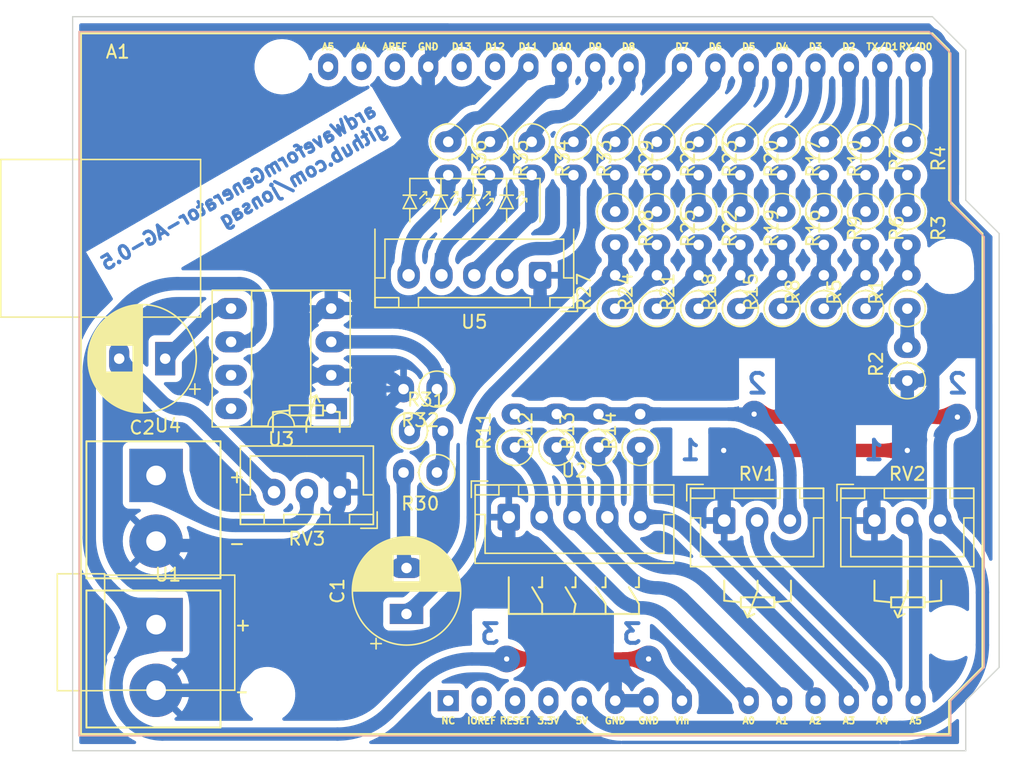
<source format=kicad_pcb>
(kicad_pcb (version 20240108) (generator "pcbnew") (generator_version "8.0")
  (title_block (title "ardWaveformGenerator-AG") (date "2022-09-10") (rev "0.5"))
  (layers (0 "F.Cu" signal) (31 "B.Cu" signal) (34 "B.Paste" user) (35 "F.Paste" user) (36 "B.SilkS" user "B.Silkscreen") (37 "F.SilkS" user "F.Silkscreen") (38 "B.Mask" user) (39 "F.Mask" user) (44 "Edge.Cuts" user))
  (net 0 "")
  (net 2 "IOREF")
  (net 3 "RESET")
  (net 5 "+5V")
  (net 6 "GND")
  (net 7 "VCC")
  (net 8 "A0")
  (net 9 "A1")
  (net 10 "A2")
  (net 11 "A3")
  (net 12 "A4")
  (net 13 "A5")
  (net 14 "D0")
  (net 15 "D1")
  (net 16 "D2")
  (net 17 "D3")
  (net 18 "D4")
  (net 19 "D5")
  (net 20 "D6")
  (net 21 "D7")
  (net 22 "D13")
  (net 23 "AREF")
  (net 24 "Net-(C1-Pad1)")
  (net 25 "Net-(C1-Pad2)")
  (net 26 "Net-(C2-Pad1)")
  (net 27 "Net-(R1-Pad2)")
  (net 28 "Net-(R15-Pad1)")
  (net 29 "Net-(R15-Pad2)")
  (net 30 "Net-(D1-Pad2)")
  (net 31 "Net-(R1-Pad1)")
  (net 32 "Net-(D2-Pad2)")
  (net 33 "Net-(R5-Pad2)")
  (net 34 "Net-(R3-Pad1)")
  (net 35 "Net-(R6-Pad1)")
  (net 36 "Net-(D3-Pad2)")
  (net 37 "Net-(R10-Pad2)")
  (net 38 "Net-(R21-Pad2)")
  (net 39 "Net-(RV3-Pad2)")
  (net 43 "D8")
  (net 44 "D9")
  (net 45 "D10")
  (net 46 "D11")
  (net 47 "Net-(C2-Pad2)")
  (net 48 "Net-(D4-Pad2)")
  (net 49 "Net-(R16-Pad1)")
  (net 50 "Net-(R18-Pad2)")
  (net 51 "Net-(R19-Pad1)")
  (net 52 "Net-(R22-Pad1)")
  (net 53 "Net-(R24-Pad2)")
  (net 54 "Net-(R25-Pad1)")
  (net 55 "Net-(R28-Pad1)")
  (net 56 "Net-(R30-Pad1)")
  (net 57 "Net-(R31-Pad1)")
  (net 58 "D12")
  (footprint "My_Misc:R_Axial_DIN0207_L6.3mm_D2.5mm_P2.54mm_Vertical_large" (layer "F.Cu") (at 155.165 103.28)
    (property "Reference" "R31")
    (property "Value" "10k")
  )
  (footprint "My_Headers:5-pin JST 4-LED" (layer "F.Cu") (at 165.1 91.44 180)
    (property "Reference" "U5")
    (property "Value" "5-pin_4_LED_header")
  )
  (footprint "My_Misc:R_Axial_DIN0207_L6.3mm_D2.5mm_P2.54mm_Vertical_large" (layer "F.Cu") (at 170.815 93.98 90)
    (property "Reference" "R27")
    (property "Value" "10k")
  )
  (footprint "My_Misc:R_Axial_DIN0207_L6.3mm_D2.5mm_P2.54mm_Vertical_large" (layer "F.Cu") (at 193.04 81.28 -90)
    (property "Reference" "R4")
    (property "Value" "10k")
  )
  (footprint "My_Misc:CP_Radial_D8.0mm_P3.50mm_large" (layer "F.Cu") (at 136.582 97.79 180)
    (property "Reference" "C2")
    (property "Value" "220u")
  )
  (footprint "My_Misc:R_Axial_DIN0207_L6.3mm_D2.5mm_P2.54mm_Vertical_large" (layer "F.Cu") (at 163.195 104.55 90)
    (property "Reference" "R11")
    (property "Value" "10k")
  )
  (footprint "My_Misc:R_Axial_DIN0207_L6.3mm_D2.5mm_P2.54mm_Vertical_large" (layer "F.Cu") (at 166.37 104.55 90)
    (property "Reference" "R12")
    (property "Value" "10k")
  )
  (footprint "My_Misc:R_Axial_DIN0207_L6.3mm_D2.5mm_P2.54mm_Vertical_large" (layer "F.Cu") (at 189.865 93.98 90)
    (property "Reference" "R5")
    (property "Value" "10k")
  )
  (footprint "My_Headers:5-pin JST 4 buttons + common" (layer "F.Cu") (at 162.72 109.855)
    (property "Reference" "U2")
    (property "Value" "5-pin_4_buttons_+_common")
  )
  (footprint "My_Headers:3-pin JST Potentiometer" (layer "F.Cu") (at 179.11 110.112)
    (property "Reference" "RV1")
    (property "Value" "10k")
  )
  (footprint "My_Misc:R_Axial_DIN0207_L6.3mm_D2.5mm_P2.54mm_Vertical_large" (layer "F.Cu") (at 177.165 86.585 -90)
    (property "Reference" "R22")
    (property "Value" "10k")
  )
  (footprint "My_Misc:R_Axial_DIN0207_L6.3mm_D2.5mm_P2.54mm_Vertical_large" (layer "F.Cu") (at 169.545 104.55 90)
    (property "Reference" "R13")
    (property "Value" "10k")
  )
  (footprint "My_Misc:R_Axial_DIN0207_L6.3mm_D2.5mm_P2.54mm_Vertical_large" (layer "F.Cu") (at 177.165 93.98 90)
    (property "Reference" "R21")
    (property "Value" "10k")
  )
  (footprint "My_Misc:R_Axial_DIN0207_L6.3mm_D2.5mm_P2.54mm_Vertical_large" (layer "F.Cu") (at 189.865 86.585 -90)
    (property "Reference" "R6")
    (property "Value" "10k")
  )
  (footprint "My_Misc:R_Axial_DIN0207_L6.3mm_D2.5mm_P2.54mm_Vertical_large" (layer "F.Cu") (at 170.815 81.28 -90)
    (property "Reference" "R29")
    (property "Value" "10k")
  )
  (footprint "My_Misc:CP_Radial_D8.0mm_P3.50mm_large" (layer "F.Cu") (at 154.94 117.222651 90)
    (property "Reference" "C1")
    (property "Value" "220u")
  )
  (footprint "My_Parts:2-pole_power_in_screw_terminal" (layer "F.Cu") (at 135.89 106.68)
    (property "Reference" "U4")
    (property "Value" "Output")
  )
  (footprint "My_Misc:R_Axial_DIN0207_L6.3mm_D2.5mm_P2.54mm_Vertical_large" (layer "F.Cu") (at 183.515 93.98 90)
    (property "Reference" "R15")
    (property "Value" "10k")
  )
  (footprint "My_Misc:R_Axial_DIN0207_L6.3mm_D2.5mm_P2.54mm_Vertical_large" (layer "F.Cu") (at 177.165 81.28 -90)
    (property "Reference" "R23")
    (property "Value" "10k")
  )
  (footprint "My_Misc:R_Axial_DIN0207_L6.3mm_D2.5mm_P2.54mm_Vertical_large" (layer "F.Cu") (at 173.99 81.28 -90)
    (property "Reference" "R26")
    (property "Value" "10k")
  )
  (footprint "My_Misc:R_Axial_DIN0207_L6.3mm_D2.5mm_P2.54mm_Vertical_large" (layer "F.Cu") (at 180.34 81.28 -90)
    (property "Reference" "R20")
    (property "Value" "10k")
  )
  (footprint "My_Misc:R_Axial_DIN0207_L6.3mm_D2.5mm_P2.54mm_Vertical_large" (layer "F.Cu") (at 172.72 104.55 90)
    (property "Reference" "R14")
    (property "Value" "10k")
  )
  (footprint "My_Misc:R_Axial_DIN0207_L6.3mm_D2.5mm_P2.54mm_Vertical_large" (layer "F.Cu") (at 164.465 81.28 -90)
    (property "Reference" "R34")
    (property "Value" "220R")
  )
  (footprint "My_Misc:R_Axial_DIN0207_L6.3mm_D2.5mm_P2.54mm_Vertical_large" (layer "F.Cu") (at 189.865 81.28 -90)
    (property "Reference" "R7")
    (property "Value" "10k")
  )
  (footprint "My_Misc:R_Axial_DIN0207_L6.3mm_D2.5mm_P2.54mm_Vertical_large" (layer "F.Cu") (at 167.64 81.28 -90)
    (property "Reference" "R33")
    (property "Value" "220R")
  )
  (footprint "My_Misc:R_Axial_DIN0207_L6.3mm_D2.5mm_P2.54mm_Vertical_large" (layer "F.Cu") (at 173.99 86.585 -90)
    (property "Reference" "R25")
    (property "Value" "10k")
  )
  (footprint "My_Misc:R_Axial_DIN0207_L6.3mm_D2.5mm_P2.54mm_Vertical_large" (layer "F.Cu") (at 186.69 81.28 -90)
    (property "Reference" "R10")
    (property "Value" "10k")
  )
  (footprint "My_Misc:R_Axial_DIN0207_L6.3mm_D2.5mm_P2.54mm_Vertical_large" (layer "F.Cu") (at 193.04 93.98 90)
    (property "Reference" "R1")
    (property "Value" "10k")
  )
  (footprint "My_Misc:R_Axial_DIN0207_L6.3mm_D2.5mm_P2.54mm_Vertical_large" (layer "F.Cu") (at 180.34 93.98 90)
    (property "Reference" "R18")
    (property "Value" "10k")
  )
  (footprint "My_Misc:R_Axial_DIN0207_L6.3mm_D2.5mm_P2.54mm_Vertical_large" (layer "F.Cu") (at 180.34 86.585 -90)
    (property "Reference" "R19")
    (property "Value" "10k")
  )
  (footprint "My_Misc:R_Axial_DIN0207_L6.3mm_D2.5mm_P2.54mm_Vertical_large" (layer "F.Cu") (at 186.69 93.98 90)
    (property "Reference" "R8")
    (property "Value" "10k")
  )
  (footprint "My_Misc:R_Axial_DIN0207_L6.3mm_D2.5mm_P2.54mm_Vertical_large" (layer "F.Cu") (at 157.255 106.455 180)
    (property "Reference" "R30")
    (property "Value" "10k")
  )
  (footprint "My_Misc:R_Axial_DIN0207_L6.3mm_D2.5mm_P2.54mm_Vertical_large" (layer "F.Cu") (at 183.515 86.585 -90)
    (property "Reference" "R16")
    (property "Value" "10k")
  )
  (footprint "My_Misc:R_Axial_DIN0207_L6.3mm_D2.5mm_P2.54mm_Vertical_large" (layer "F.Cu") (at 183.515 81.28 -90)
    (property "Reference" "R17")
    (property "Value" "10k")
  )
  (footprint "My_Misc:R_Axial_DIN0207_L6.3mm_D2.5mm_P2.54mm_Vertical_large" (layer "F.Cu") (at 158.115 81.28 -90)
    (property "Reference" "R36")
    (property "Value" "220R")
  )
  (footprint "My_Misc:R_Axial_DIN0207_L6.3mm_D2.5mm_P2.54mm_Vertical_large" (layer "F.Cu") (at 193.04 99.47 90)
    (property "Reference" "R2")
    (property "Value" "10k")
  )
  (footprint "My_Headers:3-pin JST Potentiometer" (layer "F.Cu") (at 190.54 110.112)
    (property "Reference" "RV2")
    (property "Value" "10k")
  )
  (footprint "My_Headers:3-pin JST Potentiometer" (layer "F.Cu") (at 149.86 107.95 180)
    (property "Reference" "RV3")
    (property "Value" "10k")
  )
  (footprint "My_Misc:R_Axial_DIN0207_L6.3mm_D2.5mm_P2.54mm_Vertical_large" (layer "F.Cu") (at 186.69 86.585 -90)
    (property "Reference" "R9")
    (property "Value" "10k")
  )
  (footprint "My_Misc:R_Axial_DIN0207_L6.3mm_D2.5mm_P2.54mm_Vertical_large" (layer "F.Cu") (at 161.29 81.28 -90)
    (property "Reference" "R35")
    (property "Value" "220R")
  )
  (footprint "My_Misc:R_Axial_DIN0207_L6.3mm_D2.5mm_P2.54mm_Vertical_large" (layer "F.Cu") (at 157.255 100.105 180)
    (property "Reference" "R32")
    (property "Value" "2.2k")
  )
  (footprint "My_Misc:DIP-8_W7.62mm_Socket_w_dip_packet_LongPads" (layer "F.Cu") (at 149.215 101.59 180)
    (property "Reference" "U3")
    (property "Value" "LM386")
  )
  (footprint "My_Parts:2-pole_power_in_screw_terminal" (layer "F.Cu") (at 135.89 118.036)
    (property "Reference" "U1")
    (property "Value" "Power in")
  )
  (footprint "My_Misc:R_Axial_DIN0207_L6.3mm_D2.5mm_P2.54mm_Vertical_large" (layer "F.Cu") (at 170.815 86.585 -90)
    (property "Reference" "R28")
    (property "Value" "10k")
  )
  (footprint "My_Arduino:Arduino_UNO_R3_shield_large" (layer "F.Cu") (at 130.175 73.025)
    (property "Reference" "A1")
    (property "Value" "Arduino_UNO_R3")
  )
  (footprint "My_Misc:R_Axial_DIN0207_L6.3mm_D2.5mm_P2.54mm_Vertical_large" (layer "F.Cu") (at 193.04 86.585 -90)
    (property "Reference" "R3")
    (property "Value" "10k")
  )
  (footprint "My_Misc:R_Axial_DIN0207_L6.3mm_D2.5mm_P2.54mm_Vertical_large" (layer "F.Cu") (at 173.99 93.98 90)
    (property "Reference" "R24")
    (property "Value" "10k")
  )
  (gr_line (start 197.485 74.295) (end 197.485 85.725) (stroke (width 0.1)) (layer "Edge.Cuts"))
  (gr_line (start 197.485 123.825) (end 197.485 127.635) (stroke (width 0.1)) (layer "Edge.Cuts"))
  (gr_line (start 200.025 88.265) (end 200.025 121.285) (stroke (width 0.1)) (layer "Edge.Cuts"))
  (gr_line (start 194.945 71.755) (end 197.485 74.295) (stroke (width 0.1)) (layer "Edge.Cuts"))
  (gr_line (start 129.54 71.755) (end 194.945 71.755) (stroke (width 0.1)) (layer "Edge.Cuts"))
  (gr_line (start 197.485 127.635) (end 129.54 127.635) (stroke (width 0.1)) (layer "Edge.Cuts"))
  (gr_line (start 197.485 85.725) (end 200.025 88.265) (stroke (width 0.1)) (layer "Edge.Cuts"))
  (gr_line (start 129.54 127.635) (end 129.54 71.755) (stroke (width 0.1)) (layer "Edge.Cuts"))
  (gr_line (start 200.025 121.285) (end 197.485 123.825) (stroke (width 0.1)) (layer "Edge.Cuts"))
  (gr_text "1" (at 176.53 104.775 0) (layer "B.Cu") (effects (font (size 1.5 1.5) (thickness 0.3)) (justify mirror)))
  (gr_text "3" (at 161.29 118.745 0) (layer "B.Cu") (effects (font (size 1.5 1.5) (thickness 0.3)) (justify mirror)))
  (gr_text "2" (at 196.85 99.695 0) (layer "B.Cu") (effects (font (size 1.5 1.5) (thickness 0.3)) (justify mirror)))
  (gr_text "3" (at 172.085 118.745 0) (layer "B.Cu") (effects (font (size 1.5 1.5) (thickness 0.3)) (justify mirror)))
  (gr_text "${TITLE}-${REVISION}\ngithub.com/jonsag" (at 153.035 79.375 30) (layer "B.Cu") (effects (font (size 1.016 1.016) (thickness 0.254)) (justify left mirror)))
  (gr_text "1" (at 190.5 104.775 0) (layer "B.Cu") (effects (font (size 1.5 1.5) (thickness 0.3)) (justify mirror)))
  (gr_text "2" (at 181.61 99.695 0) (layer "B.Cu") (effects (font (size 1.5 1.5) (thickness 0.3)) (justify mirror)))
  (segment (start 196.85 102.235) (end 181.769099 102.235) (width 1.016) (layer "F.Cu") (net 5))
  (segment (start 181.4975 102.1225) (end 181.385 102.01) (width 0.508) (layer "F.Cu") (net 5))
  (segment (start 181.4975 102.1225) (end 181.385 102.01) (width 1.016) (layer "F.Cu") (net 5))
  (via (at 181.385 102.01) (size 2.032) (drill 0.4) (layers "F.Cu" "B.Cu") (net 5))
  (via (at 196.85 102.235) (size 2.032) (drill 0.4) (layers "F.Cu" "B.Cu") (net 5))
  (arc (start 181.4975 102.1225) (mid 181.62211 102.205762) (end 181.769099 102.235) (width 1.016) (layer "F.Cu") (net 5))
  (arc (start 181.4975 102.1225) (mid 181.62211 102.205762) (end 181.769099 102.235) (width 0.508) (layer "F.Cu") (net 5))
  (segment (start 184.11 106.661865) (end 184.11 110.112) (width 1.016) (layer "B.Cu") (net 5))
  (segment (start 198.755 119.582616) (end 198.755 115.580963) (width 1.016) (layer "B.Cu") (net 5))
  (segment (start 169.545 102.01) (end 172.72 102.01) (width 1.016) (layer "B.Cu") (net 5))
  (segment (start 196.85 102.235) (end 196.195 102.89) (width 1.016) (layer "B.Cu") (net 5))
  (segment (start 168.364802 124.168802) (end 169.164 124.968) (width 1.016) (layer "B.Cu") (net 5))
  (segment (start 168.275 123.952) (end 168.275 123.825) (width 1.016) (layer "B.Cu") (net 5))
  (segment (start 166.37 102.01) (end 163.195 102.01) (width 1.016) (layer "B.Cu") (net 5))
  (segment (start 169.545 102.01) (end 166.37 102.01) (width 1.016) (layer "B.Cu") (net 5))
  (segment (start 171.310235 125.857) (end 192.480616 125.857) (width 1.016) (layer "B.Cu") (net 5))
  (segment (start 195.54 110.112) (end 195.54 104.471309) (width 1.016) (layer "B.Cu") (net 5))
  (segment (start 197.161206 123.430372) (end 196.328372 124.263207) (width 1.016) (layer "B.Cu") (net 5))
  (segment (start 195.54 110.112) (end 197.161207 111.733207) (width 1.016) (layer "B.Cu") (net 5))
  (segment (start 181.385 102.01) (end 172.72 102.01) (width 1.016) (layer "B.Cu") (net 5))
  (segment (start 181.385 102.01) (end 182.7475 103.3725) (width 1.016) (layer "B.Cu") (net 5))
  (arc (start 197.161207 111.733207) (mid 198.340786 113.498572) (end 198.755 115.580963) (width 1.016) (layer "B.Cu") (net 5))
  (arc (start 169.164 124.968) (mid 170.148701 125.625956) (end 171.310235 125.857) (width 1.016) (layer "B.Cu") (net 5))
  (arc (start 168.275 123.952) (mid 168.298338 124.069332) (end 168.364802 124.168802) (width 1.016) (layer "B.Cu") (net 5))
  (arc (start 196.328372 124.263207) (mid 194.563006 125.442786) (end 192.480616 125.857) (width 1.016) (layer "B.Cu") (net 5))
  (arc (start 182.7475 103.3725) (mid 183.755897 104.881673) (end 184.11 106.661865) (width 1.016) (layer "B.Cu") (net 5))
  (arc (start 198.755 119.582616) (mid 198.340786 121.665006) (end 197.161206 123.430372) (width 1.016) (layer "B.Cu") (net 5))
  (arc (start 196.195 102.89) (mid 195.710228 103.61551) (end 195.54 104.471309) (width 1.016) (layer "B.Cu") (net 5))
  (segment (start 179.07 104.775) (end 193.04 104.775) (width 1.016) (layer "F.Cu") (net 6))
  (via (at 193.04 104.775) (size 2.032) (drill 0.4) (layers "F.Cu" "B.Cu") (net 6))
  (via (at 179.07 104.775) (size 2.032) (drill 0.4) (layers "F.Cu" "B.Cu") (net 6))
  (segment (start 138.938 116.883261) (end 138.938 122.738418) (width 1.016) (layer "B.Cu") (net 6))
  (segment (start 149.86 108.2675) (end 149.86 107.6325) (width 1.016) (layer "B.Cu") (net 6))
  (segment (start 136.057 111.847) (end 137.414 113.204) (width 1.016) (layer "B.Cu") (net 6))
  (segment (start 170.815 122.555) (end 170.815 123.825) (width 1.016) (layer "B.Cu") (net 6))
  (segment (start 148.507 99.05) (end 148.456976 99.05) (width 1.016) (layer "B.Cu") (net 6))
  (segment (start 193.04 104.775) (end 193.04 104.883057) (width 1.016) (layer "B.Cu") (net 6))
  (segment (start 169.916974 120.386974) (end 163.8991 114.3691) (width 1.016) (layer "B.Cu") (net 6))
  (segment (start 149.5225 93.97) (end 148.9075 93.97) (width 0.508) (layer "B.Cu") (net 6))
  (segment (start 150.917124 103.902875) (end 154.1875 100.6325) (width 1.016) (layer "B.Cu") (net 6))
  (segment (start 154.972036 119.000651) (end 147.413312 119.000651) (width 1.016) (layer "B.Cu") (net 6))
  (segment (start 135.89 123.036) (end 140.707105 123.036) (width 1.016) (layer "B.Cu") (net 6))
  (segment (start 156.731118 75.043881) (end 157.6725 74.1025) (width 1.016) (layer "B.Cu") (net 6))
  (segment (start 149.86 106.455) (end 149.86 107.6325) (width 1.016) (layer "B.Cu") (net 6))
  (segment (start 149.5225 93.97) (end 164.447928 93.97) (width 1.016) (layer "B.Cu") (net 6))
  (segment (start 190.5 110.043715) (end 190.5 107.423057) (width 1.016) (layer "B.Cu") (net 6))
  (segment (start 190.52 110.092) (end 190.54 110.112) (width 1.016) (layer "B.Cu") (net 6))
  (segment (start 150.808792 85.411207) (end 155.159573 81.060426) (width 1.016) (layer "B.Cu") (net 6))
  (segment (start 162.72 109.855) (end 162.72 111.5225) (width 1.016) (layer "B.Cu") (net 6))
  (segment (start 149.215 89.258963) (end 149.215 93.6625) (width 1.016) (layer "B.Cu") (net 6))
  (segment (start 149.923 99.05) (end 152.914002 99.05) (width 1.016) (layer "B.Cu") (net 6))
  (segment (start 164.7825 93.6625) (end 164.47 93.975) (width 1.016) (layer "B.Cu") (net 6))
  (segment (start 146.685 100.821976) (end 146.685 102.114) (width 1.016) (layer "B.Cu") (net 6))
  (segment (start 194.867717 98.992592) (end 197.039208 96.821102) (width 1.016) (layer "B.Cu") (net 6))
  (segment (start 148.507 99.05) (end 149.923 99.05) (width 1.016) (layer "B.Cu") (net 6))
  (segment (start 170.815 123.825) (end 173.355 123.825) (width 1.016) (layer "B.Cu") (net 6))
  (segment (start 146.685 96.9105) (end 146.685 97.148283) (width 1.016) (layer "B.Cu") (net 6))
  (segment (start 165.1 92.895987) (end 165.1 91.44) (width 1.016) (layer "B.Cu") (net 6))
  (segment (start 193.715155 99.47) (end 193.04 99.47) (width 1.016) (layer "B.Cu") (net 6))
  (segment (start 179.07 104.775) (end 179.09 104.795) (width 1.016) (layer "B.Cu") (net 6))
  (segment (start 149.86 108.627631) (end 149.86 108.2675) (width 1.016) (layer "B.Cu") (net 6))
  (segment (start 195.58 83.566202) (end 195.58 74.109012) (width 1.016) (layer "B.Cu") (net 6))
  (segment (start 198.633001 92.973346) (end 198.633001 90.936798) (width 1.016) (layer "B.Cu") (net 6))
  (segment (start 158.819792 117.406858) (end 161.428946 114.797704) (width 1.016) (layer "B.Cu") (net 6))
  (segment (start 179.07 104.775) (end 179.09 104.795) (width 0.508) (layer "B.Cu") (net 6))
  (segment (start 179.11 104.843284) (end 179.11 110.112) (width 1.016) (layer "B.Cu") (net 6))
  (segment (start 193.04 104.775) (end 193.04 99.47) (width 1.016) (layer "B.Cu") (net 6))
  (segment (start 149.380842 109.784419) (end 148.505631 110.659631) (width 1.016) (layer "B.Cu") (net 6))
  (segment (start 194.495987 73.025) (end 160.273815 73.025) (width 1.016) (layer "B.Cu") (net 6))
  (segment (start 141.046999 123.112999) (end 143.565556 120.594443) (width 1.016) (layer "B.Cu") (net 6))
  (segment (start 145.235894 112.014) (end 136.460173 112.014) (width 1.016) (layer "B.Cu") (net 6))
  (segment (start 156.595 75.3725) (end 156.595 75.7575) (width 1.016) (layer "B.Cu") (net 6))
  (segment (start 148.382564 94.187435) (end 147.410138 95.159861) (width 1.016) (layer "B.Cu") (net 6))
  (segment (start 162.72 109.855) (end 162.72 111.680825) (width 1.016) (layer "B.Cu") (net 6))
  (segment (start 135.89 123.036) (end 138.640418 123.036) (width 1.016) (layer "B.Cu") (net 6))
  (segment (start 149.5225 93.97) (end 148.9075 93.97) (width 1.016) (layer "B.Cu") (net 6))
  (segment (start 156.595 77.595) (end 156.595 75.7575) (width 1.016) (layer "B.Cu") (net 6))
  (segment (start 147.298368 98.549368) (end 147.242 98.493) (width 1.016) (layer "B.Cu") (net 6))
  (segment (start 149.635493 107.090493) (end 148.117598 105.572598) (width 1.016) (layer "B.Cu") (net 6))
  (segment (start 149.86 107.6325) (end 149.86 108.2675) (width 1.016) (layer "B.Cu") (net 6))
  (segment (start 149.923 99.05) (end 148.507 99.05) (width 1.016) (layer "B.Cu") (net 6))
  (segment (start 190.792523 107.238591) (end 192.963591 105.067523) (width 1.016) (layer "B.Cu") (net 6))
  (arc (start 179.09 104.795) (mid 179.104802 104.817152) (end 179.11 104.843284) (width 0.508) (layer "B.Cu") (net 6))
  (arc (start 169.916974 120.386974) (mid 170.58161 121.381672) (end 170.815 122.555) (width 1.016) (layer "B.Cu") (net 6))
  (arc (start 156.731118 75.043881) (mid 156.630375 75.194652) (end 156.595 75.3725) (width 1.016) (layer "B.Cu") (net 6))
  (arc (start 140.893 123.113) (mid 140.80771 123.056011) (end 140.707105 123.036) (width 1.016) (layer "B.Cu") (net 6))
  (arc (start 147.204 99.569) (mid 146.819883 100.14387) (end 146.685 100.821976) (width 1.016) (layer "B.Cu") (net 6))
  (arc (start 138.938 122.738418) (mid 138.915347 122.852297) (end 138.85084 122.94884) (width 1.016) (layer "B.Cu") (net 6))
  (arc (start 198.633001 92.973346) (mid 198.218787 95.055736) (end 197.039208 96.821102) (width 1.016) (layer "B.Cu") (net 6))
  (arc (start 162.72 111.5225) (mid 163.026438 113.063068) (end 163.8991 114.3691) (width 1.016) (layer "B.Cu") (net 6))
  (arc (start 146.685 102.114) (mid 147.05732 103.985779) (end 148.117598 105.572598) (width 1.016) (layer "B.Cu") (net 6))
  (arc (start 146.685 97.148283) (mid 146.829759 97.876038) (end 147.242 98.493) (width 1.016) (layer "B.Cu") (net 6))
  (arc (start 194.867717 98.992592) (mid 194.338917 99.345925) (end 193.715155 99.47) (width 1.016) (layer "B.Cu") (net 6))
  (arc (start 137.414 113.204) (mid 138.541925 114.892059) (end 138.938 116.883261) (width 1.016) (layer "B.Cu") (net 6))
  (arc (start 148.9075 93.97) (mid 149.124935 93.879935) (end 149.215 93.6625) (width 0.508) (layer "B.Cu") (net 6))
  (arc (start 156.595 77.595) (mid 156.221944 79.470475) (end 155.159573 81.060426) (width 1.016) (layer "B.Cu") (net 6))
  (arc (start 164.46 93.975) (mid 164.454461 93.971299) (end 164.447928 93.97) (width 1.016) (layer "B.Cu") (net 6))
  (arc (start 149.180499 99.05) (mid 149.180499 99.05) (end 149.180499 99.05) (width 0.508) (layer "B.Cu") (net 6))
  (arc (start 179.09 104.795) (mid 179.104802 104.817152) (end 179.11 104.843284) (width 1.016) (layer "B.Cu") (net 6))
  (arc (start 160.273815 73.025) (mid 158.865993 73.305033) (end 157.6725 74.1025) (width 1.016) (layer "B.Cu") (net 6))
  (arc (start 148.9075 93.97) (mid 149.124935 93.879935) (end 149.215 93.6625) (width 1.016) (layer "B.Cu") (net 6))
  (arc (start 148.9075 93.97) (mid 148.623406 94.026509) (end 148.382564 94.187435) (width 1.016) (layer "B.Cu") (net 6))
  (arc (start 136.057 111.847) (mid 136.057 111.847) (end 136.057 111.847) (width 1.016) (layer "B.Cu") (net 6))
  (arc (start 165.1 92.895987) (mid 165.017484 93.31082) (end 164.7825 93.6625) (width 1.016) (layer "B.Cu") (net 6))
  (arc (start 140.893 123.113) (mid 140.969999 123.144894) (end 141.046999 123.112999) (width 1.016) (layer "B.Cu") (net 6))
  (arc (start 149.86 107.6325) (mid 149.86 107.6325) (end 149.86 107.6325) (width 1.016) (layer "B.Cu") (net 6))
  (arc (start 197.1065 87.2515) (mid 198.236276 88.942329) (end 198.633001 90.936798) (width 1.016) (layer "B.Cu") (net 6))
  (arc (start 149.86 108.627631) (mid 149.73547 109.25368) (end 149.380842 109.784419) (width 1.016) (layer "B.Cu") (net 6))
  (arc (start 138.85084 122.94884) (mid 138.754297 123.013347) (end 138.640418 123.036) (width 1.016) (layer "B.Cu") (net 6))
  (arc (start 195.2625 73.3425) (mid 195.497484 73.694178) (end 195.58 74.109012) (width 1.016) (layer "B.Cu") (net 6))
  (arc (start 195.2625 73.3425) (mid 194.91082 73.107515) (end 194.495987 73.025) (width 1.016) (layer "B.Cu") (net 6))
  (arc (start 148.456976 99.05) (mid 147.77887 99.184883) (end 147.204 99.569) (width 1.016) (layer "B.Cu") (net 6))
  (arc (start 147.410138 95.159861) (mid 146.873457 95.963061) (end 146.685 96.9105) (width 1.016) (layer "B.Cu") (net 6))
  (arc (start 190.5 110.043715) (mid 190.505197 110.069846) (end 190.52 110.092) (width 1.016) (layer "B.Cu") (net 6))
  (arc (start 190.792523 107.238591) (mid 190.707889 107.295141) (end 190.608057 107.315) (width 1.016) (layer "B.Cu") (net 6))
  (arc (start 193.04 104.883057) (mid 193.020141 104.982889) (end 192.963591 105.067523) (width 1.016) (layer "B.Cu") (net 6))
  (arc (start 150.917124 103.902875) (mid 150.134737 105.0738) (end 149.86 106.455) (width 1.016) (layer "B.Cu") (net 6))
  (arc (start 149.5225 93.97) (mid 149.305064 93.879935) (end 149.215 93.6625) (width 0.508) (layer "B.Cu") (net 6))
  (arc (start 150.808792 85.411207) (mid 149.629213 87.176572) (end 149.215 89.258963) (width 1.016) (layer "B.Cu") (net 6))
  (arc (start 149.215 93.6625) (mid 149.305064 93.879935) (end 149.5225 93.97) (width 1.016) (layer "B.Cu") (net 6))
  (arc (start 154.1875 99.5775) (mid 154.405997 100.105) (end 154.1875 100.6325) (width 1.016) (layer "B.Cu") (net 6))
  (arc (start 158.819792 117.406858) (mid 157.054426 118.586437) (end 154.972036 119.000651) (width 1.016) (layer "B.Cu") (net 6))
  (arc (start 162.72 111.680825) (mid 162.384465 113.367668) (end 161.428946 114.797704) (width 1.016) (layer "B.Cu") (net 6))
  (arc (start 136.057 111.847) (mid 136.241977 111.970598) (end 136.460173 112.014) (width 1.016) (layer "B.Cu") (net 6))
  (arc (start 147.413312 119.000651) (mid 145.330921 119.414864) (end 143.565556 120.594443) (width 1.016) (layer "B.Cu") (net 6))
  (arc (start 164.46 93.975) (mid 164.465 93.977071) (end 164.47 93.975) (width 1.016) (layer "B.Cu") (net 6))
  (arc (start 148.507 99.05) (mid 148.507 99.05) (end 148.507 99.05) (width 1.016) (layer "B.Cu") (net 6))
  (arc (start 148.505631 110.659631) (mid 147.005463 111.66201) (end 145.235894 112.014) (width 1.016) (layer "B.Cu") (net 6))
  (arc (start 147.298368 98.549368) (mid 147.852893 98.919889) (end 148.507 99.05) (width 1.016) (layer "B.Cu") (net 6))
  (arc (start 149.635493 107.090493) (mid 149.801652 107.339168) (end 149.86 107.6325) (width 1.016) (layer "B.Cu") (net 6))
  (arc (start 154.1875 99.5775) (mid 153.603214 99.187092) (end 152.914002 99.05) (width 1.016) (layer "B.Cu") (net 6))
  (arc (start 195.58 83.566202) (mid 195.976724 85.560671) (end 197.1065 87.2515) (width 1.016) (layer "B.Cu") (net 6))
  (arc (start 190.608057 107.315) (mid 190.531649 107.346649) (end 190.5 107.423057) (width 1.016) (layer "B.Cu") (net 6))
  (segment (start 173.355 120.65) (end 162.56 120.65) (width 1.016) (layer "F.Cu") (net 7))
  (via (at 173.355 120.65) (size 2.032) (drill 0.4) (layers "F.Cu" "B.Cu") (net 7))
  (via (at 162.56 120.65) (size 2.032) (drill 0.4) (layers "F.Cu" "B.Cu") (net 7))
  (segment (start 130.81 111.411036) (end 130.81 98.773963) (width 1.016) (layer "B.Cu") (net 7))
  (segment (start 132.842 122.837303) (end 132.842 122.691261) (width 1.016) (layer "B.Cu") (net 7))
  (segment (start 132.403792 115.258792) (end 134.93033 117.78533) (width 1.016) (layer "B.Cu") (net 7))
  (segment (start 133.978505 119.947494) (end 135.63933 118.286669) (width 1.016) (layer "B.Cu") (net 7))
  (segment (start 142.213148 92.075) (end 137.508963 92.075) (width 1.016) (layer "B.Cu") (net 7))
  (segment (start 162.56 120.65) (end 159.911963 120.65) (width 1.016) (layer "B.Cu") (net 7))
  (segment (start 133.661206 93.668792) (end 132.403792 94.926207) (width 1.016) (layer "B.Cu") (net 7))
  (segment (start 173.355 120.65) (end 175.670493 122.965493) (width 1.016) (layer "B.Cu") (net 7))
  (segment (start 136.369696 126.365) (end 149.689036 126.365) (width 1.016) (layer "B.Cu") (net 7))
  (segment (start 175.895 123.5075) (end 175.895 123.825) (width 1.016) (layer "B.Cu") (net 7))
  (segment (start 143.811 95.144314) (end 143.811 93.672851) (width 1.016) (layer "B.Cu") (net 7))
  (segment (start 142.445314 96.51) (end 141.595 96.51) (width 1.016) (layer "B.Cu") (net 7))
  (segment (start 153.536792 124.771207) (end 156.064207 122.243792) (width 1.016) (layer "B.Cu") (net 7))
  (arc (start 153.536792 124.771207) (mid 151.771426 125.950786) (end 149.689036 126.365) (width 1.016) (layer "B.Cu") (net 7))
  (arc (start 137.508963 92.075) (mid 135.426572 92.489213) (end 133.661206 93.668792) (width 1.016) (layer "B.Cu") (net 7))
  (arc (start 134.93033 117.78533) (mid 135.207984 117.970852) (end 135.5355 118.036) (width 1.016) (layer "B.Cu") (net 7))
  (arc (start 133.875238 125.331761) (mid 135.019705 126.096469) (end 136.369696 126.365) (width 1.016) (layer "B.Cu") (net 7))
  (arc (start 132.403792 94.926207) (mid 131.224213 96.691572) (end 130.81 98.773963) (width 1.016) (layer "B.Cu") (net 7))
  (arc (start 143.343 92.543) (mid 142.824619 92.196629) (end 142.213148 92.075) (width 1.016) (layer "B.Cu") (net 7))
  (arc (start 143.411 96.11) (mid 142.967939 96.406043) (end 142.445314 96.51) (width 1.016) (layer "B.Cu") (net 7))
  (arc (start 143.343 92.543) (mid 143.68937 93.06138) (end 143.811 93.672851) (width 1.016) (layer "B.Cu") (net 7))
  (arc (start 143.811 95.144314) (mid 143.707043 95.666939) (end 143.411 96.11) (width 1.016) (layer "B.Cu") (net 7))
  (arc (start 159.911963 120.65) (mid 157.829572 121.064213) (end 156.064207 122.243792) (width 1.016) (layer "B.Cu") (net 7))
  (arc (start 135.63933 118.286669) (mid 135.671161 118.126645) (end 135.5355 118.036) (width 1.016) (layer "B.Cu") (net 7))
  (arc (start 133.978505 119.947494) (mid 133.137368 121.206345) (end 132.842 122.691261) (width 1.016) (layer "B.Cu") (net 7))
  (arc (start 132.842 122.837303) (mid 133.110529 124.187294) (end 133.875238 125.331761) (width 1.016) (layer "B.Cu") (net 7))
  (arc (start 130.81 111.411036) (mid 131.224213 113.493426) (end 132.403792 115.258792) (width 1.016) (layer "B.Cu") (net 7))
  (arc (start 175.670493 122.965493) (mid 175.836652 123.214168) (end 175.895 123.5075) (width 1.016) (layer "B.Cu") (net 7))
  (segment (start 165.22 109.702538) (end 165.22 110.007461) (width 1.016) (layer "B.Cu") (net 8))
  (segment (start 165.327806 110.267729) (end 171.078748 116.018671) (width 1.016) (layer "B.Cu") (net 8))
  (segment (start 163.195 104.6625) (end 163.195 104.55) (width 1.016) (layer "B.Cu") (net 8))
  (segment (start 164.2075 105.7875) (end 163.274549 104.854549) (width 1.016) (layer "B.Cu") (net 8))
  (segment (start 165.22 108.231891) (end 165.22 109.702538) (width 1.016) (layer "B.Cu") (net 8))
  (segment (start 174.64647 117.49647) (end 180.975 123.825) (width 1.016) (layer "B.Cu") (net 8))
  (arc (start 174.64647 117.49647) (mid 173.828027 116.949604) (end 172.862609 116.757571) (width 1.016) (layer "B.Cu") (net 8))
  (arc (start 171.078748 116.018671) (mid 171.89719 116.565537) (end 172.862609 116.757571) (width 1.016) (layer "B.Cu") (net 8))
  (arc (start 164.2075 105.7875) (mid 164.956859 106.908996) (end 165.22 108.231891) (width 1.016) (layer "B.Cu") (net 8))
  (arc (start 165.22 110.007461) (mid 165.248017 110.148317) (end 165.327806 110.267729) (width 1.016) (layer "B.Cu") (net 8))
  (arc (start 163.195 104.6625) (mid 163.215674 104.766436) (end 163.274549 104.854549) (width 1.016) (layer "B.Cu") (net 8))
  (segment (start 166.674055 105.714055) (end 167.045 106.085) (width 1.016) (layer "B.Cu") (net 9))
  (segment (start 183.515 123.710764) (end 183.515 123.825) (width 1.016) (layer "B.Cu") (net 9))
  (segment (start 167.72 109.702538) (end 167.72 110.007461) (width 1.016) (layer "B.Cu") (net 9))
  (segment (start 183.434222 123.51575) (end 175.985861 116.067389) (width 1.016) (layer "B.Cu") (net 9))
  (segment (start 167.72 107.714594) (end 167.72 109.702538) (width 1.016) (layer "B.Cu") (net 9))
  (segment (start 167.827806 110.267729) (end 171.959829 114.399752) (width 1.016) (layer "B.Cu") (net 9))
  (segment (start 166.37 104.98) (end 166.37 104.55) (width 1.016) (layer "B.Cu") (net 9))
  (arc (start 175.985861 116.067389) (mid 175.062281 115.450273) (end 173.972845 115.233571) (width 1.016) (layer "B.Cu") (net 9))
  (arc (start 171.959829 114.399752) (mid 172.883408 115.016868) (end 173.972845 115.233571) (width 1.016) (layer "B.Cu") (net 9))
  (arc (start 166.37 104.98) (mid 166.449021 105.377267) (end 166.674055 105.714055) (width 1.016) (layer "B.Cu") (net 9))
  (arc (start 167.045 106.085) (mid 167.544573 106.832664) (end 167.72 107.714594) (width 1.016) (layer "B.Cu") (net 9))
  (arc (start 183.434222 123.51575) (mid 183.494006 123.605223) (end 183.515 123.710764) (width 1.016) (layer "B.Cu") (net 9))
  (arc (start 167.72 110.007461) (mid 167.748017 110.148317) (end 167.827806 110.267729) (width 1.016) (layer "B.Cu") (net 9))
  (segment (start 170.22 109.530169) (end 170.22 110.17983) (width 1.016) (layer "B.Cu") (net 10))
  (segment (start 177.688144 114.823144) (end 185.42 122.555) (width 1.016) (layer "B.Cu") (net 10))
  (segment (start 170.22 109.530169) (end 170.22 107.197297) (width 1.016) (layer "B.Cu") (net 10))
  (segment (start 169.545 105.567702) (end 169.545 104.55) (width 1.016) (layer "B.Cu") (net 10))
  (segment (start 172.311336 112.595997) (end 170.449689 110.73435) (width 1.016) (layer "B.Cu") (net 10))
  (arc (start 169.8825 106.3825) (mid 170.132286 106.756332) (end 170.22 107.197297) (width 1.016) (layer "B.Cu") (net 10))
  (arc (start 172.311336 112.595997) (mid 173.544786 113.420162) (end 174.99974 113.709571) (width 1.016) (layer "B.Cu") (net 10))
  (arc (start 177.688144 114.823144) (mid 176.454693 113.998979) (end 174.99974 113.709571) (width 1.016) (layer "B.Cu") (net 10))
  (arc (start 170.22 110.17983) (mid 170.279694 110.479934) (end 170.449689 110.73435) (width 1.016) (layer "B.Cu") (net 10))
  (arc (start 169.545 105.567702) (mid 169.632713 106.008667) (end 169.8825 106.3825) (width 1.016) (layer "B.Cu") (net 10))
  (segment (start 172.72 109.855) (end 172.72 104.55) (width 1.016) (layer "B.Cu") (net 11))
  (segment (start 188.595 123.5075) (end 188.595 123.825) (width 1.016) (layer "B.Cu") (net 11))
  (segment (start 172.72 109.855) (end 173.99 109.855) (width 1.016) (layer "B.Cu") (net 11))
  (segment (start 188.370493 122.965493) (end 176.158025 110.753025) (width 1.016) (layer "B.Cu") (net 11))
  (arc (start 176.158025 110.753025) (mid 175.163326 110.088389) (end 173.99 109.855) (width 1.016) (layer "B.Cu") (net 11))
  (arc (start 188.370493 122.965493) (mid 188.536652 123.214168) (end 188.595 123.5075) (width 1.016) (layer "B.Cu") (net 11))
  (segment (start 190.46148 121.24648) (end 182.417162 113.202162) (width 1.016) (layer "B.Cu") (net 12))
  (segment (start 191.135 122.8725) (end 191.135 123.825) (width 1.016) (layer "B.Cu") (net 12))
  (segment (start 181.61 111.2535) (end 181.61 110.112) (width 1.016) (layer "B.Cu") (net 12))
  (arc (start 190.46148 121.24648) (mid 190.959957 121.992504) (end 191.135 122.8725) (width 1.016) (layer "B.Cu") (net 12))
  (arc (start 181.61 111.2535) (mid 181.819774 112.308108) (end 182.417162 113.202162) (width 1.016) (layer "B.Cu") (net 12))
  (segment (start 193.675 111.196012) (end 193.675 123.825) (width 1.016) (layer "B.Cu") (net 13))
  (segment (start 193.3575 110.4295) (end 193.04 110.112) (width 1.016) (layer "B.Cu") (net 13))
  (arc (start 193.3575 110.4295) (mid 193.592484 110.781178) (end 193.675 111.196012) (width 1.016) (layer "B.Cu") (net 13))
  (segment (start 193.675 80.195987) (end 193.675 75.565) (width 1.016) (layer "B.Cu") (net 14))
  (segment (start 193.3575 80.9625) (end 193.04 81.28) (width 1.016) (layer "B.Cu") (net 14))
  (arc (start 193.675 80.195987) (mid 193.592484 80.61082) (end 193.3575 80.9625) (width 1.016) (layer "B.Cu") (net 14))
  (segment (start 191.135 79.111974) (end 191.135 75.565) (width 1.016) (layer "B.Cu") (net 15))
  (segment (start 190.5 80.645) (end 189.865 81.28) (width 1.016) (layer "B.Cu") (net 15))
  (arc (start 191.135 79.111974) (mid 190.969968 79.941641) (end 190.5 80.645) (width 1.016) (layer "B.Cu") (net 15))
  (segment (start 188.595 78.027961) (end 188.595 75.565) (width 1.016) (layer "B.Cu") (net 16))
  (segment (start 187.6425 80.3275) (end 186.69 81.28) (width 1.016) (layer "B.Cu") (net 16))
  (arc (start 188.595 78.027961) (mid 188.347453 79.272462) (end 187.6425 80.3275) (width 1.016) (layer "B.Cu") (net 16))
  (segment (start 184.932467 79.862532) (end 183.515 81.28) (width 1.016) (layer "B.Cu") (net 17))
  (segment (start 186.055 77.1525) (end 186.055 75.565) (width 1.016) (layer "B.Cu") (net 17))
  (arc (start 186.055 77.1525) (mid 185.763263 78.619158) (end 184.932467 79.862532) (width 1.016) (layer "B.Cu") (net 17))
  (segment (start 182.616974 79.003025) (end 180.34 81.28) (width 1.016) (layer "B.Cu") (net 18))
  (segment (start 183.515 76.835) (end 183.515 75.565) (width 1.016) (layer "B.Cu") (net 18))
  (arc (start 183.515 76.835) (mid 183.28161 78.008326) (end 182.616974 79.003025) (width 1.016) (layer "B.Cu") (net 18))
  (segment (start 180.975 76.5175) (end 180.975 75.565) (width 1.016) (layer "B.Cu") (net 19))
  (segment (start 180.30148 78.143519) (end 177.165 81.28) (width 1.016) (layer "B.Cu") (net 19))
  (arc (start 180.975 76.5175) (mid 180.799957 77.397495) (end 180.30148 78.143519) (width 1.016) (layer "B.Cu") (net 19))
  (segment (start 178.435 76.2) (end 178.435 75.565) (width 1.016) (layer "B.Cu") (net 20))
  (segment (start 177.985987 77.284012) (end 173.99 81.28) (width 1.016) (layer "B.Cu") (net 20))
  (arc (start 178.435 76.2) (mid 178.318305 76.786663) (end 177.985987 77.284012) (width 1.016) (layer "B.Cu") (net 20))
  (segment (start 175.895 75.8825) (end 175.895 75.565) (width 1.016) (layer "B.Cu") (net 21))
  (segment (start 175.670493 76.424506) (end 170.815 81.28) (width 1.016) (layer "B.Cu") (net 21))
  (arc (start 175.895 75.8825) (mid 175.836652 76.175831) (end 175.670493 76.424506) (width 1.016) (layer "B.Cu") (net 21))
  (segment (start 160.02 109.888687) (end 160.02 104.244751) (width 1.016) (layer "B.Cu") (net 24))
  (segment (start 158.426207 113.736443) (end 154.94 117.222651) (width 1.016) (layer "B.Cu") (net 24))
  (segment (start 170.815 91.317894) (end 170.815 89.125) (width 1.016) (layer "B.Cu") (net 24))
  (segment (start 170.484446 91.526341) (end 161.613792 100.396995) (width 1.016) (layer "B.Cu") (net 24))
  (arc (start 161.613792 100.396995) (mid 160.434213 102.16236) (end 160.02 104.244751) (width 1.016) (layer "B.Cu") (net 24))
  (arc (start 170.815 91.317894) (mid 170.779235 91.404235) (end 170.692894 91.44) (width 1.016) (layer "B.Cu") (net 24))
  (arc (start 160.02 109.888687) (mid 159.605786 111.971077) (end 158.426207 113.736443) (width 1.016) (layer "B.Cu") (net 24))
  (arc (start 170.692894 91.44) (mid 170.580082 91.462439) (end 170.484446 91.526341) (width 1.016) (layer "B.Cu") (net 24))
  (segment (start 154.8275 113.610151) (end 154.94 113.722651) (width 1.016) (layer "B.Cu") (net 25))
  (segment (start 154.715 113.338551) (end 154.715 106.455) (width 1.016) (layer "B.Cu") (net 25))
  (arc (start 154.715 113.338551) (mid 154.744237 113.48554) (end 154.8275 113.610151) (width 1.016) (layer "B.Cu") (net 25))
  (segment (start 140.9985 93.97) (end 141.595 93.97) (width 1.016) (layer "B.Cu") (net 26))
  (segment (start 139.98021 94.391789) (end 136.582 97.79) (width 1.016) (layer "B.Cu") (net 26))
  (arc (start 140.9985 93.97) (mid 140.447405 94.079619) (end 139.98021 94.391789) (width 1.016) (layer "B.Cu") (net 26))
  (segment (start 192.709446 91.526341) (end 190.393952 93.841835) (width 1.016) (layer "B.Cu") (net 27))
  (segment (start 190.060394 93.98) (end 189.865 93.98) (width 1.016) (layer "B.Cu") (net 27))
  (segment (start 193.04 91.317894) (end 193.04 89.125) (width 1.016) (layer "B.Cu") (net 27))
  (arc (start 192.917894 91.44) (mid 192.805082 91.462439) (end 192.709446 91.526341) (width 1.016) (layer "B.Cu") (net 27))
  (arc (start 190.393952 93.841835) (mid 190.240914 93.944092) (end 190.060394 93.98) (width 1.016) (layer "B.Cu") (net 27))
  (arc (start 193.04 91.317894) (mid 193.004235 91.404235) (end 192.917894 91.44) (width 1.016) (layer "B.Cu") (net 27))
  (segment (start 186.69 91.317894) (end 186.69 89.125) (width 1.016) (layer "B.Cu") (net 28))
  (segment (start 183.710394 93.98) (end 183.515 93.98) (width 1.016) (layer "B.Cu") (net 28))
  (segment (start 184.043952 93.841835) (end 186.359446 91.526341) (width 1.016) (layer "B.Cu") (net 28))
  (arc (start 184.043952 93.841835) (mid 183.890914 93.944092) (end 183.710394 93.98) (width 1.016) (layer "B.Cu") (net 28))
  (arc (start 186.567894 91.44) (mid 186.455082 91.462439) (end 186.359446 91.526341) (width 1.016) (layer "B.Cu") (net 28))
  (arc (start 186.69 91.317894) (mid 186.654235 91.404235) (end 186.567894 91.44) (width 1.016) (layer "B.Cu") (net 28))
  (segment (start 180.535394 93.98) (end 180.34 93.98) (width 1.016) (layer "B.Cu") (net 29))
  (segment (start 180.868952 93.841835) (end 183.184446 91.526341) (width 1.016) (layer "B.Cu") (net 29))
  (segment (start 183.515 91.317894) (end 183.515 89.125) (width 1.016) (layer "B.Cu") (net 29))
  (arc (start 180.868952 93.841835) (mid 180.715914 93.944092) (end 180.535394 93.98) (width 1.016) (layer "B.Cu") (net 29))
  (arc (start 183.392894 91.44) (mid 183.280082 91.462439) (end 183.184446 91.526341) (width 1.016) (layer "B.Cu") (net 29))
  (arc (start 183.515 91.317894) (mid 183.479235 91.404235) (end 183.392894 91.44) (width 1.016) (layer "B.Cu") (net 29))
  (segment (start 162.838648 90.526351) (end 163.2785 90.0865) (width 1.016) (layer "B.Cu") (net 30))
  (segment (start 165.688776 89.408) (end 164.916543 89.408) (width 1.016) (layer "B.Cu") (net 30))
  (segment (start 162.6 91.1025) (end 162.6 91.44) (width 1.016) (layer "B.Cu") (net 30))
  (segment (start 167.64 87.456776) (end 167.64 83.82) (width 1.016) (layer "B.Cu") (net 30))
  (arc (start 164.916543 89.408) (mid 164.03004 89.584336) (end 163.2785 90.0865) (width 1.016) (layer "B.Cu") (net 30))
  (arc (start 167.64 87.456776) (mid 167.491471 88.203477) (end 167.0685 88.8365) (width 1.016) (layer "B.Cu") (net 30))
  (arc (start 162.838648 90.526351) (mid 162.662022 90.79069) (end 162.6 91.1025) (width 1.016) (layer "B.Cu") (net 30))
  (arc (start 167.0685 88.8365) (mid 166.435477 89.259471) (end 165.688776 89.408) (width 1.016) (layer "B.Cu") (net 30))
  (segment (start 193.04 93.98) (end 193.04 96.93) (width 1.016) (layer "B.Cu") (net 31))
  (segment (start 160.1 91.274869) (end 160.1 91.44) (width 1.016) (layer "B.Cu") (net 32))
  (segment (start 164.465 86.869869) (end 164.465 83.82) (width 1.016) (layer "B.Cu") (net 32))
  (segment (start 160.216765 90.992972) (end 164.126257 87.08348) (width 1.016) (layer "B.Cu") (net 32))
  (arc (start 160.216765 90.992972) (mid 160.130346 91.122307) (end 160.1 91.274869) (width 1.016) (layer "B.Cu") (net 32))
  (arc (start 164.339869 86.995) (mid 164.224263 87.017995) (end 164.126257 87.08348) (width 1.016) (layer "B.Cu") (net 32))
  (arc (start 164.465 86.869869) (mid 164.428349 86.958349) (end 164.339869 86.995) (width 1.016) (layer "B.Cu") (net 32))
  (segment (start 189.865 91.317894) (end 189.865 89.125) (width 1.016) (layer "B.Cu") (net 33))
  (segment (start 186.885394 93.98) (end 186.69 93.98) (width 1.016) (layer "B.Cu") (net 33))
  (segment (start 189.534446 91.526341) (end 187.218952 93.841835) (width 1.016) (layer "B.Cu") (net 33))
  (arc (start 189.865 91.317894) (mid 189.829235 91.404235) (end 189.742894 91.44) (width 1.016) (layer "B.Cu") (net 33))
  (arc (start 187.218952 93.841835) (mid 187.065914 93.944092) (end 186.885394 93.98) (width 1.016) (layer "B.Cu") (net 33))
  (arc (start 189.742894 91.44) (mid 189.630082 91.462439) (end 189.534446 91.526341) (width 1.016) (layer "B.Cu") (net 33))
  (segment (start 193.04 83.82) (end 193.04 86.585) (width 1.016) (layer "B.Cu") (net 34))
  (segment (start 189.865 83.82) (end 189.865 86.585) (width 1.016) (layer "B.Cu") (net 35))
  (segment (start 158.315945 88.699054) (end 160.61648 86.398519) (width 1.016) (layer "B.Cu") (net 36))
  (segment (start 157.6 90.4275) (end 157.6 91.44) (width 1.016) (layer "B.Cu") (net 36))
  (segment (start 161.29 84.7725) (end 161.29 83.82) (width 1.016) (layer "B.Cu") (net 36))
  (arc (start 161.29 84.7725) (mid 161.114957 85.652495) (end 160.61648 86.398519) (width 1.016) (layer "B.Cu") (net 36))
  (arc (start 158.315945 88.699054) (mid 157.786068 89.492071) (end 157.6 90.4275) (width 1.016) (layer "B.Cu") (net 36))
  (segment (start 186.69 83.82) (end 186.69 86.585) (width 1.016) (layer "B.Cu") (net 37))
  (segment (start 177.165 91.317894) (end 177.165 89.125) (width 1.016) (layer "B.Cu") (net 38))
  (segment (start 174.185394 93.98) (end 173.99 93.98) (width 1.016) (layer "B.Cu") (net 38))
  (segment (start 174.518952 93.841835) (end 176.834446 91.526341) (width 1.016) (layer "B.Cu") (net 38))
  (arc (start 174.518952 93.841835) (mid 174.365914 93.944092) (end 174.185394 93.98) (width 1.016) (layer "B.Cu") (net 38))
  (arc (start 177.165 91.317894) (mid 177.129235 91.404235) (end 177.042894 91.44) (width 1.016) (layer "B.Cu") (net 38))
  (arc (start 177.042894 91.44) (mid 176.930082 91.462439) (end 176.834446 91.526341) (width 1.016) (layer "B.Cu") (net 38))
  (segment (start 138.106207 108.896207) (end 135.89 106.68) (width 1.016) (layer "B.Cu") (net 39))
  (segment (start 147.36 109.05603) (end 147.36 107.95) (width 1.016) (layer "B.Cu") (net 39))
  (segment (start 145.92603 110.49) (end 141.953963 110.49) (width 1.016) (layer "B.Cu") (net 39))
  (arc (start 138.106207 108.896207) (mid 139.871572 110.075786) (end 141.953963 110.49) (width 1.016) (layer "B.Cu") (net 39))
  (arc (start 147.36 109.05603) (mid 147.250845 109.604786) (end 146.94 110.07) (width 1.016) (layer "B.Cu") (net 39))
  (arc (start 146.94 110.07) (mid 146.474786 110.380845) (end 145.92603 110.49) (width 1.016) (layer "B.Cu") (net 39))
  (segment (start 171.835 76.325) (end 171.835 75.565) (width 1.016) (layer "B.Cu") (net 43))
  (segment (start 171.297598 77.622401) (end 167.64 81.28) (width 1.016) (layer "B.Cu") (net 43))
  (arc (start 171.835 76.325) (mid 171.695333 77.027148) (end 171.297598 77.622401) (width 1.016) (layer "B.Cu") (net 43))
  (segment (start 164.689506 80.420493) (end 165.285987 79.824012) (width 1.016) (layer "B.Cu") (net 44))
  (segment (start 168.757598 77.622401) (end 167.454012 78.925987) (width 1.016) (layer "B.Cu") (net 44))
  (segment (start 164.465 80.9625) (end 164.465 81.28) (width 1.016) (layer "B.Cu") (net 44))
  (segment (start 169.295 76.325) (end 169.295 75.565) (width 1.016) (layer "B.Cu") (net 44))
  (arc (start 166.37 79.375) (mid 165.783336 79.491694) (end 165.285987 79.824012) (width 1.016) (layer "B.Cu") (net 44))
  (arc (start 167.454012 78.925987) (mid 166.956663 79.258305) (end 166.37 79.375) (width 1.016) (layer "B.Cu") (net 44))
  (arc (start 169.295 76.325) (mid 169.155333 77.027148) (end 168.757598 77.622401) (width 1.016) (layer "B.Cu") (net 44))
  (arc (start 164.689506 80.420493) (mid 164.523347 80.669168) (end 164.465 80.9625) (width 1.016) (layer "B.Cu") (net 44))
  (segment (start 166.755 76.812763) (end 166.755 75.565) (width 1.016) (layer "B.Cu") (net 45))
  (segment (start 161.810763 81.143974) (end 165.17175 77.782987) (width 1.016) (layer "B.Cu") (net 45))
  (segment (start 165.927369 77.47) (end 166.097763 77.47) (width 1.016) (layer "B.Cu") (net 45))
  (segment (start 161.482369 81.28) (end 161.29 81.28) (width 1.016) (layer "B.Cu") (net 45))
  (arc (start 166.755 76.812763) (mid 166.70497 77.064277) (end 166.5625 77.2775) (width 1.016) (layer "B.Cu") (net 45))
  (arc (start 161.810763 81.143974) (mid 161.660094 81.244647) (end 161.482369 81.28) (width 1.016) (layer "B.Cu") (net 45))
  (arc (start 166.5625 77.2775) (mid 166.349277 77.41997) (end 166.097763 77.47) (width 1.016) (layer "B.Cu") (net 45))
  (arc (start 165.927369 77.47) (mid 165.518431 77.551342) (end 165.17175 77.782987) (width 1.016) (layer "B.Cu") (net 45))
  (segment (start 160.79592 79.238079) (end 164.125197 75.908802) (width 1.016) (layer "B.Cu") (net 46))
  (segment (start 164.215 75.692) (end 164.215 75.565) (width 1.016) (layer "B.Cu") (net 46))
  (segment (start 159.705079 79.68992) (end 158.115 81.28) (width 1.016) (layer "B.Cu") (net 46))
  (arc (start 160.79592 79.238079) (mid 160.545679 79.405285) (end 160.2505 79.464) (width 1.016) (layer "B.Cu") (net 46))
  (arc (start 160.2505 79.464) (mid 159.95532 79.522714) (end 159.705079 79.68992) (width 1.016) (layer "B.Cu") (net 46))
  (arc (start 164.215 75.692) (mid 164.19166 75.809332) (end 164.125197 75.908802) (width 1.016) (layer "B.Cu") (net 46))
  (segment (start 139.082049 102.172049) (end 144.86 107.95) (width 1.016) (layer "B.Cu") (net 47))
  (segment (start 136.31995 101.02795) (end 133.082 97.79) (width 1.016) (layer "B.Cu") (net 47))
  (arc (start 139.082049 102.172049) (mid 138.448418 101.74867) (end 137.701 101.6) (width 1.016) (layer "B.Cu") (net 47))
  (arc (start 136.31995 101.02795) (mid 136.953581 101.451329) (end 137.701 101.6) (width 1.016) (layer "B.Cu") (net 47))
  (segment (start 157.44148 86.398519) (end 156.054594 87.785405) (width 1.016) (layer "B.Cu") (net 48))
  (segment (start 158.115 84.7725) (end 158.115 83.82) (width 1.016) (layer "B.Cu") (net 48))
  (segment (start 155.1 90.09) (end 155.1 91.44) (width 1.016) (layer "B.Cu") (net 48))
  (arc (start 156.054594 87.785405) (mid 155.34809 88.842762) (end 155.1 90.09) (width 1.016) (layer "B.Cu") (net 48))
  (arc (start 158.115 84.7725) (mid 157.939957 85.652495) (end 157.44148 86.398519) (width 1.016) (layer "B.Cu") (net 48))
  (segment (start 183.515 83.82) (end 183.515 86.585) (width 1.016) (layer "B.Cu") (net 49))
  (segment (start 177.360394 93.98) (end 177.165 93.98) (width 1.016) (layer "B.Cu") (net 50))
  (segment (start 180.34 91.317894) (end 180.34 89.125) (width 1.016) (layer "B.Cu") (net 50))
  (segment (start 177.693952 93.841835) (end 180.009446 91.526341) (width 1.016) (layer "B.Cu") (net 50))
  (arc (start 180.217894 91.44) (mid 180.105082 91.462439) (end 180.009446 91.526341) (width 1.016) (layer "B.Cu") (net 50))
  (arc (start 180.34 91.317894) (mid 180.304235 91.404235) (end 180.217894 91.44) (width 1.016) (layer "B.Cu") (net 50))
  (arc (start 177.693952 93.841835) (mid 177.540914 93.944092) (end 177.360394 93.98) (width 1.016) (layer "B.Cu") (net 50))
  (segment (start 180.34 83.82) (end 180.34 86.585) (width 1.016) (layer "B.Cu") (net 51))
  (segment (start 177.165 83.82) (end 177.165 86.585) (width 1.016) (layer "B.Cu") (net 52))
  (segment (start 173.99 91.317894) (end 173.99 89.125) (width 1.016) (layer "B.Cu") (net 53))
  (segment (start 171.010394 93.98) (end 170.815 93.98) (width 1.016) (layer "B.Cu") (net 53))
  (segment (start 173.659446 91.526341) (end 171.343952 93.841835) (width 1.016) (layer "B.Cu") (net 53))
  (arc (start 173.99 91.317894) (mid 173.954235 91.404235) (end 173.867894 91.44) (width 1.016) (layer "B.Cu") (net 53))
  (arc (start 171.343952 93.841835) (mid 171.190914 93.944092) (end 171.010394 93.98) (width 1.016) (layer "B.Cu") (net 53))
  (arc (start 173.867894 91.44) (mid 173.755082 91.462439) (end 173.659446 91.526341) (width 1.016) (layer "B.Cu") (net 53))
  (segment (start 173.99 83.82) (end 173.99 86.585) (width 1.016) (layer "B.Cu") (net 54))
  (segment (start 170.815 83.82) (end 170.815 86.585) (width 1.016) (layer "B.Cu") (net 55))
  (segment (start 157.705 105.686801) (end 157.705 103.28) (width 1.016) (layer "B.Cu") (net 56))
  (segment (start 157.48 106.23) (end 157.255 106.455) (width 1.016) (layer "B.Cu") (net 56))
  (arc (start 157.705 105.686801) (mid 157.646524 105.980778) (end 157.48 106.23) (width 1.016) (layer "B.Cu") (net 56))
  (segment (start 153.849321 96.51) (end 149.215 96.51) (width 1.016) (layer "B.Cu") (net 57))
  (segment (start 156.689314 97.939314) (end 156.2575 97.5075) (width 1.016) (layer "B.Cu") (net 57))
  (segment (start 157.255 99.305) (end 157.255 99.684606) (width 1.016) (layer "B.Cu") (net 57))
  (segment (start 155.165 103.157894) (end 155.165 103.28) (width 1.016) (layer "B.Cu") (net 57))
  (segment (start 155.251341 102.949445) (end 156.957736 101.243051) (width 1.016) (layer "B.Cu") (net 57))
  (segment (start 157.255 99.684606) (end 157.255 100.525394) (width 1.016) (layer "B.Cu") (net 57))
  (arc (start 155.251341 102.949445) (mid 155.187439 103.045082) (end 155.165 103.157894) (width 1.016) (layer "B.Cu") (net 57))
  (arc (start 156.2575 97.5075) (mid 155.152618 96.769241) (end 153.849321 96.51) (width 1.016) (layer "B.Cu") (net 57))
  (arc (start 156.689314 97.939314) (mid 157.107982 98.565896) (end 157.255 99.305) (width 1.016) (layer "B.Cu") (net 57))
  (arc (start 157.255 100.525394) (mid 157.177743 100.913787) (end 156.957736 101.243051) (width 1.016) (layer "B.Cu") (net 57))
  (zone (net 7) (net_name "VCC") (layer "F.Cu") (priority 16962) (connect_pads yes (clearance 0)) (min_thickness 0.0254) (fill yes (thermal_gap 0.508) (thermal_bridge_width 0.508))
    (polygon (pts (xy 171.329 121.158) (xy 171.556028 121.161684) (xy 171.750976 121.172907) (xy 171.920148 121.191921) (xy 172.069847 121.218978) (xy 172.206377 121.254332) (xy 172.336043 121.298236) (xy 172.465147 121.350941) (xy 172.599995 121.412702) (xy 172.74689 121.48377) (xy 172.912136 121.5644) (xy 173.863 120.65) (xy 172.912136 119.7356) (xy 172.74689 119.816229) (xy 172.599995 119.887297) (xy 172.465147 119.949058) (xy 172.336043 120.001763) (xy 172.206377 120.045667) (xy 172.069847 120.081021) (xy 171.920148 120.108078) (xy 171.750976 120.127092) (xy 171.556028 120.138315) (xy 171.329 120.142)))
  )
  (zone (net 6) (net_name "GND") (layer "F.Cu") (priority 16962) (connect_pads yes (clearance 0)) (min_thickness 0.0254) (fill yes (thermal_gap 0.508) (thermal_bridge_width 0.508))
    (polygon (pts (xy 181.096 104.267) (xy 180.868971 104.263315) (xy 180.674023 104.252092) (xy 180.504851 104.233078) (xy 180.355152 104.206021) (xy 180.218622 104.170667) (xy 180.088956 104.126763) (xy 179.959852 104.074058) (xy 179.825004 104.012297) (xy 179.678109 103.941229) (xy 179.512864 103.8606) (xy 178.562 104.775) (xy 179.512864 105.6894) (xy 179.678109 105.60877) (xy 179.825004 105.537702) (xy 179.959852 105.475941) (xy 180.088956 105.423236) (xy 180.218622 105.379332) (xy 180.355152 105.343978) (xy 180.504851 105.316921) (xy 180.674023 105.297907) (xy 180.868971 105.286684) (xy 181.096 105.283)))
  )
  (zone (net 7) (net_name "VCC") (layer "F.Cu") (priority 16962) (connect_pads yes (clearance 0)) (min_thickness 0.0254) (fill yes (thermal_gap 0.508) (thermal_bridge_width 0.508))
    (polygon (pts (xy 171.329 121.158) (xy 171.556028 121.161684) (xy 171.750976 121.172907) (xy 171.920148 121.191921) (xy 172.069847 121.218978) (xy 172.206377 121.254332) (xy 172.336043 121.298236) (xy 172.465147 121.350941) (xy 172.599995 121.412702) (xy 172.74689 121.48377) (xy 172.912136 121.5644) (xy 173.863 120.65) (xy 172.912136 119.7356) (xy 172.74689 119.816229) (xy 172.599995 119.887297) (xy 172.465147 119.949058) (xy 172.336043 120.001763) (xy 172.206377 120.045667) (xy 172.069847 120.081021) (xy 171.920148 120.108078) (xy 171.750976 120.127092) (xy 171.556028 120.138315) (xy 171.329 120.142)))
  )
  (zone (net 7) (net_name "VCC") (layer "F.Cu") (priority 16962) (connect_pads yes (clearance 0)) (min_thickness 0.0254) (fill yes (thermal_gap 0.508) (thermal_bridge_width 0.508))
    (polygon (pts (xy 164.586 120.142) (xy 164.358971 120.138315) (xy 164.164023 120.127092) (xy 163.994851 120.108078) (xy 163.845152 120.081021) (xy 163.708622 120.045667) (xy 163.578956 120.001763) (xy 163.449852 119.949058) (xy 163.315004 119.887297) (xy 163.168109 119.816229) (xy 163.002864 119.7356) (xy 162.052 120.65) (xy 163.002864 121.5644) (xy 163.168109 121.48377) (xy 163.315004 121.412702) (xy 163.449852 121.350941) (xy 163.578956 121.298236) (xy 163.708622 121.254332) (xy 163.845152 121.218978) (xy 163.994851 121.191921) (xy 164.164023 121.172907) (xy 164.358971 121.161684) (xy 164.586 121.158)))
  )
  (zone (net 7) (net_name "VCC") (layer "F.Cu") (priority 16962) (connect_pads yes (clearance 0)) (min_thickness 0.0254) (fill yes (thermal_gap 0.508) (thermal_bridge_width 0.508))
    (polygon (pts (xy 164.586 120.142) (xy 164.358971 120.138315) (xy 164.164023 120.127092) (xy 163.994851 120.108078) (xy 163.845152 120.081021) (xy 163.708622 120.045667) (xy 163.578956 120.001763) (xy 163.449852 119.949058) (xy 163.315004 119.887297) (xy 163.168109 119.816229) (xy 163.002864 119.7356) (xy 162.052 120.65) (xy 163.002864 121.5644) (xy 163.168109 121.48377) (xy 163.315004 121.412702) (xy 163.449852 121.350941) (xy 163.578956 121.298236) (xy 163.708622 121.254332) (xy 163.845152 121.218978) (xy 163.994851 121.191921) (xy 164.164023 121.172907) (xy 164.358971 121.161684) (xy 164.586 121.158)))
  )
  (zone (net 5) (net_name "+5V") (layer "F.Cu") (priority 16962) (connect_pads yes (clearance 0)) (min_thickness 0.0254) (fill yes (thermal_gap 0.508) (thermal_bridge_width 0.508))
    (polygon (pts (xy 194.824 102.743) (xy 195.051028 102.746684) (xy 195.245976 102.757907) (xy 195.415148 102.776921) (xy 195.564847 102.803978) (xy 195.701377 102.839332) (xy 195.831043 102.883236) (xy 195.960147 102.935941) (xy 196.094995 102.997702) (xy 196.24189 103.06877) (xy 196.407136 103.1494) (xy 197.358 102.235) (xy 196.407136 101.3206) (xy 196.24189 101.401229) (xy 196.094995 101.472297) (xy 195.960147 101.534058) (xy 195.831043 101.586763) (xy 195.701377 101.630667) (xy 195.564847 101.666021) (xy 195.415148 101.693078) (xy 195.245976 101.712092) (xy 195.051028 101.723315) (xy 194.824 101.727)))
  )
  (zone (net 6) (net_name "GND") (layer "F.Cu") (priority 16962) (connect_pads yes (clearance 0)) (min_thickness 0.0254) (fill yes (thermal_gap 0.508) (thermal_bridge_width 0.508))
    (polygon (pts (xy 191.014 105.283) (xy 191.241028 105.286684) (xy 191.435976 105.297907) (xy 191.605148 105.316921) (xy 191.754847 105.343978) (xy 191.891377 105.379332) (xy 192.021043 105.423236) (xy 192.150147 105.475941) (xy 192.284995 105.537702) (xy 192.43189 105.60877) (xy 192.597136 105.6894) (xy 193.548 104.775) (xy 192.597136 103.8606) (xy 192.43189 103.941229) (xy 192.284995 104.012297) (xy 192.150147 104.074058) (xy 192.021043 104.126763) (xy 191.891377 104.170667) (xy 191.754847 104.206021) (xy 191.605148 104.233078) (xy 191.435976 104.252092) (xy 191.241028 104.263315) (xy 191.014 104.267)))
  )
  (zone (net 5) (net_name "+5V") (layer "F.Cu") (priority 16962) (connect_pads yes (clearance 0)) (min_thickness 0.0254) (fill yes (thermal_gap 0.508) (thermal_bridge_width 0.508))
    (polygon (pts (xy 194.824 102.743) (xy 195.051028 102.746684) (xy 195.245976 102.757907) (xy 195.415148 102.776921) (xy 195.564847 102.803978) (xy 195.701377 102.839332) (xy 195.831043 102.883236) (xy 195.960147 102.935941) (xy 196.094995 102.997702) (xy 196.24189 103.06877) (xy 196.407136 103.1494) (xy 197.358 102.235) (xy 196.407136 101.3206) (xy 196.24189 101.401229) (xy 196.094995 101.472297) (xy 195.960147 101.534058) (xy 195.831043 101.586763) (xy 195.701377 101.630667) (xy 195.564847 101.666021) (xy 195.415148 101.693078) (xy 195.245976 101.712092) (xy 195.051028 101.723315) (xy 194.824 101.727)))
  )
  (zone (net 5) (net_name "+5V") (layer "F.Cu") (priority 16962) (connect_pads yes (clearance 0)) (min_thickness 0.0254) (fill yes (thermal_gap 0.508) (thermal_bridge_width 0.508))
    (polygon (pts (xy 183.395099 101.727) (xy 183.190576 101.72258) (xy 183.014143 101.709016) (xy 182.860841 101.685844) (xy 182.725709 101.652605) (xy 182.603789 101.608837) (xy 182.490122 101.554078) (xy 182.379748 101.487869) (xy 182.267708 101.409747) (xy 182.149043 101.319251) (xy 182.018794 101.215922) (xy 180.889533 101.897859) (xy 181.615083 102.999604) (xy 181.810909 102.952832) (xy 181.98294 102.91036) (xy 182.138614 102.872335) (xy 182.285369 102.838903) (xy 182.430641 102.810211) (xy 182.58187 102.786407) (xy 182.746492 102.767636) (xy 182.931946 102.754047) (xy 183.145669 102.745786) (xy 183.395099 102.743)))
  )
  (zone (net 6) (net_name "GND") (layer "F.Cu") (priority 16962) (connect_pads yes (clearance 0)) (min_thickness 0.0254) (fill yes (thermal_gap 0.508) (thermal_bridge_width 0.508))
    (polygon (pts (xy 191.014 105.283) (xy 191.241028 105.286684) (xy 191.435976 105.297907) (xy 191.605148 105.316921) (xy 191.754847 105.343978) (xy 191.891377 105.379332) (xy 192.021043 105.423236) (xy 192.150147 105.475941) (xy 192.284995 105.537702) (xy 192.43189 105.60877) (xy 192.597136 105.6894) (xy 193.548 104.775) (xy 192.597136 103.8606) (xy 192.43189 103.941229) (xy 192.284995 104.012297) (xy 192.150147 104.074058) (xy 192.021043 104.126763) (xy 191.891377 104.170667) (xy 191.754847 104.206021) (xy 191.605148 104.233078) (xy 191.435976 104.252092) (xy 191.241028 104.263315) (xy 191.014 104.267)))
  )
  (zone (net 6) (net_name "GND") (layer "F.Cu") (priority 16962) (connect_pads yes (clearance 0)) (min_thickness 0.0254) (fill yes (thermal_gap 0.508) (thermal_bridge_width 0.508))
    (polygon (pts (xy 181.096 104.267) (xy 180.868971 104.263315) (xy 180.674023 104.252092) (xy 180.504851 104.233078) (xy 180.355152 104.206021) (xy 180.218622 104.170667) (xy 180.088956 104.126763) (xy 179.959852 104.074058) (xy 179.825004 104.012297) (xy 179.678109 103.941229) (xy 179.512864 103.8606) (xy 178.562 104.775) (xy 179.512864 105.6894) (xy 179.678109 105.60877) (xy 179.825004 105.537702) (xy 179.959852 105.475941) (xy 180.088956 105.423236) (xy 180.218622 105.379332) (xy 180.355152 105.343978) (xy 180.504851 105.316921) (xy 180.674023 105.297907) (xy 180.868971 105.286684) (xy 181.096 105.283)))
  )
  (zone (net 5) (net_name "+5V") (layer "F.Cu") (priority 16962) (connect_pads yes (clearance 0)) (min_thickness 0.0254) (fill yes (thermal_gap 0.508) (thermal_bridge_width 0.508))
    (polygon (pts (xy 183.396 101.727) (xy 183.191333 101.722581) (xy 183.014774 101.709019) (xy 182.86136 101.685849) (xy 182.726129 101.65261) (xy 182.604116 101.608838) (xy 182.49036 101.554071) (xy 182.379897 101.487846) (xy 182.267764 101.4097) (xy 182.148999 101.319172) (xy 182.018639 101.215798) (xy 180.889511 101.897955) (xy 181.615276 102.999559) (xy 181.81117 102.95274) (xy 181.983265 102.910243) (xy 182.139 102.872212) (xy 182.285814 102.838787) (xy 182.431148 102.810114) (xy 182.58244 102.786333) (xy 182.747132 102.767589) (xy 182.932663 102.754023) (xy 183.146472 102.745779) (xy 183.396 102.743)))
  )
  (zone (net 24) (net_name "Net-(C1-Pad1)") (layer "B.Cu") (priority 16962) (connect_pads yes (clearance 0)) (min_thickness 0.0254) (fill yes (thermal_gap 0.508) (thermal_bridge_width 0.508))
    (polygon (pts (xy 170.307 89.837894) (xy 170.306494 90.016226) (xy 170.304262 90.172446) (xy 170.299224 90.310431) (xy 170.290306 90.434056) (xy 170.276429 90.547197) (xy 170.256519 90.653729) (xy 170.229497 90.757529) (xy 170.194288 90.862472) (xy 170.149814 90.972433) (xy 170.095 91.091289) (xy 170.815 91.84) (xy 171.535 91.091289) (xy 171.480185 90.972433) (xy 171.435711 90.862472) (xy 171.400502 90.757529) (xy 171.37348 90.653729) (xy 171.35357 90.547197) (xy 171.339693 90.434056) (xy 171.330775 90.310431) (xy 171.325737 90.172446) (xy 171.323505 90.016226) (xy 171.323 89.837894)))
  )
  (zone (net 38) (net_name "Net-(R21-Pad2)") (layer "B.Cu") (priority 16962) (connect_pads yes (clearance 0)) (min_thickness 0.0254) (fill yes (thermal_gap 0.508) (thermal_bridge_width 0.508))
    (polygon (pts (xy 176.657 89.85) (xy 176.656443 90.026648) (xy 176.65408 90.181376) (xy 176.648867 90.318028) (xy 176.639762 90.440446) (xy 176.625721 90.552475) (xy 176.605703 90.657957) (xy 176.578664 90.760736) (xy 176.543562 90.864655) (xy 176.499355 90.973558) (xy 176.445 91.091289) (xy 177.165 91.84) (xy 177.885 91.091289) (xy 177.830644 90.973558) (xy 177.786437 90.864655) (xy 177.751335 90.760736) (xy 177.724296 90.657957) (xy 177.704278 90.552475) (xy 177.690237 90.440446) (xy 177.681132 90.318028) (xy 177.675919 90.181376) (xy 177.673556 90.026648) (xy 177.673 89.85)))
  )
  (zone (net 53) (net_name "Net-(R24-Pad2)") (layer "B.Cu") (priority 16962) (connect_pads yes (clearance 0)) (min_thickness 0.0254) (fill yes (thermal_gap 0.508) (thermal_bridge_width 0.508))
    (polygon (pts (xy 173.482 89.837894) (xy 173.481494 90.016226) (xy 173.479262 90.172446) (xy 173.474224 90.310431) (xy 173.465306 90.434056) (xy 173.451429 90.547197) (xy 173.431519 90.653729) (xy 173.404497 90.757529) (xy 173.369288 90.862472) (xy 173.324814 90.972433) (xy 173.27 91.091289) (xy 173.99 91.84) (xy 174.71 91.091289) (xy 174.655185 90.972433) (xy 174.610711 90.862472) (xy 174.575502 90.757529) (xy 174.54848 90.653729) (xy 174.52857 90.547197) (xy 174.514693 90.434056) (xy 174.505775 90.310431) (xy 174.500737 90.172446) (xy 174.498505 90.016226) (xy 174.498 89.837894)))
  )
  (zone (net 55) (net_name "Net-(R28-Pad1)") (layer "B.Cu") (priority 16962) (connect_pads yes (clearance 0)) (min_thickness 0.0254) (fill yes (thermal_gap 0.508) (thermal_bridge_width 0.508))
    (polygon (pts (xy 171.323 85.41) (xy 171.323556 85.233351) (xy 171.325919 85.078623) (xy 171.331132 84.941971) (xy 171.340237 84.819553) (xy 171.354278 84.707524) (xy 171.374296 84.602042) (xy 171.401335 84.499263) (xy 171.436437 84.395344) (xy 171.480644 84.286441) (xy 171.535 84.168711) (xy 170.815 83.42) (xy 170.095 84.168711) (xy 170.149355 84.286441) (xy 170.193562 84.395344) (xy 170.228664 84.499263) (xy 170.255703 84.602042) (xy 170.275721 84.707524) (xy 170.289762 84.819553) (xy 170.298867 84.941971) (xy 170.30408 85.078623) (xy 170.306443 85.233351) (xy 170.307 85.41)))
  )
  (zone (net 56) (net_name "Net-(R30-Pad1)") (layer "B.Cu") (priority 16962) (connect_pads yes (clearance 0)) (min_thickness 0.0254) (fill yes (thermal_gap 0.508) (thermal_bridge_width 0.508))
    (polygon (pts (xy 158.213 104.87) (xy 158.213556 104.693351) (xy 158.215919 104.538623) (xy 158.221132 104.401971) (xy 158.230237 104.279553) (xy 158.244278 104.167524) (xy 158.264296 104.062042) (xy 158.291335 103.959263) (xy 158.326437 103.855344) (xy 158.370644 103.746441) (xy 158.425 103.628711) (xy 157.705 102.88) (xy 156.985 103.628711) (xy 157.039355 103.746441) (xy 157.083562 103.855344) (xy 157.118664 103.959263) (xy 157.145703 104.062042) (xy 157.165721 104.167524) (xy 157.179762 104.279553) (xy 157.188867 104.401971) (xy 157.19408 104.538623) (xy 157.196443 104.693351) (xy 157.197 104.87)))
  )
  (zone (net 15) (net_name "D1") (layer "B.Cu") (priority 16962) (connect_pads yes (clearance 0)) (min_thickness 0.0254) (fill yes (thermal_gap 0.508) (thermal_bridge_width 0.508))
    (polygon (pts (xy 191.643 77.087) (xy 191.643022 76.917744) (xy 191.643871 76.768647) (xy 191.646715 76.63634) (xy 191.652725 76.517452) (xy 191.663072 76.408611) (xy 191.678924 76.306447) (xy 191.701453 76.20759) (xy 191.731829 76.108668) (xy 191.771221 76.00631) (xy 191.8208 75.897148) (xy 191.135 75.184) (xy 190.4492 75.897148) (xy 190.498778 76.00631) (xy 190.53817 76.108668) (xy 190.568546 76.20759) (xy 190.591075 76.306447) (xy 190.606927 76.408611) (xy 190.617274 76.517452) (xy 190.623284 76.63634) (xy 190.626128 76.768647) (xy 190.626977 76.917744) (xy 190.627 77.087)))
  )
  (zone (net 26) (net_name "Net-(C2-Pad1)") (layer "B.Cu") (priority 16962) (connect_pads yes (clearance 0)) (min_thickness 0.0254) (fill yes (thermal_gap 0.508) (thermal_bridge_width 0.508))
    (polygon (pts (xy 137.299006 96.354574) (xy 137.179307 96.474239) (xy 137.073281 96.579066) (xy 136.977714 96.67061) (xy 136.889398 96.750427) (xy 136.80512 96.820073) (xy 136.72167 96.881104) (xy 136.635837 96.935077) (xy 136.54441 96.983546) (xy 136.444178 97.028069) (xy 136.331931 97.070202) (xy 136.312593 98.059407) (xy 137.301798 98.040069) (xy 137.34393 97.927821) (xy 137.388453 97.827589) (xy 137.436922 97.736162) (xy 137.490895 97.650329) (xy 137.551926 97.566879) (xy 137.621572 97.482601) (xy 137.701389 97.394285) (xy 137.792933 97.298718) (xy 137.89776 97.192692) (xy 138.017426 97.072994)))
  )
  (zone (net 13) (net_name "A5") (layer "B.Cu") (priority 16962) (connect_pads yes (clearance 0)) (min_thickness 0.0254) (fill yes (thermal_gap 0.508) (thermal_bridge_width 0.508))
    (polygon (pts (xy 193.167 122.303) (xy 193.166977 122.472255) (xy 193.166128 122.621352) (xy 193.163284 122.753659) (xy 193.157274 122.872547) (xy 193.146927 122.981388) (xy 193.131075 123.083552) (xy 193.108546 123.182409) (xy 193.07817 123.281331) (xy 193.038778 123.383689) (xy 192.9892 123.492852) (xy 193.675 124.206) (xy 194.3608 123.492852) (xy 194.311221 123.383689) (xy 194.271829 123.281331) (xy 194.241453 123.182409) (xy 194.218924 123.083552) (xy 194.203072 122.981388) (xy 194.192725 122.872547) (xy 194.186715 122.753659) (xy 194.183871 122.621352) (xy 194.183022 122.472255) (xy 194.183 122.303)))
  )
  (zone (net 11) (net_name "A3") (layer "B.Cu") (priority 16962) (connect_pads yes (clearance 0)) (min_thickness 0.0254) (fill yes (thermal_gap 0.508) (thermal_bridge_width 0.508))
    (polygon (pts (xy 173.228 106.14) (xy 173.228556 105.963351) (xy 173.230919 105.808623) (xy 173.236132 105.671971) (xy 173.245237 105.549553) (xy 173.259278 105.437524) (xy 173.279296 105.332042) (xy 173.306335 105.229263) (xy 173.341437 105.125344) (xy 173.385644 105.016441) (xy 173.44 104.898711) (xy 172.72 104.15) (xy 172 104.898711) (xy 172.054355 105.016441) (xy 172.098562 105.125344) (xy 172.133664 105.229263) (xy 172.160703 105.332042) (xy 172.180721 105.437524) (xy 172.194762 105.549553) (xy 172.203867 105.671971) (xy 172.20908 105.808623) (xy 172.211443 105.963351) (xy 172.212 106.14)))
  )
  (zone (net 39) (net_name "Net-(RV3-Pad2)") (layer "B.Cu") (priority 16962) (connect_pads yes (clearance 0)) (min_thickness 0.0254) (fill yes (thermal_gap 0.508) (thermal_bridge_width 0.508))
    (polygon (pts (xy 139.978472 109.569219) (xy 139.469985 109.313034) (xy 139.076925 109.042832) (xy 138.780304 108.755584) (xy 138.561138 108.448261) (xy 138.400439 108.117835) (xy 138.279222 107.761277) (xy 138.178502 107.375558) (xy 138.079292 106.957649) (xy 137.962607 106.504522) (xy 137.809461 106.013148) (xy 135.17158 105.96158) (xy 135.223148 108.599461) (xy 135.75825 108.791026) (xy 136.212613 108.965082) (xy 136.608159 109.12807) (xy 136.966811 109.286433) (xy 137.310492 109.446612) (xy 137.661125 109.615049) (xy 138.040634 109.798185) (xy 138.470941 110.002463) (xy 138.97397 110.234324) (xy 139.571644 110.500211)))
  )
  (zone (net 33) (net_name "Net-(R5-Pad2)") (layer "B.Cu") (priority 16962) (connect_pads yes (clearance 0)) (min_thickness 0.0254) (fill yes (thermal_gap 0.508) (thermal_bridge_width 0.508))
    (polygon (pts (xy 188.981489 92.797718) (xy 189.094804 92.686319) (xy 189.197274 92.590591) (xy 189.291668 92.509245) (xy 189.380757 92.440996) (xy 189.46731 92.384556) (xy 189.554098 92.338639) (xy 189.643892 92.301957) (xy 189.739461 92.273224) (xy 189.843576 92.251153) (xy 189.959008 92.234457) (xy 190.202017 91.224549) (xy 189.183382 91.021197) (xy 189.10624 91.142835) (xy 189.03293 91.250197) (xy 188.960774 91.347318) (xy 188.887095 91.438232) (xy 188.809213 91.526973) (xy 188.724453 91.617576) (xy 188.630136 91.714076) (xy 188.523585 91.820506) (xy 188.402122 91.940902) (xy 188.263069 92.079298)))
  )
  (zone (net 5) (net_name "+5V") (layer "B.Cu") (priority 16962) (connect_pads yes (clearance 0)) (min_thickness 0.0254) (fill yes (thermal_gap 0.508) (thermal_bridge_width 0.508))
    (polygon (pts (xy 167.96 101.502) (xy 167.783351 101.501443) (xy 167.628623 101.49908) (xy 167.491971 101.493867) (xy 167.369553 101.484762) (xy 167.257524 101.470721) (xy 167.152042 101.450703) (xy 167.049263 101.423664) (xy 166.945344 101.388562) (xy 166.836441 101.344355) (xy 166.718711 101.29) (xy 165.97 102.01) (xy 166.718711 102.73) (xy 166.836441 102.675644) (xy 166.945344 102.631437) (xy 167.049263 102.596335) (xy 167.152042 102.569296) (xy 167.257524 102.549278) (xy 167.369553 102.535237) (xy 167.491971 102.526132) (xy 167.628623 102.520919) (xy 167.783351 102.518556) (xy 167.96 102.518)))
  )
  (zone (net 24) (net_name "Net-(C1-Pad1)") (layer "B.Cu") (priority 16962) (connect_pads yes (clearance 0)) (min_thickness 0.0254) (fill yes (thermal_gap 0.508) (thermal_bridge_width 0.508))
    (polygon (pts (xy 155.657006 115.787225) (xy 155.537307 115.90689) (xy 155.431281 116.011717) (xy 155.335714 116.103261) (xy 155.247398 116.183078) (xy 155.16312 116.252724) (xy 155.07967 116.313755) (xy 154.993837 116.367728) (xy 154.90241 116.416197) (xy 154.802178 116.46072) (xy 154.689931 116.502853) (xy 154.670593 117.492058) (xy 155.659798 117.47272) (xy 155.70193 117.360472) (xy 155.746453 117.26024) (xy 155.794922 117.168813) (xy 155.848895 117.08298) (xy 155.909926 116.99953) (xy 155.979572 116.915252) (xy 156.059389 116.826936) (xy 156.150933 116.731369) (xy 156.25576 116.625343) (xy 156.375426 116.505645)))
  )
  (zone (net 33) (net_name "Net-(R5-Pad2)") (layer "B.Cu") (priority 16962) (connect_pads yes (clearance 0)) (min_thickness 0.0254) (fill yes (thermal_gap 0.508) (thermal_bridge_width 0.508))
    (polygon (pts (xy 189.357 89.85) (xy 189.356443 90.026648) (xy 189.35408 90.181376) (xy 189.348867 90.318028) (xy 189.339762 90.440446) (xy 189.325721 90.552475) (xy 189.305703 90.657957) (xy 189.278664 90.760736) (xy 189.243562 90.864655) (xy 189.199355 90.973558) (xy 189.145 91.091289) (xy 189.865 91.84) (xy 190.585 91.091289) (xy 190.530644 90.973558) (xy 190.486437 90.864655) (xy 190.451335 90.760736) (xy 190.424296 90.657957) (xy 190.404278 90.552475) (xy 190.390237 90.440446) (xy 190.381132 90.318028) (xy 190.375919 90.181376) (xy 190.373556 90.026648) (xy 190.373 89.85)))
  )
  (zone (net 28) (net_name "Net-(R15-Pad1)") (layer "B.Cu") (priority 16962) (connect_pads yes (clearance 0)) (min_thickness 0.0254) (fill yes (thermal_gap 0.508) (thermal_bridge_width 0.508))
    (polygon (pts (xy 185.807978 92.79623) (xy 185.921052 92.685075) (xy 186.023312 92.589563) (xy 186.117519 92.508409) (xy 186.206437 92.440328) (xy 186.292827 92.384038) (xy 186.379453 92.338255) (xy 186.469076 92.301694) (xy 186.564461 92.273072) (xy 186.668368 92.251105) (xy 186.783561 92.23451) (xy 187.027138 91.224739) (xy 186.008619 91.020812) (xy 185.931513 91.142274) (xy 185.858268 91.249499) (xy 185.786202 91.346513) (xy 185.712634 91.437341) (xy 185.634883 91.526007) (xy 185.550269 91.616538) (xy 185.45611 91.712959) (xy 185.349726 91.819294) (xy 185.228435 91.939569) (xy 185.089558 92.07781)))
  )
  (zone (net 50) (net_name "Net-(R18-Pad2)") (layer "B.Cu") (priority 16962) (connect_pads yes (clearance 0)) (min_thickness 0.0254) (fill yes (thermal_gap 0.508) (thermal_bridge_width 0.508))
    (polygon (pts (xy 178.098416 92.718951) (xy 177.994411 92.82039) (xy 177.89905 92.907163) (xy 177.810098 92.980159) (xy 177.725321 93.040269) (xy 177.642489 93.088381) (xy 177.559365 93.125386) (xy 177.473719 93.152173) (xy 177.383317 93.169633) (xy 177.285925 93.178654) (xy 177.179311 93.180129) (xy 176.801939 94.147887) (xy 177.783707 94.487149) (xy 177.880939 94.371332) (xy 177.971318 94.269175) (xy 178.057919 94.176459) (xy 178.143821 94.088964) (xy 178.232099 94.002472) (xy 178.325831 93.912762) (xy 178.428094 93.815617) (xy 178.541964 93.706816) (xy 178.670519 93.58214) (xy 178.816836 93.437371)))
  )
  (zone (net 57) (net_name "Net-(R31-Pad1)") (layer "B.Cu") (priority 16962) (connect_pads yes (clearance 0)) (min_thickness 0.0254) (fill yes (thermal_gap 0.508) (thermal_bridge_width 0.508))
    (polygon (pts (xy 157.077367 101.841842) (xy 157.207739 101.69949) (xy 157.308813 101.5659) (xy 157.386905 101.43989) (xy 157.448332 101.320276) (xy 157.499412 101.205877) (xy 157.54646 101.095508) (xy 157.595795 100.987987) (xy 157.653733 100.882132) (xy 157.72659 100.776758) (xy 157.820685 100.670685) (xy 157.255 99.705) (xy 156.535 100.453711) (xy 156.563306 100.520828) (xy 156.582268 100.586732) (xy 156.591564 100.651867) (xy 156.590872 100.716674) (xy 156.57987 100.781596) (xy 156.558237 100.847075) (xy 156.525649 100.913555) (xy 156.481786 100.981477) (xy 156.426325 101.051285) (xy 156.358946 101.123421)))
  )
  (zone (net 10) (net_name "A2") (layer "B.Cu") (priority 16962) (connect_pads yes (clearance 0)) (min_thickness 0.0254) (fill yes (thermal_gap 0.508) (thermal_bridge_width 0.508))
    (polygon (pts (xy 171.364098 110.930338) (xy 171.272789 110.834731) (xy 171.196512 110.744977) (xy 171.134597 110.65953) (xy 171.08637 110.576843) (xy 171.05116 110.495368) (xy 171.028295 110.413558) (xy 171.017103 110.329867) (xy 171.016912 110.242747) (xy 171.027051 110.150652) (xy 171.046847 110.052034) (xy 170.128459 109.439976) (xy 169.61896 110.45604) (xy 169.734288 110.576016) (xy 169.832881 110.687225) (xy 169.91996 110.792896) (xy 170.000746 110.896258) (xy 170.08046 111.000541) (xy 170.164322 111.108971) (xy 170.257554 111.224779) (xy 170.365376 111.351194) (xy 170.49301 111.491444) (xy 170.645677 111.648759)))
  )
  (zone (net 52) (net_name "Net-(R22-Pad1)") (layer "B.Cu") (priority 16962) (connect_pads yes (clearance 0)) (min_thickness 0.0254) (fill yes (thermal_gap 0.508) (thermal_bridge_width 0.508))
    (polygon (pts (xy 176.657 84.995) (xy 176.656443 85.171648) (xy 176.65408 85.326376) (xy 176.648867 85.463028) (xy 176.639762 85.585446) (xy 176.625721 85.697475) (xy 176.605703 85.802957) (xy 176.578664 85.905736) (xy 176.543562 86.009655) (xy 176.499355 86.118558) (xy 176.445 86.236289) (xy 177.165 86.985) (xy 177.885 86.236289) (xy 177.830644 86.118558) (xy 177.786437 86.009655) (xy 177.751335 85.905736) (xy 177.724296 85.802957) (xy 177.704278 85.697475) (xy 177.690237 85.585446) (xy 177.681132 85.463028) (xy 177.675919 85.326376) (xy 177.673556 85.171648) (xy 177.673 84.995)))
  )
  (zone (net 36) (net_name "Net-(D3-Pad2)") (layer "B.Cu") (priority 16962) (connect_pads yes (clearance 0)) (min_thickness 0.0254) (fill yes (thermal_gap 0.508) (thermal_bridge_width 0.508))
    (polygon (pts (xy 161.798 85.41) (xy 161.798556 85.233351) (xy 161.800919 85.078623) (xy 161.806132 84.941971) (xy 161.815237 84.819553) (xy 161.829278 84.707524) (xy 161.849296 84.602042) (xy 161.876335 84.499263) (xy 161.911437 84.395344) (xy 161.955644 84.286441) (xy 162.01 84.168711) (xy 161.29 83.42) (xy 160.57 84.168711) (xy 160.624355 84.286441) (xy 160.668562 84.395344) (xy 160.703664 84.499263) (xy 160.730703 84.602042) (xy 160.750721 84.707524) (xy 160.764762 84.819553) (xy 160.773867 84.941971) (xy 160.77908 85.078623) (xy 160.781443 85.233351) (xy 160.782 85.41)))
  )
  (zone (net 28) (net_name "Net-(R15-Pad1)") (layer "B.Cu") (priority 16962) (connect_pads yes (clearance 0)) (min_thickness 0.0254) (fill yes (thermal_gap 0.508) (thermal_bridge_width 0.508))
    (polygon (pts (xy 184.448416 92.718951) (xy 184.344411 92.82039) (xy 184.24905 92.907163) (xy 184.160098 92.980159) (xy 184.075321 93.040269) (xy 183.992489 93.088381) (xy 183.909365 93.125386) (xy 183.823719 93.152173) (xy 183.733317 93.169633) (xy 183.635925 93.178654) (xy 183.529311 93.180129) (xy 183.151939 94.147887) (xy 184.133707 94.487149) (xy 184.230939 94.371332) (xy 184.321318 94.269175) (xy 184.407919 94.176459) (xy 184.493821 94.088964) (xy 184.582099 94.002472) (xy 184.675831 93.912762) (xy 184.778094 93.815617) (xy 184.891964 93.706816) (xy 185.020519 93.58214) (xy 185.166836 93.437371)))
  )
  (zone (net 14) (net_name "D0") (layer "B.Cu") (priority 16962) (connect_pads yes (clearance 0)) (min_thickness 0.0254) (fill yes (thermal_gap 0.508) (thermal_bridge_width 0.508))
    (polygon (pts (xy 194.183 77.087) (xy 194.183022 76.917744) (xy 194.183871 76.768647) (xy 194.186715 76.63634) (xy 194.192725 76.517452) (xy 194.203072 76.408611) (xy 194.218924 76.306447) (xy 194.241453 76.20759) (xy 194.271829 76.108668) (xy 194.311221 76.00631) (xy 194.3608 75.897148) (xy 193.675 75.184) (xy 192.9892 75.897148) (xy 193.038778 76.00631) (xy 193.07817 76.108668) (xy 193.108546 76.20759) (xy 193.131075 76.306447) (xy 193.146927 76.408611) (xy 193.157274 76.517452) (xy 193.163284 76.63634) (xy 193.166128 76.768647) (xy 193.166977 76.917744) (xy 193.167 77.087)))
  )
  (zone (net 53) (net_name "Net-(R24-Pad2)") (layer "B.Cu") (priority 16962) (connect_pads yes (clearance 0)) (min_thickness 0.0254) (fill yes (thermal_gap 0.508) (thermal_bridge_width 0.508))
    (polygon (pts (xy 171.751674 92.715694) (xy 171.647095 92.8177) (xy 171.551224 92.904958) (xy 171.461809 92.978367) (xy 171.376603 93.038828) (xy 171.293354 93.08724) (xy 171.209812 93.124506) (xy 171.12373 93.151524) (xy 171.032855 93.169196) (xy 170.934939 93.178421) (xy 170.827733 93.180102) (xy 170.452271 94.148603) (xy 171.434707 94.485927) (xy 171.531944 94.369712) (xy 171.622404 94.26726) (xy 171.709151 94.174329) (xy 171.795255 94.086677) (xy 171.883781 94.000064) (xy 171.977796 93.910247) (xy 172.080368 93.812985) (xy 172.194564 93.704036) (xy 172.32345 93.57916) (xy 172.470094 93.434114)))
  )
  (zone (net 7) (net_name "VCC") (layer "B.Cu") (priority 16962) (connect_pads yes (clearance 0)) (min_thickness 0.0254) (fill yes (thermal_gap 0.508) (thermal_bridge_width 0.508))
    (polygon (pts (xy 132.34232 115.915741) (xy 132.690623 116.290478) (xy 132.955885 116.629462) (xy 133.155648 116.94186) (xy 133.307453 117.236841) (xy 133.428841 117.523575) (xy 133.537355 117.811231) (xy 133.650537 118.108976) (xy 133.785927 118.425981) (xy 133.961068 118.771414) (xy 134.193502 119.154444) (xy 136.763043 118.555664) (xy 136.064295 116.011489) (xy 135.683421 115.990291) (xy 135.341628 115.988021) (xy 135.030971 115.992563) (xy 134.743503 115.991801) (xy 134.47128 115.973618) (xy 134.206355 115.925898) (xy 133.940785 115.836524) (xy 133.666622 115.693381) (xy 133.375923 115.484351) (xy 133.060741 115.19732)))
  )
  (zone (net 56) (net_name "Net-(R30-Pad1)") (layer "B.Cu") (priority 16962) (connect_pads yes (clearance 0)) (min_thickness 0.0254) (fill yes (thermal_gap 0.508) (thermal_bridge_width 0.508))
    (polygon (pts (xy 158.213 104.87) (xy 158.213556 104.693351) (xy 158.215919 104.538623) (xy 158.221132 104.401971) (xy 158.230237 104.279553) (xy 158.244278 104.167524) (xy 158.264296 104.062042) (xy 158.291335 103.959263) (xy 158.326437 103.855344) (xy 158.370644 103.746441) (xy 158.425 103.628711) (xy 157.705 102.88) (xy 156.985 103.628711) (xy 157.039355 103.746441) (xy 157.083562 103.855344) (xy 157.118664 103.959263) (xy 157.145703 104.062042) (xy 157.165721 104.167524) (xy 157.179762 104.279553) (xy 157.188867 104.401971) (xy 157.19408 104.538623) (xy 157.196443 104.693351) (xy 157.197 104.87)))
  )
  (zone (net 28) (net_name "Net-(R15-Pad1)") (layer "B.Cu") (priority 16962) (connect_pads yes (clearance 0)) (min_thickness 0.0254) (fill yes (thermal_gap 0.508) (thermal_bridge_width 0.508))
    (polygon (pts (xy 186.182 89.85) (xy 186.181443 90.026648) (xy 186.17908 90.181376) (xy 186.173867 90.318028) (xy 186.164762 90.440446) (xy 186.150721 90.552475) (xy 186.130703 90.657957) (xy 186.103664 90.760736) (xy 186.068562 90.864655) (xy 186.024355 90.973558) (xy 185.97 91.091289) (xy 186.69 91.84) (xy 187.41 91.091289) (xy 187.355644 90.973558) (xy 187.311437 90.864655) (xy 187.276335 90.760736) (xy 187.249296 90.657957) (xy 187.229278 90.552475) (xy 187.215237 90.440446) (xy 187.206132 90.318028) (xy 187.200919 90.181376) (xy 187.198556 90.026648) (xy 187.198 89.85)))
  )
  (zone (net 38) (net_name "Net-(R21-Pad2)") (layer "B.Cu") (priority 16962) (connect_pads yes (clearance 0)) (min_thickness 0.0254) (fill yes (thermal_gap 0.508) (thermal_bridge_width 0.508))
    (polygon (pts (xy 174.923416 92.718951) (xy 174.819411 92.82039) (xy 174.72405 92.907163) (xy 174.635098 92.980159) (xy 174.550321 93.040269) (xy 174.467489 93.088381) (xy 174.384365 93.125386) (xy 174.298719 93.152173) (xy 174.208317 93.169633) (xy 174.110925 93.178654) (xy 174.004311 93.180129) (xy 173.626939 94.147887) (xy 174.608707 94.487149) (xy 174.705939 94.371332) (xy 174.796318 94.269175) (xy 174.882919 94.176459) (xy 174.968821 94.088964) (xy 175.057099 94.002472) (xy 175.150831 93.912762) (xy 175.253094 93.815617) (xy 175.366964 93.706816) (xy 175.495519 93.58214) (xy 175.641836 93.437371)))
  )
  (zone (net 38) (net_name "Net-(R21-Pad2)") (layer "B.Cu") (priority 16962) (connect_pads yes (clearance 0)) (min_thickness 0.0254) (fill yes (thermal_gap 0.508) (thermal_bridge_width 0.508))
    (polygon (pts (xy 177.673 90.715) (xy 177.673556 90.538351) (xy 177.675919 90.383623) (xy 177.681132 90.246971) (xy 177.690237 90.124553) (xy 177.704278 90.012524) (xy 177.724296 89.907042) (xy 177.751335 89.804263) (xy 177.786437 89.700344) (xy 177.830644 89.591441) (xy 177.885 89.473711) (xy 177.165 88.725) (xy 176.445 89.473711) (xy 176.499355 89.591441) (xy 176.543562 89.700344) (xy 176.578664 89.804263) (xy 176.605703 89.907042) (xy 176.625721 90.012524) (xy 176.639762 90.124553) (xy 176.648867 90.246971) (xy 176.65408 90.383623) (xy 176.656443 90.538351) (xy 176.657 90.715)))
  )
  (zone (net 29) (net_name "Net-(R15-Pad2)") (layer "B.Cu") (priority 16962) (connect_pads yes (clearance 0)) (min_thickness 0.0254) (fill yes (thermal_gap 0.508) (thermal_bridge_width 0.508))
    (polygon (pts (xy 183.007 89.85) (xy 183.006443 90.026648) (xy 183.00408 90.181376) (xy 182.998867 90.318028) (xy 182.989762 90.440446) (xy 182.975721 90.552475) (xy 182.955703 90.657957) (xy 182.928664 90.760736) (xy 182.893562 90.864655) (xy 182.849355 90.973558) (xy 182.795 91.091289) (xy 183.515 91.84) (xy 184.235 91.091289) (xy 184.180644 90.973558) (xy 184.136437 90.864655) (xy 184.101335 90.760736) (xy 184.074296 90.657957) (xy 184.054278 90.552475) (xy 184.040237 90.440446) (xy 184.031132 90.318028) (xy 184.025919 90.181376) (xy 184.023556 90.026648) (xy 184.023 89.85)))
  )
  (zone (net 18) (net_name "D4") (layer "B.Cu") (priority 16962) (connect_pads yes (clearance 0)) (min_thickness 0.0254) (fill yes (thermal_gap 0.508) (thermal_bridge_width 0.508))
    (polygon (pts (xy 181.105089 79.796491) (xy 180.979786 79.921006) (xy 180.868706 80.028745) (xy 180.768393 80.121686) (xy 180.675392 80.20181) (xy 180.586247 80.271098) (xy 180.497505 80.33153) (xy 180.40571 80.385086) (xy 180.307408 80.433747) (xy 180.199142 80.479494) (xy 180.07746 80.524307) (xy 180.057158 81.562842) (xy 181.095693 81.54254) (xy 181.140505 81.420857) (xy 181.186252 81.312591) (xy 181.234913 81.214289) (xy 181.288469 81.122494) (xy 181.348901 81.033752) (xy 181.418189 80.944607) (xy 181.498313 80.851606) (xy 181.591254 80.751293) (xy 181.698993 80.640213) (xy 181.823509 80.514911)))
  )
  (zone (net 5) (net_name "+5V") (layer "B.Cu") (priority 16962) (connect_pads yes (clearance 0)) (min_thickness 0.0254) (fill yes (thermal_gap 0.508) (thermal_bridge_width 0.508))
    (polygon (pts (xy 195.032 108.422) (xy 195.030748 108.610003) (xy 195.026407 108.773691) (xy 195.018098 108.91751) (xy 195.004943 109.045908) (xy 194.986061 109.163332) (xy 194.960574 109.27423) (xy 194.927604 109.383047) (xy 194.88627 109.494233) (xy 194.835695 109.612232) (xy 194.775 109.741494) (xy 195.54 110.537) (xy 196.305 109.741494) (xy 196.244304 109.612232) (xy 196.193729 109.494233) (xy 196.152395 109.383047) (xy 196.119425 109.27423) (xy 196.093938 109.163332) (xy 196.075056 109.045908) (xy 196.061901 108.91751) (xy 196.053592 108.773691) (xy 196.049251 108.610003) (xy 196.048 108.422)))
  )
  (zone (net 11) (net_name "A3") (layer "B.Cu") (priority 16962) (connect_pads yes (clearance 0)) (min_thickness 0.0254) (fill yes (thermal_gap 0.508) (thermal_bridge_width 0.508))
    (polygon (pts (xy 187.576767 122.890187) (xy 187.653172 122.969439) (xy 187.718918 123.044351) (xy 187.77404 123.115901) (xy 187.818575 123.185068) (xy 187.85256 123.252829) (xy 187.876032 123.320163) (xy 187.889026 123.388047) (xy 187.89158 123.45746) (xy 187.883731 123.52938) (xy 187.865515 123.604785) (xy 188.65489 124.201263) (xy 189.133815 123.286185) (xy 189.03977 123.184417) (xy 188.961389 123.085076) (xy 188.893646 122.986446) (xy 188.831517 122.886809) (xy 188.769975 122.78445) (xy 188.703995 122.677653) (xy 188.628552 122.564703) (xy 188.53862 122.443882) (xy 188.429173 122.313475) (xy 188.295187 122.171767)))
  )
  (zone (net 18) (net_name "D4") (layer "B.Cu") (priority 16962) (connect_pads yes (clearance 0)) (min_thickness 0.0254) (fill yes (thermal_gap 0.508) (thermal_bridge_width 0.508))
    (polygon (pts (xy 181.105088 79.796491) (xy 180.979785 79.921006) (xy 180.868705 80.028744) (xy 180.768392 80.121685) (xy 180.675391 80.20181) (xy 180.586247 80.271098) (xy 180.497505 80.33153) (xy 180.40571 80.385086) (xy 180.307408 80.433747) (xy 180.199142 80.479494) (xy 180.07746 80.524307) (xy 180.057158 81.562842) (xy 181.095693 81.54254) (xy 181.140505 81.420857) (xy 181.186252 81.312591) (xy 181.234913 81.214289) (xy 181.288469 81.122494) (xy 181.348901 81.033752) (xy 181.418189 80.944608) (xy 181.498314 80.851606) (xy 181.591255 80.751293) (xy 181.698993 80.640213) (xy 181.823509 80.514911)))
  )
  (zone (net 43) (net_name "D8") (layer "B.Cu") (priority 16962) (connect_pads yes (clearance 0)) (min_thickness 0.0254) (fill yes (thermal_gap 0.508) (thermal_bridge_width 0.508))
    (polygon (pts (xy 168.405089 79.796491) (xy 168.279786 79.921006) (xy 168.168706 80.028745) (xy 168.068393 80.121686) (xy 167.975392 80.20181) (xy 167.886247 80.271098) (xy 167.797505 80.33153) (xy 167.70571 80.385086) (xy 167.607408 80.433747) (xy 167.499142 80.479494) (xy 167.37746 80.524307) (xy 167.357158 81.562842) (xy 168.395693 81.54254) (xy 168.440505 81.420857) (xy 168.486252 81.312591) (xy 168.534913 81.214289) (xy 168.588469 81.122494) (xy 168.648901 81.033752) (xy 168.718189 80.944608) (xy 168.798314 80.851606) (xy 168.891255 80.751293) (xy 168.998993 80.640213) (xy 169.123509 80.514911)))
  )
  (zone (net 5) (net_name "+5V") (layer "B.Cu") (priority 16962) (connect_pads yes (clearance 0)) (min_thickness 0.0254) (fill yes (thermal_gap 0.508) (thermal_bridge_width 0.508))
    (polygon (pts (xy 171.13 102.518) (xy 171.306648 102.518556) (xy 171.461376 102.520919) (xy 171.598028 102.526132) (xy 171.720446 102.535237) (xy 171.832475 102.549278) (xy 171.937957 102.569296) (xy 172.040736 102.596335) (xy 172.144655 102.631437) (xy 172.253558 102.675644) (xy 172.371289 102.73) (xy 173.12 102.01) (xy 172.371289 101.29) (xy 172.253558 101.344355) (xy 172.144655 101.388562) (xy 172.040736 101.423664) (xy 171.937957 101.450703) (xy 171.832475 101.470721) (xy 171.720446 101.484762) (xy 171.598028 101.493867) (xy 171.461376 101.49908) (xy 171.306648 101.501443) (xy 171.13 101.502)))
  )
  (zone (net 26) (net_name "Net-(C2-Pad1)") (layer "B.Cu") (priority 16962) (connect_pads yes (clearance 0)) (min_thickness 0.0254) (fill yes (thermal_gap 0.508) (thermal_bridge_width 0.508))
    (polygon (pts (xy 140.397069 94.697995) (xy 140.497839 94.624432) (xy 140.593978 94.576195) (xy 140.686341 94.550043) (xy 140.775783 94.542737) (xy 140.86316 94.551037) (xy 140.949325 94.571702) (xy 141.035135 94.601492) (xy 141.121444 94.637168) (xy 141.209108 94.67549) (xy 141.298982 94.713217) (xy 141.993963 93.941228) (xy 141.078807 93.358818) (xy 140.958543 93.444529) (xy 140.838412 93.502936) (xy 140.717243 93.541827) (xy 140.593862 93.568989) (xy 140.467099 93.592212) (xy 140.33578 93.619282) (xy 140.198733 93.657987) (xy 140.054786 93.716116) (xy 139.902766 93.801456) (xy 139.741503 93.921795)))
  )
  (zone (net 11) (net_name "A3") (layer "B.Cu") (priority 16962) (connect_pads yes (clearance 0)) (min_thickness 0.0254) (fill yes (thermal_gap 0.508) (thermal_bridge_width 0.508))
    (polygon (pts (xy 187.565821 122.879241) (xy 187.64991 122.969395) (xy 187.717696 123.055137) (xy 187.770584 123.13752) (xy 187.809984 123.217596) (xy 187.837302 123.296419) (xy 187.853946 123.37504) (xy 187.861325 123.454514) (xy 187.860847 123.535892) (xy 187.853918 123.620227) (xy 187.841947 123.708574) (xy 188.706732 124.189248) (xy 189.133815 123.286185) (xy 189.038688 123.183335) (xy 188.959314 123.083002) (xy 188.890633 122.983432) (xy 188.827586 122.882878) (xy 188.765112 122.779587) (xy 188.698151 122.671809) (xy 188.621643 122.557794) (xy 188.530529 122.435791) (xy 188.419748 122.30405) (xy 188.284241 122.160821)))
  )
  (zone (net 20) (net_name "D6") (layer "B.Cu") (priority 16962) (connect_pads yes (clearance 0)) (min_thickness 0.0254) (fill yes (thermal_gap 0.508) (thermal_bridge_width 0.508))
    (polygon (pts (xy 174.755089 79.796491) (xy 174.629786 79.921006) (xy 174.518706 80.028745) (xy 174.418393 80.121686) (xy 174.325392 80.20181) (xy 174.236247 80.271098) (xy 174.147505 80.33153) (xy 174.05571 80.385086) (xy 173.957408 80.433747) (xy 173.849142 80.479494) (xy 173.72746 80.524307) (xy 173.707158 81.562842) (xy 174.745693 81.54254) (xy 174.790505 81.420857) (xy 174.836252 81.312591) (xy 174.884913 81.214289) (xy 174.938469 81.122494) (xy 174.998901 81.033752) (xy 175.068189 80.944608) (xy 175.148314 80.851606) (xy 175.241255 80.751293) (xy 175.348993 80.640213) (xy 175.473509 80.514911)))
  )
  (zone (net 46) (net_name "D11") (layer "B.Cu") (priority 16962) (connect_pads yes (clearance 0)) (min_thickness 0.0254) (fill yes (thermal_gap 0.508) (thermal_bridge_width 0.508))
    (polygon (pts (xy 158.880088 79.796491) (xy 158.754785 79.921006) (xy 158.643705 80.028744) (xy 158.543392 80.121685) (xy 158.450391 80.20181) (xy 158.361247 80.271098) (xy 158.272505 80.33153) (xy 158.18071 80.385086) (xy 158.082408 80.433747) (xy 157.974142 80.479494) (xy 157.85246 80.524307) (xy 157.832158 81.562842) (xy 158.870693 81.54254) (xy 158.915505 81.420857) (xy 158.961252 81.312591) (xy 159.009913 81.214289) (xy 159.06347 81.122494) (xy 159.123901 81.033752) (xy 159.193189 80.944608) (xy 159.273314 80.851606) (xy 159.366255 80.751293) (xy 159.473993 80.640213) (xy 159.598509 80.514911)))
  )
  (zone (net 9) (net_name "A1") (layer "B.Cu") (priority 16962) (connect_pads yes (clearance 0)) (min_thickness 0.0254) (fill yes (thermal_gap 0.508) (thermal_bridge_width 0.508))
    (polygon (pts (xy 167.298197 105.619778) (xy 167.216609 105.529061) (xy 167.155434 105.441438) (xy 167.112508 105.356158) (xy 167.085671 105.27247) (xy 167.072761 105.189624) (xy 167.071617 105.106869) (xy 167.080077 105.023455) (xy 167.095979 104.938631) (xy 167.117162 104.851647) (xy 167.141466 104.761752) (xy 166.297152 104.15669) (xy 165.804315 105.115685) (xy 165.90251 105.226397) (xy 165.978525 105.336388) (xy 166.038957 105.44689) (xy 166.090403 105.559134) (xy 166.139459 105.674354) (xy 166.192722 105.79378) (xy 166.256789 105.918645) (xy 166.338256 106.050182) (xy 166.44372 106.189621) (xy 166.579778 106.338197)))
  )
  (zone (net 55) (net_name "Net-(R28-Pad1)") (layer "B.Cu") (priority 16962) (connect_pads yes (clearance 0)) (min_thickness 0.0254) (fill yes (thermal_gap 0.508) (thermal_bridge_width 0.508))
    (polygon (pts (xy 170.307 84.995) (xy 170.306443 85.171648) (xy 170.30408 85.326376) (xy 170.298867 85.463028) (xy 170.289762 85.585446) (xy 170.275721 85.697475) (xy 170.255703 85.802957) (xy 170.228664 85.905736) (xy 170.193562 86.009655) (xy 170.149355 86.118558) (xy 170.095 86.236289) (xy 170.815 86.985) (xy 171.535 86.236289) (xy 171.480644 86.118558) (xy 171.436437 86.009655) (xy 171.401335 85.905736) (xy 171.374296 85.802957) (xy 171.354278 85.697475) (xy 171.340237 85.585446) (xy 171.331132 85.463028) (xy 171.325919 85.326376) (xy 171.323556 85.171648) (xy 171.323 84.995)))
  )
  (zone (net 17) (net_name "D3") (layer "B.Cu") (priority 16962) (connect_pads yes (clearance 0)) (min_thickness 0.0254) (fill yes (thermal_gap 0.508) (thermal_bridge_width 0.508))
    (polygon (pts (xy 184.280088 79.796491) (xy 184.154785 79.921006) (xy 184.043705 80.028745) (xy 183.943392 80.121686) (xy 183.850391 80.20181) (xy 183.761247 80.271098) (xy 183.672505 80.33153) (xy 183.58071 80.385086) (xy 183.482408 80.433747) (xy 183.374142 80.479494) (xy 183.25246 80.524307) (xy 183.232158 81.562842) (xy 184.270693 81.54254) (xy 184.315505 81.420857) (xy 184.361252 81.312591) (xy 184.409913 81.214289) (xy 184.46347 81.122494) (xy 184.523901 81.033752) (xy 184.593189 80.944608) (xy 184.673314 80.851606) (xy 184.766255 80.751293) (xy 184.873993 80.640213) (xy 184.998509 80.514911)))
  )
  (zone (net 5) (net_name "+5V") (layer "B.Cu") (priority 16962) (connect_pads yes (clearance 0)) (min_thickness 0.0254) (fill yes (thermal_gap 0.508) (thermal_bridge_width 0.508))
    (polygon (pts (xy 195.032 108.422) (xy 195.030748 108.610003) (xy 195.026407 108.773691) (xy 195.018098 108.91751) (xy 195.004943 109.045908) (xy 194.986061 109.163332) (xy 194.960574 109.27423) (xy 194.927604 109.383047) (xy 194.88627 109.494233) (xy 194.835695 109.612232) (xy 194.775 109.741494) (xy 195.54 110.537) (xy 196.305 109.741494) (xy 196.244304 109.612232) (xy 196.193729 109.494233) (xy 196.152395 109.383047) (xy 196.119425 109.27423) (xy 196.093938 109.163332) (xy 196.075056 109.045908) (xy 196.061901 108.91751) (xy 196.053592 108.773691) (xy 196.049251 108.610003) (xy 196.048 108.422)))
  )
  (zone (net 48) (net_name "Net-(D4-Pad2)") (layer "B.Cu") (priority 16962) (connect_pads yes (clearance 0)) (min_thickness 0.0254) (fill yes (thermal_gap 0.508) (thermal_bridge_width 0.508))
    (polygon (pts (xy 158.623 85.41) (xy 158.623556 85.233351) (xy 158.625919 85.078623) (xy 158.631132 84.941971) (xy 158.640237 84.819553) (xy 158.654278 84.707524) (xy 158.674296 84.602042) (xy 158.701335 84.499263) (xy 158.736437 84.395344) (xy 158.780644 84.286441) (xy 158.835 84.168711) (xy 158.115 83.42) (xy 157.395 84.168711) (xy 157.449355 84.286441) (xy 157.493562 84.395344) (xy 157.528664 84.499263) (xy 157.555703 84.602042) (xy 157.575721 84.707524) (xy 157.589762 84.819553) (xy 157.598867 84.941971) (xy 157.60408 85.078623) (xy 157.606443 85.233351) (xy 157.607 85.41)))
  )
  (zone (net 47) (net_name "Net-(C2-Pad2)") (layer "B.Cu") (priority 16962) (connect_pads yes (clearance 0)) (min_thickness 0.0254) (fill yes (thermal_gap 0.508) (thermal_bridge_width 0.508))
    (polygon (pts (xy 143.30578 107.114201) (xy 143.437833 107.248024) (xy 143.550508 107.366838) (xy 143.646328 107.474408) (xy 143.727817 107.574502) (xy 143.797497 107.670885) (xy 143.857892 107.767323) (xy 143.911524 107.867582) (xy 143.960916 107.975428) (xy 144.008592 108.094629) (xy 144.057076 108.228949) (xy 145.16052 108.25052) (xy 145.138949 107.147076) (xy 145.004629 107.098592) (xy 144.885428 107.050916) (xy 144.777582 107.001524) (xy 144.677323 106.947892) (xy 144.580885 106.887497) (xy 144.484502 106.817817) (xy 144.384408 106.736328) (xy 144.276838 106.640508) (xy 144.158024 106.527833) (xy 144.024201 106.39578)))
  )
  (zone (net 8) (net_name "A0") (layer "B.Cu") (priority 16962) (connect_pads yes (clearance 0)) (min_thickness 0.0254) (fill yes (thermal_gap 0.508) (thermal_bridge_width 0.508))
    (polygon (pts (xy 165.135007 106.146068) (xy 164.974275 105.905979) (xy 164.817844 105.704229) (xy 164.667936 105.532245) (xy 164.526768 105.381452) (xy 164.39656 105.243274) (xy 164.279533 105.109138) (xy 164.177904 104.970468) (xy 164.093894 104.81869) (xy 164.029723 104.64523) (xy 163.987609 104.441513) (xy 162.973436 104.21697) (xy 162.788702 105.239145) (xy 162.972632 105.348394) (xy 163.138922 105.451026) (xy 163.291211 105.55243) (xy 163.433139 105.657994) (xy 163.568346 105.773109) (xy 163.700472 105.903162) (xy 163.833157 106.053545) (xy 163.97004 106.229646) (xy 164.114762 106.436853) (xy 164.270963 106.680558)))
  )
  (zone (net 39) (net_name "Net-(RV3-Pad2)") (layer "B.Cu") (priority 16962) (connect_pads yes (clearance 0)) (min_thickness 0.0254) (fill yes (thermal_gap 0.508) (thermal_bridge_width 0.508))
    (polygon (pts (xy 139.121477 109.193056) (xy 138.802411 108.846499) (xy 138.564967 108.530499) (xy 138.394193 108.235978) (xy 138.275134 107.953857) (xy 138.192839 107.675057) (xy 138.132354 107.390501) (xy 138.078727 107.091111) (xy 138.017004 106.767807) (xy 137.932233 106.411512) (xy 137.809461 106.013148) (xy 135.17158 105.96158) (xy 135.223148 108.599461) (xy 135.621512 108.722233) (xy 135.977807 108.807004) (xy 136.301111 108.868727) (xy 136.600501 108.922354) (xy 136.885057 108.982839) (xy 137.163857 109.065134) (xy 137.445978 109.184193) (xy 137.740499 109.354967) (xy 138.056499 109.592411) (xy 138.403056 109.911477)))
  )
  (zone (net 9) (net_name "A1") (layer "B.Cu") (priority 16962) (connect_pads yes (clearance 0)) (min_thickness 0.0254) (fill yes (thermal_gap 0.508) (thermal_bridge_width 0.508))
    (polygon (pts (xy 167.252469 105.574048) (xy 167.185276 105.501589) (xy 167.130718 105.431296) (xy 167.088301 105.362765) (xy 167.057535 105.295596) (xy 167.037925 105.229388) (xy 167.02898 105.163738) (xy 167.030208 105.098247) (xy 167.041115 105.032513) (xy 167.06121 104.966135) (xy 167.09 104.898711) (xy 166.37 104.15) (xy 165.804315 105.115685) (xy 165.897899 105.221786) (xy 165.969695 105.327558) (xy 166.026156 105.434089) (xy 166.073735 105.542466) (xy 166.118884 105.653779) (xy 166.168057 105.769116) (xy 166.227707 105.889565) (xy 166.304287 106.016214) (xy 166.404249 106.150153) (xy 166.534048 106.292469)))
  )
  (zone (net 12) (net_name "A4") (layer "B.Cu") (priority 16962) (connect_pads yes (clearance 0)) (min_thickness 0.0254) (fill yes (thermal_gap 0.508) (thermal_bridge_width 0.508))
    (polygon (pts (xy 190.529546 122.289643) (xy 190.579931 122.451621) (xy 190.614178 122.597245) (xy 190.63347 122.729176) (xy 190.63899 122.850075) (xy 190.631923 122.962605) (xy 190.613452 123.069425) (xy 190.584761 123.173199) (xy 190.547032 123.276587) (xy 190.501451 123.382251) (xy 190.4492 123.492852) (xy 191.135 124.206) (xy 191.8208 123.492852) (xy 191.76027 123.349838) (xy 191.71901 123.214772) (xy 191.692083 123.083808) (xy 191.674553 122.953104) (xy 191.661483 122.818815) (xy 191.647937 122.6771) (xy 191.628979 122.524113) (xy 191.599673 122.356013) (xy 191.555082 122.168954) (xy 191.49027 121.959095)))
  )
  (zone (net 51) (net_name "Net-(R19-Pad1)") (layer "B.Cu") (priority 16962) (connect_pads yes (clearance 0)) (min_thickness 0.0254) (fill yes (thermal_gap 0.508) (thermal_bridge_width 0.508))
    (polygon (pts (xy 180.848 85.41) (xy 180.848556 85.233351) (xy 180.850919 85.078623) (xy 180.856132 84.941971) (xy 180.865237 84.819553) (xy 180.879278 84.707524) (xy 180.899296 84.602042) (xy 180.926335 84.499263) (xy 180.961437 84.395344) (xy 181.005644 84.286441) (xy 181.06 84.168711) (xy 180.34 83.42) (xy 179.62 84.168711) (xy 179.674355 84.286441) (xy 179.718562 84.395344) (xy 179.753664 84.499263) (xy 179.780703 84.602042) (xy 179.800721 84.707524) (xy 179.814762 84.819553) (xy 179.823867 84.941971) (xy 179.82908 85.078623) (xy 179.831443 85.233351) (xy 179.832 85.41)))
  )
  (zone (net 12) (net_name "A4") (layer "B.Cu") (priority 16962) (connect_pads yes (clearance 0)) (min_thickness 0.0254) (fill yes (thermal_gap 0.508) (thermal_bridge_width 0.508))
    (polygon (pts (xy 190.627 122.303) (xy 190.626977 122.472255) (xy 190.626128 122.621352) (xy 190.623284 122.753659) (xy 190.617274 122.872547) (xy 190.606927 122.981388) (xy 190.591075 123.083552) (xy 190.568546 123.182409) (xy 190.53817 123.281331) (xy 190.498778 123.383689) (xy 190.4492 123.492852) (xy 191.135 124.206) (xy 191.8208 123.492852) (xy 191.771221 123.383689) (xy 191.731829 123.281331) (xy 191.701453 123.182409) (xy 191.678924 123.083552) (xy 191.663072 122.981388) (xy 191.652725 122.872547) (xy 191.646715 122.753659) (xy 191.643871 122.621352) (xy 191.643022 122.472255) (xy 191.643 122.303)))
  )
  (zone (net 26) (net_name "Net-(C2-Pad1)") (layer "B.Cu") (priority 16962) (connect_pads yes (clearance 0)) (min_thickness 0.0254) (fill yes (thermal_gap 0.508) (thermal_bridge_width 0.508))
    (polygon (pts (xy 137.299005 96.354574) (xy 137.179307 96.474239) (xy 137.07328 96.579066) (xy 136.977714 96.67061) (xy 136.889397 96.750427) (xy 136.805119 96.820073) (xy 136.721669 96.881104) (xy 136.635836 96.935077) (xy 136.544409 96.983546) (xy 136.444178 97.028069) (xy 136.331931 97.070202) (xy 136.312593 98.059407) (xy 137.301798 98.040069) (xy 137.34393 97.927821) (xy 137.388453 97.827589) (xy 137.436922 97.736162) (xy 137.490895 97.650329) (xy 137.551926 97.566879) (xy 137.621572 97.482601) (xy 137.701389 97.394285) (xy 137.792933 97.298718) (xy 137.89776 97.192692) (xy 138.017426 97.072994)))
  )
  (zone (net 50) (net_name "Net-(R18-Pad2)") (layer "B.Cu") (priority 16962) (connect_pads yes (clearance 0)) (min_thickness 0.0254) (fill yes (thermal_gap 0.508) (thermal_bridge_width 0.508))
    (polygon (pts (xy 180.848 90.715) (xy 180.848556 90.538351) (xy 180.850919 90.383623) (xy 180.856132 90.246971) (xy 180.865237 90.124553) (xy 180.879278 90.012524) (xy 180.899296 89.907042) (xy 180.926335 89.804263) (xy 180.961437 89.700344) (xy 181.005644 89.591441) (xy 181.06 89.473711) (xy 180.34 88.725) (xy 179.62 89.473711) (xy 179.674355 89.591441) (xy 179.718562 89.700344) (xy 179.753664 89.804263) (xy 179.780703 89.907042) (xy 179.800721 90.012524) (xy 179.814762 90.124553) (xy 179.823867 90.246971) (xy 179.82908 90.383623) (xy 179.831443 90.538351) (xy 179.832 90.715)))
  )
  (zone (net 8) (net_name "A0") (layer "B.Cu") (priority 16962) (connect_pads yes (clearance 0)) (min_thickness 0.0254) (fill yes (thermal_gap 0.508) (thermal_bridge_width 0.508))
    (polygon (pts (xy 164.712 108.165) (xy 164.710748 108.353003) (xy 164.706407 108.516691) (xy 164.698098 108.66051) (xy 164.684943 108.788908) (xy 164.666061 108.906332) (xy 164.640574 109.01723) (xy 164.607604 109.126047) (xy 164.56627 109.237233) (xy 164.515695 109.355232) (xy 164.455 109.484494) (xy 165.22 110.28) (xy 165.985 109.484494) (xy 165.924304 109.355232) (xy 165.873729 109.237233) (xy 165.832395 109.126047) (xy 165.799425 109.01723) (xy 165.773938 108.906332) (xy 165.755056 108.788908) (xy 165.741901 108.66051) (xy 165.733592 108.516691) (xy 165.729251 108.353003) (xy 165.728 108.165)))
  )
  (zone (net 12) (net_name "A4") (layer "B.Cu") (priority 16962) (connect_pads yes (clearance 0)) (min_thickness 0.0254) (fill yes (thermal_gap 0.508) (thermal_bridge_width 0.508))
    (polygon (pts (xy 182.118 111.802) (xy 182.119251 111.613996) (xy 182.123592 111.450308) (xy 182.131901 111.306489) (xy 182.145056 111.178091) (xy 182.163938 111.060667) (xy 182.189425 110.949769) (xy 182.222395 110.840952) (xy 182.263729 110.729766) (xy 182.314304 110.611767) (xy 182.375 110.482506) (xy 181.61 109.687) (xy 180.845 110.482506) (xy 180.905695 110.611767) (xy 180.95627 110.729766) (xy 180.997604 110.840952) (xy 181.030574 110.949769) (xy 181.056061 111.060667) (xy 181.074943 111.178091) (xy 181.088098 111.306489) (xy 181.096407 111.450308) (xy 181.100748 111.613996) (xy 181.102 111.802)))
  )
  (zone (net 7) (net_name "VCC") (layer "B.Cu") (priority 16962) (connect_pads yes (clearance 0)) (min_thickness 0.0254) (fill yes (thermal_gap 0.508) (thermal_bridge_width 0.508))
    (polygon (pts (xy 142.781898 96.020683) (xy 142.691408 96.092627) (xy 142.603966 96.127924) (xy 142.518984 96.132401) (xy 142.435875 96.11188) (xy 142.354054 96.072187) (xy 142.272932 96.019146) (xy 142.191924 95.958583) (xy 142.110442 95.896321) (xy 142.0279 95.838185) (xy 141.943711 95.79) (xy 141.195 96.51) (xy 142.160685 97.075685) (xy 142.271166 96.993288) (xy 142.389274 96.951412) (xy 142.514106 96.938922) (xy 142.644758 96.944684) (xy 142.780327 96.957566) (xy 142.91991 96.966434) (xy 143.062604 96.960155) (xy 143.207505 96.927596) (xy 143.35371 96.857622) (xy 143.500317 96.739102)))
  )
  (zone (net 10) (net_name "A2") (layer "B.Cu") (priority 16962) (connect_pads yes (clearance 0)) (min_thickness 0.0254) (fill yes (thermal_gap 0.508) (thermal_bridge_width 0.508))
    (polygon (pts (xy 170.202139 105.979936) (xy 170.115077 105.858084) (xy 170.059176 105.741646) (xy 170.030529 105.629735) (xy 170.02523 105.521464) (xy 170.039374 105.41595) (xy 170.069052 105.312305) (xy 170.110361 105.209644) (xy 170.159392 105.107082) (xy 170.21224 105.003733) (xy 170.265 104.898711) (xy 169.545 104.15) (xy 168.930181 105.061856) (xy 169.022484 105.200116) (xy 169.077352 105.340365) (xy 169.105225 105.483404) (xy 169.116542 105.630033) (xy 169.12174 105.781051) (xy 169.131259 105.937259) (xy 169.155537 106.099457) (xy 169.205014 106.268445) (xy 169.290128 106.445024) (xy 169.421319 106.629994)))
  )
  (zone (net 54) (net_name "Net-(R25-Pad1)") (layer "B.Cu") (priority 16962) (connect_pads yes (clearance 0)) (min_thickness 0.0254) (fill yes (thermal_gap 0.508) (thermal_bridge_width 0.508))
    (polygon (pts (xy 174.498 85.41) (xy 174.498556 85.233351) (xy 174.500919 85.078623) (xy 174.506132 84.941971) (xy 174.515237 84.819553) (xy 174.529278 84.707524) (xy 174.549296 84.602042) (xy 174.576335 84.499263) (xy 174.611437 84.395344) (xy 174.655644 84.286441) (xy 174.71 84.168711) (xy 173.99 83.42) (xy 173.27 84.168711) (xy 173.324355 84.286441) (xy 173.368562 84.395344) (xy 173.403664 84.499263) (xy 173.430703 84.602042) (xy 173.450721 84.707524) (xy 173.464762 84.819553) (xy 173.473867 84.941971) (xy 173.47908 85.078623) (xy 173.481443 85.233351) (xy 173.482 85.41)))
  )
  (zone (net 53) (net_name "Net-(R24-Pad2)") (layer "B.Cu") (priority 16962) (connect_pads yes (clearance 0)) (min_thickness 0.0254) (fill yes (thermal_gap 0.508) (thermal_bridge_width 0.508))
    (polygon (pts (xy 173.106489 92.797718) (xy 173.219804 92.686319) (xy 173.322274 92.590591) (xy 173.416668 92.509245) (xy 173.505757 92.440996) (xy 173.59231 92.384556) (xy 173.679098 92.338639) (xy 173.768892 92.301957) (xy 173.864461 92.273224) (xy 173.968576 92.251153) (xy 174.084008 92.234457) (xy 174.327017 91.224549) (xy 173.308382 91.021197) (xy 173.23124 91.142835) (xy 173.15793 91.250197) (xy 173.085774 91.347318) (xy 173.012095 91.438232) (xy 172.934213 91.526973) (xy 172.849453 91.617576) (xy 172.755136 91.714076) (xy 172.648585 91.820506) (xy 172.527122 91.940902) (xy 172.388069 92.079298)))
  )
  (zone (net 11) (net_name "A3") (layer "B.Cu") (priority 16962) (connect_pads yes (clearance 0)) (min_thickness 0.0254) (fill yes (thermal_gap 0.508) (thermal_bridge_width 0.508))
    (polygon (pts (xy 174.41 109.347) (xy 174.221996 109.345748) (xy 174.058308 109.341407) (xy 173.914489 109.333098) (xy 173.786091 109.319943) (xy 173.668667 109.301061) (xy 173.557769 109.275574) (xy 173.448952 109.242604) (xy 173.337766 109.20127) (xy 173.219767 109.150695) (xy 173.090506 109.09) (xy 172.295 109.855) (xy 173.090506 110.62) (xy 173.219767 110.559304) (xy 173.337766 110.508729) (xy 173.448952 110.467395) (xy 173.557769 110.434425) (xy 173.668667 110.408938) (xy 173.786091 110.390056) (xy 173.914489 110.376901) (xy 174.058308 110.368592) (xy 174.221996 110.364251) (xy 174.41 110.363)))
  )
  (zone (net 9) (net_name "A1") (layer "B.Cu") (priority 16962) (connect_pads yes (clearance 0)) (min_thickness 0.0254) (fill yes (thermal_gap 0.508) (thermal_bridge_width 0.508))
    (polygon (pts (xy 182.203857 123.003805) (xy 182.309967 123.111148) (xy 182.402275 123.208202) (xy 182.481736 123.297489) (xy 182.549307 123.381533) (xy 182.605945 123.462858) (xy 182.652603 123.543987) (xy 182.69024 123.627443) (xy 182.71981 123.71575) (xy 182.74227 123.811432) (xy 182.758576 123.917012) (xy 183.721264 124.145337) (xy 183.91179 123.174461) (xy 183.800192 123.103351) (xy 183.701396 123.034049) (xy 183.611653 122.964393) (xy 183.527218 122.892222) (xy 183.444345 122.815375) (xy 183.359286 122.731693) (xy 183.268296 122.639013) (xy 183.167629 122.535176) (xy 183.053538 122.41802) (xy 182.922277 122.285385)))
  )
  (zone (net 30) (net_name "Net-(D1-Pad2)") (layer "B.Cu") (priority 16962) (connect_pads yes (clearance 0)) (min_thickness 0.0254) (fill yes (thermal_gap 0.508) (thermal_bridge_width 0.508))
    (polygon (pts (xy 168.148 85.41) (xy 168.148556 85.233351) (xy 168.150919 85.078623) (xy 168.156132 84.941971) (xy 168.165237 84.819553) (xy 168.179278 84.707524) (xy 168.199296 84.602042) (xy 168.226335 84.499263) (xy 168.261437 84.395344) (xy 168.305644 84.286441) (xy 168.36 84.168711) (xy 167.64 83.42) (xy 166.92 84.168711) (xy 166.974355 84.286441) (xy 167.018562 84.395344) (xy 167.053664 84.499263) (xy 167.080703 84.602042) (xy 167.100721 84.707524) (xy 167.114762 84.819553) (xy 167.123867 84.941971) (xy 167.12908 85.078623) (xy 167.131443 85.233351) (xy 167.132 85.41)))
  )
  (zone (net 25) (net_name "Net-(C1-Pad2)") (layer "B.Cu") (priority 16962) (connect_pads yes (clearance 0)) (min_thickness 0.0254) (fill yes (thermal_gap 0.508) (thermal_bridge_width 0.508))
    (polygon (pts (xy 154.207 112.226551) (xy 154.208434 112.41992) (xy 154.21201 112.589101) (xy 154.216639 112.738546) (xy 154.22123 112.872708) (xy 154.224694 112.996039) (xy 154.225942 113.112991) (xy 154.223884 113.228016) (xy 154.217429 113.345566) (xy 154.205489 113.470095) (xy 154.186974 113.606053) (xy 155.051649 114.086924) (xy 155.498359 113.204116) (xy 155.431869 113.127161) (xy 155.376836 113.051179) (xy 155.332208 112.974071) (xy 155.296936 112.893738) (xy 155.269971 112.808084) (xy 155.250262 112.71501) (xy 155.23676 112.612418) (xy 155.228415 112.498209) (xy 155.224179 112.370286) (xy 155.223 112.226551)))
  )
  (zone (net 29) (net_name "Net-(R15-Pad2)") (layer "B.Cu") (priority 16962) (connect_pads yes (clearance 0)) (min_thickness 0.0254) (fill yes (thermal_gap 0.508) (thermal_bridge_width 0.508))
    (polygon (pts (xy 182.631489 92.797718) (xy 182.744804 92.686319) (xy 182.847274 92.590591) (xy 182.941668 92.509245) (xy 183.030757 92.440996) (xy 183.11731 92.384556) (xy 183.204098 92.338639) (xy 183.293892 92.301957) (xy 183.389461 92.273224) (xy 183.493576 92.251153) (xy 183.609008 92.234457) (xy 183.852017 91.224549) (xy 182.833382 91.021197) (xy 182.75624 91.142835) (xy 182.68293 91.250197) (xy 182.610774 91.347318) (xy 182.537095 91.438232) (xy 182.459213 91.526973) (xy 182.374453 91.617576) (xy 182.280136 91.714076) (xy 182.173585 91.820506) (xy 182.052122 91.940902) (xy 181.913069 92.079298)))
  )
  (zone (net 54) (net_name "Net-(R25-Pad1)") (layer "B.Cu") (priority 16962) (connect_pads yes (clearance 0)) (min_thickness 0.0254) (fill yes (thermal_gap 0.508) (thermal_bridge_width 0.508))
    (polygon (pts (xy 173.482 84.995) (xy 173.481443 85.171648) (xy 173.47908 85.326376) (xy 173.473867 85.463028) (xy 173.464762 85.585446) (xy 173.450721 85.697475) (xy 173.430703 85.802957) (xy 173.403664 85.905736) (xy 173.368562 86.009655) (xy 173.324355 86.118558) (xy 173.27 86.236289) (xy 173.99 86.985) (xy 174.71 86.236289) (xy 174.655644 86.118558) (xy 174.611437 86.009655) (xy 174.576335 85.905736) (xy 174.549296 85.802957) (xy 174.529278 85.697475) (xy 174.515237 85.585446) (xy 174.506132 85.463028) (xy 174.500919 85.326376) (xy 174.498556 85.171648) (xy 174.498 84.995)))
  )
  (zone (net 50) (net_name "Net-(R18-Pad2)") (layer "B.Cu") (priority 16962) (connect_pads yes (clearance 0)) (min_thickness 0.0254) (fill yes (thermal_gap 0.508) (thermal_bridge_width 0.508))
    (polygon (pts (xy 179.832 89.85) (xy 179.831443 90.026648) (xy 179.82908 90.181376) (xy 179.823867 90.318028) (xy 179.814762 90.440446) (xy 179.800721 90.552475) (xy 179.780703 90.657957) (xy 179.753664 90.760736) (xy 179.718562 90.864655) (xy 179.674355 90.973558) (xy 179.62 91.091289) (xy 180.34 91.84) (xy 181.06 91.091289) (xy 181.005644 90.973558) (xy 180.961437 90.864655) (xy 180.926335 90.760736) (xy 180.899296 90.657957) (xy 180.879278 90.552475) (xy 180.865237 90.440446) (xy 180.856132 90.318028) (xy 180.850919 90.181376) (xy 180.848556 90.026648) (xy 180.848 89.85)))
  )
  (zone (net 45) (net_name "D10") (layer "B.Cu") (priority 16962) (connect_pads yes (clearance 0)) (min_thickness 0.0254) (fill yes (thermal_gap 0.508) (thermal_bridge_width 0.508))
    (polygon (pts (xy 162.227695 80.008623) (xy 162.122212 80.111554) (xy 162.025584 80.19962) (xy 161.935523 80.273746) (xy 161.849742 80.334857) (xy 161.765953 80.383878) (xy 161.681868 80.421735) (xy 161.5952 80.449353) (xy 161.503661 80.467658) (xy 161.404963 80.477575) (xy 161.296819 80.48003) (xy 160.928527 81.45128) (xy 161.91343 81.781332) (xy 162.009838 81.664449) (xy 162.099657 81.561459) (xy 162.185929 81.468107) (xy 162.271698 81.380136) (xy 162.360005 81.293293) (xy 162.453893 81.20332) (xy 162.556405 81.105965) (xy 162.670585 80.99697) (xy 162.799473 80.872081) (xy 162.946115 80.727043)))
  )
  (zone (net 44) (net_name "D9") (layer "B.Cu") (priority 16962) (connect_pads yes (clearance 0)) (min_thickness 0.0254) (fill yes (thermal_gap 0.508) (thermal_bridge_width 0.508))
    (polygon (pts (xy 164.830912 79.560666) (xy 164.687709 79.710086) (xy 164.56925 79.84542) (xy 164.470427 79.969114) (xy 164.38613 80.083609) (xy 164.311251 80.191352) (xy 164.240681 80.294786) (xy 164.169311 80.396355) (xy 164.092032 80.498503) (xy 164.003736 80.603675) (xy 163.899315 80.714315) (xy 164.338051 81.65932) (xy 165.258448 81.177827) (xy 165.246932 81.079033) (xy 165.23982 80.985818) (xy 165.238842 80.896833) (xy 165.245732 80.810729) (xy 165.262223 80.726158) (xy 165.290048 80.641771) (xy 165.330938 80.556219) (xy 165.386627 80.468154) (xy 165.458848 80.376226) (xy 165.549333 80.279087)))
  )
  (zone (net 13) (net_name "A5") (layer "B.Cu") (priority 16962) (connect_pads yes (clearance 0)) (min_thickness 0.0254) (fill yes (thermal_gap 0.508) (thermal_bridge_width 0.508))
    (polygon (pts (xy 193.167 122.303) (xy 193.166977 122.472255) (xy 193.166128 122.621352) (xy 193.163284 122.753659) (xy 193.157274 122.872547) (xy 193.146927 122.981388) (xy 193.131075 123.083552) (xy 193.108546 123.182409) (xy 193.07817 123.281331) (xy 193.038778 123.383689) (xy 192.9892 123.492852) (xy 193.675 124.206) (xy 194.3608 123.492852) (xy 194.311221 123.383689) (xy 194.271829 123.281331) (xy 194.241453 123.182409) (xy 194.218924 123.083552) (xy 194.203072 122.981388) (xy 194.192725 122.872547) (xy 194.186715 122.753659) (xy 194.183871 122.621352) (xy 194.183022 122.472255) (xy 194.183 122.303)))
  )
  (zone (net 46) (net_name "D11") (layer "B.Cu") (priority 16962) (connect_pads yes (clearance 0)) (min_thickness 0.0254) (fill yes (thermal_gap 0.508) (thermal_bridge_width 0.508))
    (polygon (pts (xy 163.632345 77.120075) (xy 163.765371 76.98543) (xy 163.880712 76.866312) (xy 163.982193 76.760507) (xy 164.073641 76.665802) (xy 164.158882 76.579982) (xy 164.241743 76.500836) (xy 164.326049 76.42615) (xy 164.415626 76.35371) (xy 164.514302 76.281304) (xy 164.625903 76.206718) (xy 164.414218 75.240235) (xy 163.456747 75.489531) (xy 163.442739 75.594768) (xy 163.42219 75.69032) (xy 163.394197 75.778649) (xy 163.357856 75.862219) (xy 163.312265 75.943493) (xy 163.256518 76.024935) (xy 163.189715 76.109009) (xy 163.11095 76.198178) (xy 163.019321 76.294905) (xy 162.913925 76.401655)))
  )
  (zone (net 24) (net_name "Net-(C1-Pad1)") (layer "B.Cu") (priority 16962) (connect_pads yes (clearance 0)) (min_thickness 0.0254) (fill yes (thermal_gap 0.508) (thermal_bridge_width 0.508))
    (polygon (pts (xy 169.932978 92.79623) (xy 170.046052 92.685075) (xy 170.148312 92.589563) (xy 170.242519 92.508409) (xy 170.331437 92.440328) (xy 170.417827 92.384038) (xy 170.504453 92.338255) (xy 170.594076 92.301694) (xy 170.689461 92.273072) (xy 170.793368 92.251105) (xy 170.908561 92.23451) (xy 171.152138 91.224739) (xy 170.133619 91.020812) (xy 170.056513 91.142274) (xy 169.983268 91.249499) (xy 169.911202 91.346513) (xy 169.837634 91.437341) (xy 169.759883 91.526007) (xy 169.675269 91.616538) (xy 169.58111 91.712959) (xy 169.474726 91.819294) (xy 169.353435 91.939569) (xy 169.214558 92.07781)))
  )
  (zone (net 48) (net_name "Net-(D4-Pad2)") (layer "B.Cu") (priority 16962) (connect_pads yes (clearance 0)) (min_thickness 0.0254) (fill yes (thermal_gap 0.508) (thermal_bridge_width 0.508))
    (polygon (pts (xy 154.719395 89.118614) (xy 154.655129 89.388503) (xy 154.612239 89.625816) (xy 154.58486 89.836535) (xy 154.567129 90.026643) (xy 154.553183 90.202123) (xy 154.537158 90.368957) (xy 154.51319 90.533128) (xy 154.475417 90.70062) (xy 154.417975 90.877414) (xy 154.335 91.069494) (xy 155.1 91.865) (xy 155.865 91.069494) (xy 155.786971 90.904903) (xy 155.72023 90.752202) (xy 155.665681 90.606574) (xy 155.624225 90.463201) (xy 155.596766 90.317266) (xy 155.584207 90.163954) (xy 155.587452 89.998447) (xy 155.607403 89.815929) (xy 155.644963 89.611583) (xy 155.701037 89.380592)))
  )
  (zone (net 46) (net_name "D11") (layer "B.Cu") (priority 16962) (connect_pads yes (clearance 0)) (min_thickness 0.0254) (fill yes (thermal_gap 0.508) (thermal_bridge_width 0.508))
    (polygon (pts (xy 163.634466 77.117953) (xy 163.767275 76.983554) (xy 163.882447 76.864679) (xy 163.983794 76.759109) (xy 164.075131 76.664626) (xy 164.16027 76.579013) (xy 164.243026 76.50005) (xy 164.327212 76.42552) (xy 164.416642 76.353204) (xy 164.515128 76.280885) (xy 164.626486 76.206344) (xy 164.413923 75.240054) (xy 163.456679 75.49022) (xy 163.44281 75.595121) (xy 163.422406 75.690376) (xy 163.394567 75.778438) (xy 163.358397 75.861761) (xy 163.312994 75.942796) (xy 163.257461 76.023998) (xy 163.190898 76.107819) (xy 163.112407 76.196713) (xy 163.021089 76.293133) (xy 162.916046 76.399533)))
  )
  (zone (net 24) (net_name "Net-(C1-Pad1)") (layer "B.Cu") (priority 16962) (connect_pads yes (clearance 0)) (min_thickness 0.0254) (fill yes (thermal_gap 0.508) (thermal_bridge_width 0.508))
    (polygon (pts (xy 170.307 89.85) (xy 170.306443 90.026648) (xy 170.30408 90.181376) (xy 170.298867 90.318028) (xy 170.289762 90.440446) (xy 170.275721 90.552475) (xy 170.255703 90.657957) (xy 170.228664 90.760736) (xy 170.193562 90.864655) (xy 170.149355 90.973558) (xy 170.095 91.091289) (xy 170.815 91.84) (xy 171.535 91.091289) (xy 171.480644 90.973558) (xy 171.436437 90.864655) (xy 171.401335 90.760736) (xy 171.374296 90.657957) (xy 171.354278 90.552475) (xy 171.340237 90.440446) (xy 171.331132 90.318028) (xy 171.325919 90.181376) (xy 171.323556 90.026648) (xy 171.323 89.85)))
  )
  (zone (net 14) (net_name "D0") (layer "B.Cu") (priority 16962) (connect_pads yes (clearance 0)) (min_thickness 0.0254) (fill yes (thermal_gap 0.508) (thermal_bridge_width 0.508))
    (polygon (pts (xy 193.167 79.877372) (xy 193.160145 79.998313) (xy 193.140358 80.102305) (xy 193.108798 80.191466) (xy 193.066628 80.267914) (xy 193.015009 80.333768) (xy 192.955104 80.391145) (xy 192.888073 80.442166) (xy 192.815079 80.488948) (xy 192.737284 80.533609) (xy 192.655849 80.578269) (xy 192.807945 81.605807) (xy 193.84 81.28) (xy 193.849604 81.132844) (xy 193.875672 81.002152) (xy 193.914087 80.882324) (xy 193.960736 80.76776) (xy 194.0115 80.652861) (xy 194.062264 80.532029) (xy 194.108912 80.399663) (xy 194.147328 80.250164) (xy 194.173396 80.077933) (xy 194.183 79.877372)))
  )
  (zone (net 16) (net_name "D2") (layer "B.Cu") (priority 16962) (connect_pads yes (clearance 0)) (min_thickness 0.0254) (fill yes (thermal_gap 0.508) (thermal_bridge_width 0.508))
    (polygon (pts (xy 187.697405 79.437367) (xy 187.573008 79.636686) (xy 187.455515 79.806667) (xy 187.34212 79.950761) (xy 187.230018 80.072416) (xy 187.116403 80.175082) (xy 186.998471 80.262208) (xy 186.873416 80.337244) (xy 186.738432 80.403639) (xy 186.590715 80.464844) (xy 186.42746 80.524307) (xy 186.407158 81.562842) (xy 187.445693 81.54254) (xy 187.51989 81.358922) (xy 187.603483 81.202189) (xy 187.696126 81.064367) (xy 187.797476 80.937481) (xy 187.907188 80.813554) (xy 188.024919 80.684613) (xy 188.150325 80.542683) (xy 188.283062 80.379787) (xy 188.422785 80.187951) (xy 188.569151 79.959201)))
  )
  (zone (net 5) (net_name "+5V") (layer "B.Cu") (priority 16962) (connect_pads yes (clearance 0)) (min_thickness 0.0254) (fill yes (thermal_gap 0.508) (thermal_bridge_width 0.508))
    (polygon (pts (xy 167.955 102.518) (xy 168.131648 102.518556) (xy 168.286376 102.520919) (xy 168.423028 102.526132) (xy 168.545446 102.535237) (xy 168.657475 102.549278) (xy 168.762957 102.569296) (xy 168.865736 102.596335) (xy 168.969655 102.631437) (xy 169.078558 102.675644) (xy 169.196289 102.73) (xy 169.945 102.01) (xy 169.196289 101.29) (xy 169.078558 101.344355) (xy 168.969655 101.388562) (xy 168.865736 101.423664) (xy 168.762957 101.450703) (xy 168.657475 101.470721) (xy 168.545446 101.484762) (xy 168.423028 101.493867) (xy 168.286376 101.49908) (xy 168.131648 101.501443) (xy 167.955 101.502)))
  )
  (zone (net 33) (net_name "Net-(R5-Pad2)") (layer "B.Cu") (priority 16962) (connect_pads yes (clearance 0)) (min_thickness 0.0254) (fill yes (thermal_gap 0.508) (thermal_bridge_width 0.508))
    (polygon (pts (xy 190.373 90.715) (xy 190.373556 90.538351) (xy 190.375919 90.383623) (xy 190.381132 90.246971) (xy 190.390237 90.124553) (xy 190.404278 90.012524) (xy 190.424296 89.907042) (xy 190.451335 89.804263) (xy 190.486437 89.700344) (xy 190.530644 89.591441) (xy 190.585 89.473711) (xy 189.865 88.725) (xy 189.145 89.473711) (xy 189.199355 89.591441) (xy 189.243562 89.700344) (xy 189.278664 89.804263) (xy 189.305703 89.907042) (xy 189.325721 90.012524) (xy 189.339762 90.124553) (xy 189.348867 90.246971) (xy 189.35408 90.383623) (xy 189.356443 90.538351) (xy 189.357 90.715)))
  )
  (zone (net 8) (net_name "A0") (layer "B.Cu") (priority 16962) (connect_pads yes (clearance 0)) (min_thickness 0.0254) (fill yes (thermal_gap 0.508) (thermal_bridge_width 0.508))
    (polygon (pts (xy 179.539574 123.107994) (xy 179.659239 123.227692) (xy 179.764066 123.333718) (xy 179.85561 123.429285) (xy 179.935427 123.517601) (xy 180.005073 123.601879) (xy 180.066104 123.685329) (xy 180.120077 123.771162) (xy 180.168546 123.862589) (xy 180.213069 123.962821) (xy 180.255202 124.075069) (xy 181.244407 124.094407) (xy 181.225069 123.105202) (xy 181.112821 123.063069) (xy 181.012589 123.018546) (xy 180.921162 122.970077) (xy 180.835329 122.916104) (xy 180.751879 122.855073) (xy 180.667601 122.785427) (xy 180.579285 122.70561) (xy 180.483718 122.614066) (xy 180.377692 122.509239) (xy 180.257994 122.389574)))
  )
  (zone (net 5) (net_name "+5V") (layer "B.Cu") (priority 16962) (connect_pads yes (clearance 0)) (min_thickness 0.0254) (fill yes (thermal_gap 0.508) (thermal_bridge_width 0.508))
    (polygon (pts (xy 171.135 101.502) (xy 170.958351 101.501443) (xy 170.803623 101.49908) (xy 170.666971 101.493867) (xy 170.544553 101.484762) (xy 170.432524 101.470721) (xy 170.327042 101.450703) (xy 170.224263 101.423664) (xy 170.120344 101.388562) (xy 170.011441 101.344355) (xy 169.893711 101.29) (xy 169.145 102.01) (xy 169.893711 102.73) (xy 170.011441 102.675644) (xy 170.120344 102.631437) (xy 170.224263 102.596335) (xy 170.327042 102.569296) (xy 170.432524 102.549278) (xy 170.544553 102.535237) (xy 170.666971 102.526132) (xy 170.803623 102.520919) (xy 170.958351 102.518556) (xy 171.135 102.518)))
  )
  (zone (net 57) (net_name "Net-(R31-Pad1)") (layer "B.Cu") (priority 16962) (connect_pads yes (clearance 0)) (min_thickness 0.0254) (fill yes (thermal_gap 0.508) (thermal_bridge_width 0.508))
    (polygon (pts (xy 150.805 96.002) (xy 150.628351 96.001443) (xy 150.473623 95.99908) (xy 150.336971 95.993867) (xy 150.214553 95.984762) (xy 150.102524 95.970721) (xy 149.997042 95.950703) (xy 149.894263 95.923664) (xy 149.790344 95.888562) (xy 149.681441 95.844355) (xy 149.563711 95.79) (xy 148.815 96.51) (xy 149.563711 97.23) (xy 149.681441 97.175644) (xy 149.790344 97.131437) (xy 149.894263 97.096335) (xy 149.997042 97.069296) (xy 150.102524 97.049278) (xy 150.214553 97.035237) (xy 150.336971 97.026132) (xy 150.473623 97.020919) (xy 150.628351 97.018556) (xy 150.805 97.018)))
  )
  (zone (net 27) (net_name "Net-(R1-Pad2)") (layer "B.Cu") (priority 16962) (connect_pads yes (clearance 0)) (min_thickness 0.0254) (fill yes (thermal_gap 0.508) (thermal_bridge_width 0.508))
    (polygon (pts (xy 193.548 90.715) (xy 193.548556 90.538351) (xy 193.550919 90.383623) (xy 193.556132 90.246971) (xy 193.565237 90.124553) (xy 193.579278 90.012524) (xy 193.599296 89.907042) (xy 193.626335 89.804263) (xy 193.661437 89.700344) (xy 193.705644 89.591441) (xy 193.76 89.473711) (xy 193.04 88.725) (xy 192.32 89.473711) (xy 192.374355 89.591441) (xy 192.418562 89.700344) (xy 192.453664 89.804263) (xy 192.480703 89.907042) (xy 192.500721 90.012524) (xy 192.514762 90.124553) (xy 192.523867 90.246971) (xy 192.52908 90.383623) (xy 192.531443 90.538351) (xy 192.532 90.715)))
  )
  (zone (net 45) (net_name "D10") (layer "B.Cu") (priority 16962) (connect_pads yes (clearance 0)) (min_thickness 0.0254) (fill yes (thermal_gap 0.508) (thermal_bridge_width 0.508))
    (polygon (pts (xy 167.105724 77.452695) (xy 167.218898 77.307018) (xy 167.277829 77.159867) (xy 167.294995 77.012693) (xy 167.282873 76.866948) (xy 167.25394 76.724084) (xy 167.220673 76.585554) (xy 167.19555 76.45281) (xy 167.191047 76.327304) (xy 167.219643 76.210488) (xy 167.293815 76.103815) (xy 166.755 75.184) (xy 166.0692 75.897148) (xy 166.119855 75.980587) (xy 166.185141 76.062137) (xy 166.258002 76.142529) (xy 166.33138 76.222494) (xy 166.398217 76.302764) (xy 166.451458 76.38407) (xy 166.484044 76.467143) (xy 166.488919 76.552714) (xy 166.459024 76.641514) (xy 166.387305 76.734276)))
  )
  (zone (net 7) (net_name "VCC") (layer "B.Cu") (priority 16962) (connect_pads yes (clearance 0)) (min_thickness 0.0254) (fill yes (thermal_gap 0.508) (thermal_bridge_width 0.508))
    (polygon (pts (xy 174.865821 122.879241) (xy 174.94991 122.969395) (xy 175.017696 123.055137) (xy 175.070584 123.13752) (xy 175.109984 123.217596) (xy 175.137302 123.296419) (xy 175.153946 123.37504) (xy 175.161325 123.454514) (xy 175.160847 123.535892) (xy 175.153918 123.620227) (xy 175.141947 123.708574) (xy 176.006732 124.189248) (xy 176.433815 123.286185) (xy 176.338688 123.183335) (xy 176.259314 123.083002) (xy 176.190633 122.983432) (xy 176.127586 122.882878) (xy 176.065112 122.779587) (xy 175.998151 122.671809) (xy 175.921643 122.557794) (xy 175.830529 122.435791) (xy 175.719748 122.30405) (xy 175.584241 122.160821)))
  )
  (zone (net 7) (net_name "VCC") (layer "B.Cu") (priority 16962) (connect_pads yes (clearance 0)) (min_thickness 0.0254) (fill yes (thermal_gap 0.508) (thermal_bridge_width 0.508))
    (polygon (pts (xy 133.376944 121.267477) (xy 133.7235 120.948411) (xy 134.0395 120.710967) (xy 134.334021 120.540193) (xy 134.616142 120.421134) (xy 134.894942 120.338839) (xy 135.179498 120.278354) (xy 135.478888 120.224727) (xy 135.802192 120.163004) (xy 136.158487 120.078233) (xy 136.556852 119.955461) (xy 136.60842 117.31758) (xy 133.970539 117.369148) (xy 133.847766 117.767512) (xy 133.762995 118.123807) (xy 133.701272 118.447111) (xy 133.647645 118.746501) (xy 133.58716 119.031057) (xy 133.504865 119.309857) (xy 133.385806 119.591978) (xy 133.215032 119.886499) (xy 132.977588 120.202499) (xy 132.658523 120.549056)))
  )
  (zone (net 44) (net_name "D9") (layer "B.Cu") (priority 16962) (connect_pads yes (clearance 0)) (min_thickness 0.0254) (fill yes (thermal_gap 0.508) (thermal_bridge_width 0.508))
    (polygon (pts (xy 169.598662 77.281914) (xy 169.674585 77.096284) (xy 169.729683 76.930007) (xy 169.768616 76.77977) (xy 169.796043 76.642261) (xy 169.816623 76.514167) (xy 169.835016 76.392176) (xy 169.855881 76.272974) (xy 169.883879 76.15325) (xy 169.923668 76.02969) (xy 169.979908 75.898983) (xy 169.29602 75.184002) (xy 168.608314 75.89531) (xy 168.651341 75.985142) (xy 168.690676 76.071624) (xy 168.72464 76.156624) (xy 168.751559 76.242008) (xy 168.769758 76.329643) (xy 168.777559 76.421397) (xy 168.773287 76.519135) (xy 168.755267 76.624725) (xy 168.721822 76.740034) (xy 168.671278 76.86693)))
  )
  (zone (net 37) (net_name "Net-(R10-Pad2)") (layer "B.Cu") (priority 16962) (connect_pads yes (clearance 0)) (min_thickness 0.0254) (fill yes (thermal_gap 0.508) (thermal_bridge_width 0.508))
    (polygon (pts (xy 187.198 85.41) (xy 187.198556 85.233351) (xy 187.200919 85.078623) (xy 187.206132 84.941971) (xy 187.215237 84.819553) (xy 187.229278 84.707524) (xy 187.249296 84.602042) (xy 187.276335 84.499263) (xy 187.311437 84.395344) (xy 187.355644 84.286441) (xy 187.41 84.168711) (xy 186.69 83.42) (xy 185.97 84.168711) (xy 186.024355 84.286441) (xy 186.068562 84.395344) (xy 186.103664 84.499263) (xy 186.130703 84.602042) (xy 186.150721 84.707524) (xy 186.164762 84.819553) (xy 186.173867 84.941971) (xy 186.17908 85.078623) (xy 186.181443 85.233351) (xy 186.182 85.41)))
  )
  (zone (net 27) (net_name "Net-(R1-Pad2)") (layer "B.Cu") (priority 16962) (connect_pads yes (clearance 0)) (min_thickness 0.0254) (fill yes (thermal_gap 0.508) (thermal_bridge_width 0.508))
    (polygon (pts (xy 193.548 90.715) (xy 193.548556 90.538351) (xy 193.550919 90.383623) (xy 193.556132 90.246971) (xy 193.565237 90.124553) (xy 193.579278 90.012524) (xy 193.599296 89.907042) (xy 193.626335 89.804263) (xy 193.661437 89.700344) (xy 193.705644 89.591441) (xy 193.76 89.473711) (xy 193.04 88.725) (xy 192.32 89.473711) (xy 192.374355 89.591441) (xy 192.418562 89.700344) (xy 192.453664 89.804263) (xy 192.480703 89.907042) (xy 192.500721 90.012524) (xy 192.514762 90.124553) (xy 192.523867 90.246971) (xy 192.52908 90.383623) (xy 192.531443 90.538351) (xy 192.532 90.715)))
  )
  (zone (net 30) (net_name "Net-(D1-Pad2)") (layer "B.Cu") (priority 16962) (connect_pads yes (clearance 0)) (min_thickness 0.0254) (fill yes (thermal_gap 0.508) (thermal_bridge_width 0.508))
    (polygon (pts (xy 168.148 85.41) (xy 168.148556 85.233351) (xy 168.150919 85.078623) (xy 168.156132 84.941971) (xy 168.165237 84.819553) (xy 168.179278 84.707524) (xy 168.199296 84.602042) (xy 168.226335 84.499263) (xy 168.261437 84.395344) (xy 168.305644 84.286441) (xy 168.36 84.168711) (xy 167.64 83.42) (xy 166.92 84.168711) (xy 166.974355 84.286441) (xy 167.018562 84.395344) (xy 167.053664 84.499263) (xy 167.080703 84.602042) (xy 167.100721 84.707524) (xy 167.114762 84.819553) (xy 167.123867 84.941971) (xy 167.12908 85.078623) (xy 167.131443 85.233351) (xy 167.132 85.41)))
  )
  (zone (net 47) (net_name "Net-(C2-Pad2)") (layer "B.Cu") (priority 16962) (connect_pads yes (clearance 0)) (min_thickness 0.0254) (fill yes (thermal_gap 0.508) (thermal_bridge_width 0.508))
    (polygon (pts (xy 134.517426 98.507006) (xy 134.39776 98.387307) (xy 134.292933 98.281281) (xy 134.201389 98.185714) (xy 134.121572 98.097398) (xy 134.051926 98.01312) (xy 133.990895 97.92967) (xy 133.936922 97.843837) (xy 133.888453 97.75241) (xy 133.84393 97.652178) (xy 133.801798 97.539931) (xy 132.812593 97.520593) (xy 132.831931 98.509798) (xy 132.944178 98.55193) (xy 133.04441 98.596453) (xy 133.135837 98.644922) (xy 133.22167 98.698895) (xy 133.30512 98.759926) (xy 133.389398 98.829572) (xy 133.477714 98.909389) (xy 133.573281 99.000933) (xy 133.679307 99.10576) (xy 133.799006 99.225426)))
  )
  (zone (net 33) (net_name "Net-(R5-Pad2)") (layer "B.Cu") (priority 16962) (connect_pads yes (clearance 0)) (min_thickness 0.0254) (fill yes (thermal_gap 0.508) (thermal_bridge_width 0.508))
    (polygon (pts (xy 189.357 89.837894) (xy 189.356494 90.016226) (xy 189.354262 90.172446) (xy 189.349224 90.310431) (xy 189.340306 90.434056) (xy 189.326429 90.547197) (xy 189.306519 90.653729) (xy 189.279497 90.757529) (xy 189.244288 90.862472) (xy 189.199814 90.972433) (xy 189.145 91.091289) (xy 189.865 91.84) (xy 190.585 91.091289) (xy 190.530185 90.972433) (xy 190.485711 90.862472) (xy 190.450502 90.757529) (xy 190.42348 90.653729) (xy 190.40357 90.547197) (xy 190.389693 90.434056) (xy 190.380775 90.310431) (xy 190.375737 90.172446) (xy 190.373505 90.016226) (xy 190.373 89.837894)))
  )
  (zone (net 5) (net_name "+5V") (layer "B.Cu") (priority 16962) (connect_pads yes (clearance 0)) (min_thickness 0.0254) (fill yes (thermal_gap 0.508) (thermal_bridge_width 0.508))
    (polygon (pts (xy 164.78 102.518) (xy 164.956648 102.518556) (xy 165.111376 102.520919) (xy 165.248028 102.526132) (xy 165.370446 102.535237) (xy 165.482475 102.549278) (xy 165.587957 102.569296) (xy 165.690736 102.596335) (xy 165.794655 102.631437) (xy 165.903558 102.675644) (xy 166.021289 102.73) (xy 166.77 102.01) (xy 166.021289 101.29) (xy 165.903558 101.344355) (xy 165.794655 101.388562) (xy 165.690736 101.423664) (xy 165.587957 101.450703) (xy 165.482475 101.470721) (xy 165.370446 101.484762) (xy 165.248028 101.493867) (xy 165.111376 101.49908) (xy 164.956648 101.501443) (xy 164.78 101.502)))
  )
  (zone (net 55) (net_name "Net-(R28-Pad1)") (layer "B.Cu") (priority 16962) (connect_pads yes (clearance 0)) (min_thickness 0.0254) (fill yes (thermal_gap 0.508) (thermal_bridge_width 0.508))
    (polygon (pts (xy 171.323 85.41) (xy 171.323556 85.233351) (xy 171.325919 85.078623) (xy 171.331132 84.941971) (xy 171.340237 84.819553) (xy 171.354278 84.707524) (xy 171.374296 84.602042) (xy 171.401335 84.499263) (xy 171.436437 84.395344) (xy 171.480644 84.286441) (xy 171.535 84.168711) (xy 170.815 83.42) (xy 170.095 84.168711) (xy 170.149355 84.286441) (xy 170.193562 84.395344) (xy 170.228664 84.499263) (xy 170.255703 84.602042) (xy 170.275721 84.707524) (xy 170.289762 84.819553) (xy 170.298867 84.941971) (xy 170.30408 85.078623) (xy 170.306443 85.233351) (xy 170.307 85.41)))
  )
  (zone (net 49) (net_name "Net-(R16-Pad1)") (layer "B.Cu") (priority 16962) (connect_pads yes (clearance 0)) (min_thickness 0.0254) (fill yes (thermal_gap 0.508) (thermal_bridge_width 0.508))
    (polygon (pts (xy 183.007 84.995) (xy 183.006443 85.171648) (xy 183.00408 85.326376) (xy 182.998867 85.463028) (xy 182.989762 85.585446) (xy 182.975721 85.697475) (xy 182.955703 85.802957) (xy 182.928664 85.905736) (xy 182.893562 86.009655) (xy 182.849355 86.118558) (xy 182.795 86.236289) (xy 183.515 86.985) (xy 184.235 86.236289) (xy 184.180644 86.118558) (xy 184.136437 86.009655) (xy 184.101335 85.905736) (xy 184.074296 85.802957) (xy 184.054278 85.697475) (xy 184.040237 85.585446) (xy 184.031132 85.463028) (xy 184.025919 85.326376) (xy 184.023556 85.171648) (xy 184.023 84.995)))
  )
  (zone (net 5) (net_name "+5V") (layer "B.Cu") (priority 16962) (connect_pads yes (clearance 0)) (min_thickness 0.0254) (fill yes (thermal_gap 0.508) (thermal_bridge_width 0.508))
    (polygon (pts (xy 174.31 101.502) (xy 174.133351 101.501443) (xy 173.978623 101.49908) (xy 173.841971 101.493867) (xy 173.719553 101.484762) (xy 173.607524 101.470721) (xy 173.502042 101.450703) (xy 173.399263 101.423664) (xy 173.295344 101.388562) (xy 173.186441 101.344355) (xy 173.068711 101.29) (xy 172.32 102.01) (xy 173.068711 102.73) (xy 173.186441 102.675644) (xy 173.295344 102.631437) (xy 173.399263 102.596335) (xy 173.502042 102.569296) (xy 173.607524 102.549278) (xy 173.719553 102.535237) (xy 173.841971 102.526132) (xy 173.978623 102.520919) (xy 174.133351 102.518556) (xy 174.31 102.518)))
  )
  (zone (net 5) (net_name "+5V") (layer "B.Cu") (priority 16962) (connect_pads yes (clearance 0)) (min_thickness 0.0254) (fill yes (thermal_gap 0.508) (thermal_bridge_width 0.508))
    (polygon (pts (xy 169.576075 124.661655) (xy 169.470678 124.554905) (xy 169.379049 124.458178) (xy 169.300284 124.369009) (xy 169.233481 124.284935) (xy 169.177734 124.203493) (xy 169.132143 124.122219) (xy 169.095802 124.038649) (xy 169.067809 123.95032) (xy 169.04726 123.854768) (xy 169.033253 123.749531) (xy 168.075782 123.500235) (xy 167.864097 124.466718) (xy 167.975697 124.541304) (xy 168.074373 124.61371) (xy 168.16395 124.68615) (xy 168.248256 124.760836) (xy 168.331117 124.839982) (xy 168.416358 124.925802) (xy 168.507806 125.020507) (xy 168.609287 125.126312) (xy 168.724628 125.24543) (xy 168.857655 125.380075)))
  )
  (zone (net 36) (net_name "Net-(D3-Pad2)") (layer "B.Cu") (priority 16962) (connect_pads yes (clearance 0)) (min_thickness 0.0254) (fill yes (thermal_gap 0.508) (thermal_bridge_width 0.508))
    (polygon (pts (xy 161.629802 85.729649) (xy 161.700132 85.51661) (xy 161.7501 85.327718) (xy 161.784651 85.158663) (xy 161.808726 85.005136) (xy 161.827268 84.862827) (xy 161.845221 84.727425) (xy 161.867528 84.594623) (xy 161.899131 84.460109) (xy 161.944974 84.319575) (xy 162.01 84.168711) (xy 161.29 83.42) (xy 160.57 84.168711) (xy 160.625415 84.284029) (xy 160.674907 84.392956) (xy 160.716951 84.498398) (xy 160.750023 84.603265) (xy 160.772598 84.710465) (xy 160.783153 84.822908) (xy 160.780162 84.9435) (xy 160.762101 85.075152) (xy 160.727445 85.220772) (xy 160.674672 85.383269)))
  )
  (zone (net 17) (net_name "D3") (layer "B.Cu") (priority 16962) (connect_pads yes (clearance 0)) (min_thickness 0.0254) (fill yes (thermal_gap 0.508) (thermal_bridge_width 0.508))
    (polygon (pts (xy 184.280089 79.796491) (xy 184.154786 79.921006) (xy 184.043706 80.028745) (xy 183.943393 80.121686) (xy 183.850392 80.20181) (xy 183.761247 80.271098) (xy 183.672505 80.33153) (xy 183.58071 80.385086) (xy 183.482408 80.433747) (xy 183.374142 80.479494) (xy 183.25246 80.524307) (xy 183.232158 81.562842) (xy 184.270693 81.54254) (xy 184.315505 81.420857) (xy 184.361252 81.312591) (xy 184.409913 81.214289) (xy 184.463469 81.122494) (xy 184.523901 81.033752) (xy 184.593189 80.944607) (xy 184.673313 80.851606) (xy 184.766254 80.751293) (xy 184.873993 80.640213) (xy 184.998509 80.514911)))
  )
  (zone (net 12) (net_name "A4") (layer "B.Cu") (priority 16962) (connect_pads yes (clearance 0)) (min_thickness 0.0254) (fill yes (thermal_gap 0.508) (thermal_bridge_width 0.508))
    (polygon (pts (xy 182.224077 111.935871) (xy 182.167947 111.739362) (xy 182.131633 111.564848) (xy 182.113638 111.408345) (xy 182.112469 111.265869) (xy 182.126627 111.133437) (xy 182.154619 111.007065) (xy 182.194948 110.882769) (xy 182.246118 110.756567) (xy 182.306634 110.624473) (xy 182.375 110.482506) (xy 181.61 109.687) (xy 180.845 110.482506) (xy 180.921093 110.657224) (xy 180.97516 110.81791) (xy 181.012546 110.969948) (xy 181.038593 111.118722) (xy 181.058647 111.269615) (xy 181.078049 111.428011) (xy 181.102144 111.599293) (xy 181.136276 111.788847) (xy 181.185788 112.002055) (xy 181.256025 112.244301)))
  )
  (zone (net 5) (net_name "+5V") (layer "B.Cu") (priority 16962) (connect_pads yes (clearance 0)) (min_thickness 0.0254) (fill yes (thermal_gap 0.508) (thermal_bridge_width 0.508))
    (polygon (pts (xy 183.176807 103.083387) (xy 183.018879 102.920248) (xy 182.888966 102.774463) (xy 182.782788 102.641396) (xy 182.696068 102.51641) (xy 182.624525 102.39487) (xy 182.563882 102.272138) (xy 182.50986 102.143579) (xy 182.45818 102.004556) (xy 182.404562 101.850433) (xy 182.34473 101.676574) (xy 181.02579 101.65079) (xy 181.051574 102.96973) (xy 181.225433 103.029562) (xy 181.379556 103.08318) (xy 181.518579 103.13486) (xy 181.647138 103.188882) (xy 181.76987 103.249525) (xy 181.89141 103.321068) (xy 182.016396 103.407788) (xy 182.149463 103.513966) (xy 182.295248 103.643879) (xy 182.458387 103.801807)))
  )
  (zone (net 38) (net_name "Net-(R21-Pad2)") (layer "B.Cu") (priority 16962) (connect_pads yes (clearance 0)) (min_thickness 0.0254) (fill yes (thermal_gap 0.508) (thermal_bridge_width 0.508))
    (polygon (pts (xy 177.673 90.715) (xy 177.673556 90.538351) (xy 177.675919 90.383623) (xy 177.681132 90.246971) (xy 177.690237 90.124553) (xy 177.704278 90.012524) (xy 177.724296 89.907042) (xy 177.751335 89.804263) (xy 177.786437 89.700344) (xy 177.830644 89.591441) (xy 177.885 89.473711) (xy 177.165 88.725) (xy 176.445 89.473711) (xy 176.499355 89.591441) (xy 176.543562 89.700344) (xy 176.578664 89.804263) (xy 176.605703 89.907042) (xy 176.625721 90.012524) (xy 176.639762 90.124553) (xy 176.648867 90.246971) (xy 176.65408 90.383623) (xy 176.656443 90.538351) (xy 176.657 90.715)))
  )
  (zone (net 35) (net_name "Net-(R6-Pad1)") (layer "B.Cu") (priority 16962) (connect_pads yes (clearance 0)) (min_thickness 0.0254) (fill yes (thermal_gap 0.508) (thermal_bridge_width 0.508))
    (polygon (pts (xy 190.373 85.41) (xy 190.373556 85.233351) (xy 190.375919 85.078623) (xy 190.381132 84.941971) (xy 190.390237 84.819553) (xy 190.404278 84.707524) (xy 190.424296 84.602042) (xy 190.451335 84.499263) (xy 190.486437 84.395344) (xy 190.530644 84.286441) (xy 190.585 84.168711) (xy 189.865 83.42) (xy 189.145 84.168711) (xy 189.199355 84.286441) (xy 189.243562 84.395344) (xy 189.278664 84.499263) (xy 189.305703 84.602042) (xy 189.325721 84.707524) (xy 189.339762 84.819553) (xy 189.348867 84.941971) (xy 189.35408 85.078623) (xy 189.356443 85.233351) (xy 189.357 85.41)))
  )
  (zone (net 8) (net_name "A0") (layer "B.Cu") (priority 16962) (connect_pads yes (clearance 0)) (min_thickness 0.0254) (fill yes (thermal_gap 0.508) (thermal_bridge_width 0.508))
    (polygon (pts (xy 166.613326 110.834828) (xy 166.497507 110.71596) (xy 166.39956 110.607995) (xy 166.317885 110.50802) (xy 166.250881 110.413124) (xy 166.196947 110.320395) (xy 166.154482 110.226923) (xy 166.121886 110.129796) (xy 166.097558 110.026102) (xy 166.079898 109.912931) (xy 166.067305 109.787371) (xy 165.004901 109.488453) (xy 164.747733 110.561727) (xy 164.880485 110.651934) (xy 164.997469 110.734931) (xy 165.103097 110.814168) (xy 165.201776 110.893094) (xy 165.297918 110.975157) (xy 165.395932 111.063806) (xy 165.500227 111.162491) (xy 165.615215 111.27466) (xy 165.745304 111.403763) (xy 165.894905 111.553249)))
  )
  (zone (net 43) (net_name "D8") (layer "B.Cu") (priority 16962) (connect_pads yes (clearance 0)) (min_thickness 0.0254) (fill yes (thermal_gap 0.508) (thermal_bridge_width 0.508))
    (polygon (pts (xy 168.405089 79.796491) (xy 168.279786 79.921006) (xy 168.168706 80.028745) (xy 168.068393 80.121686) (xy 167.975392 80.20181) (xy 167.886247 80.271098) (xy 167.797505 80.33153) (xy 167.70571 80.385086) (xy 167.607408 80.433747) (xy 167.499142 80.479494) (xy 167.37746 80.524307) (xy 167.357158 81.562842) (xy 168.395693 81.54254) (xy 168.440505 81.420857) (xy 168.486252 81.312591) (xy 168.534913 81.214289) (xy 168.588469 81.122494) (xy 168.648901 81.033752) (xy 168.718189 80.944607) (xy 168.798313 80.851606) (xy 168.891254 80.751293) (xy 168.998993 80.640213) (xy 169.123509 80.514911)))
  )
  (zone (net 29) (net_name "Net-(R15-Pad2)") (layer "B.Cu") (priority 16962) (connect_pads yes (clearance 0)) (min_thickness 0.0254) (fill yes (thermal_gap 0.508) (thermal_bridge_width 0.508))
    (polygon (pts (xy 181.276674 92.715694) (xy 181.172095 92.8177) (xy 181.076224 92.904958) (xy 180.986809 92.978367) (xy 180.901603 93.038828) (xy 180.818354 93.08724) (xy 180.734812 93.124506) (xy 180.64873 93.151524) (xy 180.557855 93.169196) (xy 180.459939 93.178421) (xy 180.352733 93.180102) (xy 179.977271 94.148603) (xy 180.959707 94.485927) (xy 181.056944 94.369712) (xy 181.147404 94.26726) (xy 181.234151 94.174329) (xy 181.320255 94.086677) (xy 181.408781 94.000064) (xy 181.502796 93.910247) (xy 181.605368 93.812985) (xy 181.719564 93.704036) (xy 181.84845 93.57916) (xy 181.995094 93.434114)))
  )
  (zone (net 47) (net_name "Net-(C2-Pad2)") (layer "B.Cu") (priority 16962) (connect_pads yes (clearance 0)) (min_thickness 0.0254) (fill yes (thermal_gap 0.508) (thermal_bridge_width 0.508))
    (polygon (pts (xy 143.30578 107.114201) (xy 143.437833 107.248024) (xy 143.550508 107.366838) (xy 143.646328 107.474408) (xy 143.727817 107.574502) (xy 143.797497 107.670885) (xy 143.857892 107.767323) (xy 143.911524 107.867582) (xy 143.960916 107.975428) (xy 144.008592 108.094629) (xy 144.057076 108.228949) (xy 145.16052 108.25052) (xy 145.138949 107.147076) (xy 145.004629 107.098592) (xy 144.885428 107.050916) (xy 144.777582 107.001524) (xy 144.677323 106.947892) (xy 144.580885 106.887497) (xy 144.484502 106.817817) (xy 144.384408 106.736328) (xy 144.276838 106.640508) (xy 144.158024 106.527833) (xy 144.024201 106.39578)))
  )
  (zone (net 11) (net_name "A3") (layer "B.Cu") (priority 16962) (connect_pads yes (clearance 0)) (min_thickness 0.0254) (fill yes (thermal_gap 0.508) (thermal_bridge_width 0.508))
    (polygon (pts (xy 173.228 106.14) (xy 173.228556 105.963351) (xy 173.230919 105.808623) (xy 173.236132 105.671971) (xy 173.245237 105.549553) (xy 173.259278 105.437524) (xy 173.279296 105.332042) (xy 173.306335 105.229263) (xy 173.341437 105.125344) (xy 173.385644 105.016441) (xy 173.44 104.898711) (xy 172.72 104.15) (xy 172 104.898711) (xy 172.054355 105.016441) (xy 172.098562 105.125344) (xy 172.133664 105.229263) (xy 172.160703 105.332042) (xy 172.180721 105.437524) (xy 172.194762 105.549553) (xy 172.203867 105.671971) (xy 172.20908 105.808623) (xy 172.211443 105.963351) (xy 172.212 106.14)))
  )
  (zone (net 31) (net_name "Net-(R1-Pad1)") (layer "B.Cu") (priority 16962) (connect_pads yes (clearance 0)) (min_thickness 0.0254) (fill yes (thermal_gap 0.508) (thermal_bridge_width 0.508))
    (polygon (pts (xy 193.548 95.57) (xy 193.548556 95.393351) (xy 193.550919 95.238623) (xy 193.556132 95.101971) (xy 193.565237 94.979553) (xy 193.579278 94.867524) (xy 193.599296 94.762042) (xy 193.626335 94.659263) (xy 193.661437 94.555344) (xy 193.705644 94.446441) (xy 193.76 94.328711) (xy 193.04 93.58) (xy 192.32 94.328711) (xy 192.374355 94.446441) (xy 192.418562 94.555344) (xy 192.453664 94.659263) (xy 192.480703 94.762042) (xy 192.500721 94.867524) (xy 192.514762 94.979553) (xy 192.523867 95.101971) (xy 192.52908 95.238623) (xy 192.531443 95.393351) (xy 192.532 95.57)))
  )
  (zone (net 50) (net_name "Net-(R18-Pad2)") (layer "B.Cu") (priority 16962) (connect_pads yes (clearance 0)) (min_thickness 0.0254) (fill yes (thermal_gap 0.508) (thermal_bridge_width 0.508))
    (polygon (pts (xy 179.457978 92.79623) (xy 179.571052 92.685075) (xy 179.673312 92.589563) (xy 179.767519 92.508409) (xy 179.856437 92.440328) (xy 179.942827 92.384038) (xy 180.029453 92.338255) (xy 180.119076 92.301694) (xy 180.214461 92.273072) (xy 180.318368 92.251105) (xy 180.433561 92.23451) (xy 180.677138 91.224739) (xy 179.658619 91.020812) (xy 179.581513 91.142274) (xy 179.508268 91.249499) (xy 179.436202 91.346513) (xy 179.362634 91.437341) (xy 179.284883 91.526007) (xy 179.200269 91.616538) (xy 179.10611 91.712959) (xy 178.999726 91.819294) (xy 178.878435 91.939569) (xy 178.739558 92.07781)))
  )
  (zone (net 52) (net_name "Net-(R22-Pad1)") (layer "B.Cu") (priority 16962) (connect_pads yes (clearance 0)) (min_thickness 0.0254) (fill yes (thermal_gap 0.508) (thermal_bridge_width 0.508))
    (polygon (pts (xy 177.673 85.41) (xy 177.673556 85.233351) (xy 177.675919 85.078623) (xy 177.681132 84.941971) (xy 177.690237 84.819553) (xy 177.704278 84.707524) (xy 177.724296 84.602042) (xy 177.751335 84.499263) (xy 177.786437 84.395344) (xy 177.830644 84.286441) (xy 177.885 84.168711) (xy 177.165 83.42) (xy 176.445 84.168711) (xy 176.499355 84.286441) (xy 176.543562 84.395344) (xy 176.578664 84.499263) (xy 176.605703 84.602042) (xy 176.625721 84.707524) (xy 176.639762 84.819553) (xy 176.648867 84.941971) (xy 176.65408 85.078623) (xy 176.656443 85.233351) (xy 176.657 85.41)))
  )
  (zone (net 35) (net_name "Net-(R6-Pad1)") (layer "B.Cu") (priority 16962) (connect_pads yes (clearance 0)) (min_thickness 0.0254) (fill yes (thermal_gap 0.508) (thermal_bridge_width 0.508))
    (polygon (pts (xy 189.357 84.995) (xy 189.356443 85.171648) (xy 189.35408 85.326376) (xy 189.348867 85.463028) (xy 189.339762 85.585446) (xy 189.325721 85.697475) (xy 189.305703 85.802957) (xy 189.278664 85.905736) (xy 189.243562 86.009655) (xy 189.199355 86.118558) (xy 189.145 86.236289) (xy 189.865 86.985) (xy 190.585 86.236289) (xy 190.530644 86.118558) (xy 190.486437 86.009655) (xy 190.451335 85.905736) (xy 190.424296 85.802957) (xy 190.404278 85.697475) (xy 190.390237 85.585446) (xy 190.381132 85.463028) (xy 190.375919 85.326376) (xy 190.373556 85.171648) (xy 190.373 84.995)))
  )
  (zone (net 0) (net_name "") (layer "B.Cu") (connect_pads (clearance 0.508)) (min_thickness 0.254) (fill yes (thermal_gap 0.508) (thermal_bridge_width 0.508))
    (polygon (pts (xy 201.93 129.54) (xy 127.635 129.54) (xy 127.635 70.485) (xy 201.93 70.485)))
  )
  (zone (net 38) (net_name "Net-(R21-Pad2)") (layer "B.Cu") (priority 16962) (connect_pads yes (clearance 0)) (min_thickness 0.0254) (fill yes (thermal_gap 0.508) (thermal_bridge_width 0.508))
    (polygon (pts (xy 176.282978 92.79623) (xy 176.396052 92.685075) (xy 176.498312 92.589563) (xy 176.592519 92.508409) (xy 176.681437 92.440328) (xy 176.767827 92.384038) (xy 176.854453 92.338255) (xy 176.944076 92.301694) (xy 177.039461 92.273072) (xy 177.143368 92.251105) (xy 177.258561 92.23451) (xy 177.502138 91.224739) (xy 176.483619 91.020812) (xy 176.406513 91.142274) (xy 176.333268 91.249499) (xy 176.261202 91.346513) (xy 176.187634 91.437341) (xy 176.109883 91.526007) (xy 176.025269 91.616538) (xy 175.93111 91.712959) (xy 175.824726 91.819294) (xy 175.703435 91.939569) (xy 175.564558 92.07781)))
  )
  (zone (net 52) (net_name "Net-(R22-Pad1)") (layer "B.Cu") (priority 16962) (connect_pads yes (clearance 0)) (min_thickness 0.0254) (fill yes (thermal_gap 0.508) (thermal_bridge_width 0.508))
    (polygon (pts (xy 176.657 84.995) (xy 176.656443 85.171648) (xy 176.65408 85.326376) (xy 176.648867 85.463028) (xy 176.639762 85.585446) (xy 176.625721 85.697475) (xy 176.605703 85.802957) (xy 176.578664 85.905736) (xy 176.543562 86.009655) (xy 176.499355 86.118558) (xy 176.445 86.236289) (xy 177.165 86.985) (xy 177.885 86.236289) (xy 177.830644 86.118558) (xy 177.786437 86.009655) (xy 177.751335 85.905736) (xy 177.724296 85.802957) (xy 177.704278 85.697475) (xy 177.690237 85.585446) (xy 177.681132 85.463028) (xy 177.675919 85.326376) (xy 177.673556 85.171648) (xy 177.673 84.995)))
  )
  (zone (net 18) (net_name "D4") (layer "B.Cu") (priority 16962) (connect_pads yes (clearance 0)) (min_thickness 0.0254) (fill yes (thermal_gap 0.508) (thermal_bridge_width 0.508))
    (polygon (pts (xy 184.023 77.087) (xy 184.023022 76.917744) (xy 184.023871 76.768647) (xy 184.026715 76.63634) (xy 184.032725 76.517452) (xy 184.043072 76.408611) (xy 184.058924 76.306447) (xy 184.081453 76.20759) (xy 184.111829 76.108668) (xy 184.151221 76.00631) (xy 184.2008 75.897148) (xy 183.515 75.184) (xy 182.8292 75.897148) (xy 182.878778 76.00631) (xy 182.91817 76.108668) (xy 182.948546 76.20759) (xy 182.971075 76.306447) (xy 182.986927 76.408611) (xy 182.997274 76.517452) (xy 183.003284 76.63634) (xy 183.006128 76.768647) (xy 183.006977 76.917744) (xy 183.007 77.087)))
  )
  (zone (net 21) (net_name "D7") (layer "B.Cu") (priority 16962) (connect_pads yes (clearance 0)) (min_thickness 0.0254) (fill yes (thermal_gap 0.508) (thermal_bridge_width 0.508))
    (polygon (pts (xy 171.580089 79.796491) (xy 171.454786 79.921006) (xy 171.343706 80.028745) (xy 171.243393 80.121686) (xy 171.150392 80.20181) (xy 171.061247 80.271098) (xy 170.972505 80.33153) (xy 170.88071 80.385086) (xy 170.782408 80.433747) (xy 170.674142 80.479494) (xy 170.55246 80.524307) (xy 170.532158 81.562842) (xy 171.570693 81.54254) (xy 171.615505 81.420857) (xy 171.661252 81.312591) (xy 171.709913 81.214289) (xy 171.763469 81.122494) (xy 171.823901 81.033752) (xy 171.893189 80.944608) (xy 171.973314 80.851606) (xy 172.066255 80.751293) (xy 172.173993 80.640213) (xy 172.298509 80.514911)))
  )
  (zone (net 27) (net_name "Net-(R1-Pad2)") (layer "B.Cu") (priority 16962) (connect_pads yes (clearance 0)) (min_thickness 0.0254) (fill yes (thermal_gap 0.508) (thermal_bridge_width 0.508))
    (polygon (pts (xy 190.798416 92.718951) (xy 190.694411 92.82039) (xy 190.59905 92.907163) (xy 190.510098 92.980159) (xy 190.425321 93.040269) (xy 190.342489 93.088381) (xy 190.259365 93.125386) (xy 190.173719 93.152173) (xy 190.083317 93.169633) (xy 189.985925 93.178654) (xy 189.879311 93.180129) (xy 189.501939 94.147887) (xy 190.483707 94.487149) (xy 190.580939 94.371332) (xy 190.671318 94.269175) (xy 190.757919 94.176459) (xy 190.843821 94.088964) (xy 190.932099 94.002472) (xy 191.025831 93.912762) (xy 191.128094 93.815617) (xy 191.241964 93.706816) (xy 191.370519 93.58214) (xy 191.516836 93.437371)))
  )
  (zone (net 51) (net_name "Net-(R19-Pad1)") (layer "B.Cu") (priority 16962) (connect_pads yes (clearance 0)) (min_thickness 0.0254) (fill yes (thermal_gap 0.508) (thermal_bridge_width 0.508))
    (polygon (pts (xy 180.848 85.41) (xy 180.848556 85.233351) (xy 180.850919 85.078623) (xy 180.856132 84.941971) (xy 180.865237 84.819553) (xy 180.879278 84.707524) (xy 180.899296 84.602042) (xy 180.926335 84.499263) (xy 180.961437 84.395344) (xy 181.005644 84.286441) (xy 181.06 84.168711) (xy 180.34 83.42) (xy 179.62 84.168711) (xy 179.674355 84.286441) (xy 179.718562 84.395344) (xy 179.753664 84.499263) (xy 179.780703 84.602042) (xy 179.800721 84.707524) (xy 179.814762 84.819553) (xy 179.823867 84.941971) (xy 179.82908 85.078623) (xy 179.831443 85.233351) (xy 179.832 85.41)))
  )
  (zone (net 7) (net_name "VCC") (layer "B.Cu") (priority 16962) (connect_pads yes (clearance 0)) (min_thickness 0.0254) (fill yes (thermal_gap 0.508) (thermal_bridge_width 0.508))
    (polygon (pts (xy 132.345503 115.918924) (xy 132.693457 116.293364) (xy 132.958364 116.632129) (xy 133.157777 116.944363) (xy 133.309246 117.239211) (xy 133.430322 117.52582) (xy 133.538557 117.813335) (xy 133.651502 118.110901) (xy 133.786709 118.427665) (xy 133.961728 118.772771) (xy 134.194111 119.155367) (xy 136.763325 118.555189) (xy 136.063193 116.011395) (xy 135.6829 115.990463) (xy 135.341606 115.98845) (xy 135.031384 115.993247) (xy 134.744305 115.992748) (xy 134.472443 115.974844) (xy 134.20787 115.927428) (xy 133.942659 115.838394) (xy 133.668883 115.695633) (xy 133.378613 115.487038) (xy 133.063924 115.200503)))
  )
  (zone (net 21) (net_name "D7") (layer "B.Cu") (priority 16962) (connect_pads yes (clearance 0)) (min_thickness 0.0254) (fill yes (thermal_gap 0.508) (thermal_bridge_width 0.508))
    (polygon (pts (xy 175.584238 77.229181) (xy 175.719745 77.08595) (xy 175.830527 76.954209) (xy 175.921641 76.832206) (xy 175.998149 76.718191) (xy 176.06511 76.610413) (xy 176.127585 76.507122) (xy 176.190632 76.406567) (xy 176.259313 76.306998) (xy 176.338687 76.206664) (xy 176.433815 76.103815) (xy 176.006732 75.200752) (xy 175.141947 75.681425) (xy 175.153918 75.769771) (xy 175.160846 75.854107) (xy 175.161325 75.935485) (xy 175.153946 76.014959) (xy 175.137301 76.093581) (xy 175.109982 76.172403) (xy 175.070582 76.25248) (xy 175.017694 76.334863) (xy 174.949908 76.420606) (xy 174.865818 76.510761)))
  )
  (zone (net 5) (net_name "+5V") (layer "B.Cu") (priority 16962) (connect_pads yes (clearance 0)) (min_thickness 0.0254) (fill yes (thermal_gap 0.508) (thermal_bridge_width 0.508))
    (polygon (pts (xy 179.359 102.518) (xy 179.586028 102.521684) (xy 179.780976 102.532907) (xy 179.950148 102.551921) (xy 180.099847 102.578978) (xy 180.236377 102.614332) (xy 180.366043 102.658236) (xy 180.495147 102.710941) (xy 180.629995 102.772702) (xy 180.77689 102.84377) (xy 180.942136 102.9244) (xy 181.893 102.01) (xy 180.942136 101.0956) (xy 180.77689 101.176229) (xy 180.629995 101.247297) (xy 180.495147 101.309058) (xy 180.366043 101.361763) (xy 180.236377 101.405667) (xy 180.099847 101.441021) (xy 179.950148 101.468078) (xy 179.780976 101.487092) (xy 179.586028 101.498315) (xy 179.359 101.502)))
  )
  (zone (net 56) (net_name "Net-(R30-Pad1)") (layer "B.Cu") (priority 16962) (connect_pads yes (clearance 0)) (min_thickness 0.0254) (fill yes (thermal_gap 0.508) (thermal_bridge_width 0.508))
    (polygon (pts (xy 157.197 104.985) (xy 157.194545 105.106141) (xy 157.186739 105.214669) (xy 157.172915 105.31171) (xy 157.152407 105.398393) (xy 157.124551 105.475843) (xy 157.088679 105.54519) (xy 157.044126 105.607559) (xy 156.990227 105.664079) (xy 156.926316 105.715877) (xy 156.851727 105.764081) (xy 157.031978 106.787055) (xy 158.055 106.455) (xy 158.059424 106.30338) (xy 158.071432 106.166992) (xy 158.089127 106.040508) (xy 158.110616 105.918603) (xy 158.134 105.795948) (xy 158.157384 105.667218) (xy 158.178872 105.527084) (xy 158.196568 105.370222) (xy 158.208576 105.191302) (xy 158.213 104.985)))
  )
  (zone (net 5) (net_name "+5V") (layer "B.Cu") (priority 16962) (connect_pads yes (clearance 0)) (min_thickness 0.0254) (fill yes (thermal_gap 0.508) (thermal_bridge_width 0.508))
    (polygon (pts (xy 183.602 108.422) (xy 183.600748 108.610003) (xy 183.596407 108.773691) (xy 183.588098 108.91751) (xy 183.574943 109.045908) (xy 183.556061 109.163332) (xy 183.530574 109.27423) (xy 183.497604 109.383047) (xy 183.45627 109.494233) (xy 183.405695 109.612232) (xy 183.345 109.741494) (xy 184.11 110.537) (xy 184.875 109.741494) (xy 184.814304 109.612232) (xy 184.763729 109.494233) (xy 184.722395 109.383047) (xy 184.689425 109.27423) (xy 184.663938 109.163332) (xy 184.645056 109.045908) (xy 184.631901 108.91751) (xy 184.623592 108.773691) (xy 184.619251 108.610003) (xy 184.618 108.422)))
  )
  (zone (net 25) (net_name "Net-(C1-Pad2)") (layer "B.Cu") (priority 16962) (connect_pads yes (clearance 0)) (min_thickness 0.0254) (fill yes (thermal_gap 0.508) (thermal_bridge_width 0.508))
    (polygon (pts (xy 154.207 112.225651) (xy 154.20844 112.41911) (xy 154.212033 112.588372) (xy 154.216685 112.737889) (xy 154.221301 112.872116) (xy 154.224789 112.995507) (xy 154.226054 113.112515) (xy 154.224002 113.227593) (xy 154.217541 113.345197) (xy 154.205576 113.46978) (xy 154.187014 113.605795) (xy 155.051524 114.086963) (xy 155.498537 113.204308) (xy 155.432001 113.127249) (xy 155.376929 113.05117) (xy 155.332271 112.97397) (xy 155.296977 112.893547) (xy 155.269995 112.807799) (xy 155.250275 112.714627) (xy 155.236766 112.611927) (xy 155.228417 112.497598) (xy 155.224179 112.36954) (xy 155.223 112.225651)))
  )
  (zone (net 24) (net_name "Net-(C1-Pad1)") (layer "B.Cu") (priority 16962) (connect_pads yes (clearance 0)) (min_thickness 0.0254) (fill yes (thermal_gap 0.508) (thermal_bridge_width 0.508))
    (polygon (pts (xy 171.323 90.715) (xy 171.323556 90.538351) (xy 171.325919 90.383623) (xy 171.331132 90.246971) (xy 171.340237 90.124553) (xy 171.354278 90.012524) (xy 171.374296 89.907042) (xy 171.401335 89.804263) (xy 171.436437 89.700344) (xy 171.480644 89.591441) (xy 171.535 89.473711) (xy 170.815 88.725) (xy 170.095 89.473711) (xy 170.149355 89.591441) (xy 170.193562 89.700344) (xy 170.228664 89.804263) (xy 170.255703 89.907042) (xy 170.275721 90.012524) (xy 170.289762 90.124553) (xy 170.298867 90.246971) (xy 170.30408 90.383623) (xy 170.306443 90.538351) (xy 170.307 90.715)))
  )
  (zone (net 31) (net_name "Net-(R1-Pad1)") (layer "B.Cu") (priority 16962) (connect_pads yes (clearance 0)) (min_thickness 0.0254) (fill yes (thermal_gap 0.508) (thermal_bridge_width 0.508))
    (polygon (pts (xy 192.532 95.34) (xy 192.531443 95.516648) (xy 192.52908 95.671376) (xy 192.523867 95.808028) (xy 192.514762 95.930446) (xy 192.500721 96.042475) (xy 192.480703 96.147957) (xy 192.453664 96.250736) (xy 192.418562 96.354655) (xy 192.374355 96.463558) (xy 192.32 96.581289) (xy 193.04 97.33) (xy 193.76 96.581289) (xy 193.705644 96.463558) (xy 193.661437 96.354655) (xy 193.626335 96.250736) (xy 193.599296 96.147957) (xy 193.579278 96.042475) (xy 193.565237 95.930446) (xy 193.556132 95.808028) (xy 193.550919 95.671376) (xy 193.548556 95.516648) (xy 193.548 95.34)))
  )
  (zone (net 57) (net_name "Net-(R31-Pad1)") (layer "B.Cu") (priority 16962) (connect_pads yes (clearance 0)) (min_thickness 0.0254) (fill yes (thermal_gap 0.508) (thermal_bridge_width 0.508))
    (polygon (pts (xy 156.747 98.515) (xy 156.746443 98.691648) (xy 156.74408 98.846376) (xy 156.738867 98.983028) (xy 156.729762 99.105446) (xy 156.715721 99.217475) (xy 156.695703 99.322957) (xy 156.668664 99.425736) (xy 156.633562 99.529655) (xy 156.589355 99.638558) (xy 156.535 99.756289) (xy 157.255 100.505) (xy 157.975 99.756289) (xy 157.920644 99.638558) (xy 157.876437 99.529655) (xy 157.841335 99.425736) (xy 157.814296 99.322957) (xy 157.794278 99.217475) (xy 157.780237 99.105446) (xy 157.771132 98.983028) (xy 157.765919 98.846376) (xy 157.763556 98.691648) (xy 157.763 98.515)))
  )
  (zone (net 38) (net_name "Net-(R21-Pad2)") (layer "B.Cu") (priority 16962) (connect_pads yes (clearance 0)) (min_thickness 0.0254) (fill yes (thermal_gap 0.508) (thermal_bridge_width 0.508))
    (polygon (pts (xy 176.281489 92.797718) (xy 176.394804 92.686319) (xy 176.497274 92.590591) (xy 176.591668 92.509245) (xy 176.680757 92.440996) (xy 176.76731 92.384556) (xy 176.854098 92.338639) (xy 176.943892 92.301957) (xy 177.039461 92.273224) (xy 177.143576 92.251153) (xy 177.259008 92.234457) (xy 177.502017 91.224549) (xy 176.483382 91.021197) (xy 176.40624 91.142835) (xy 176.33293 91.250197) (xy 176.260774 91.347318) (xy 176.187095 91.438232) (xy 176.109213 91.526973) (xy 176.024453 91.617576) (xy 175.930136 91.714076) (xy 175.823585 91.820506) (xy 175.702122 91.940902) (xy 175.563069 92.079298)))
  )
  (zone (net 11) (net_name "A3") (layer "B.Cu") (priority 16962) (connect_pads yes (clearance 0)) (min_thickness 0.0254) (fill yes (thermal_gap 0.508) (thermal_bridge_width 0.508))
    (polygon (pts (xy 172.212 108.165) (xy 172.210748 108.353003) (xy 172.206407 108.516691) (xy 172.198098 108.66051) (xy 172.184943 108.788908) (xy 172.166061 108.906332) (xy 172.140574 109.01723) (xy 172.107604 109.126047) (xy 172.06627 109.237233) (xy 172.015695 109.355232) (xy 171.955 109.484494) (xy 172.72 110.28) (xy 173.485 109.484494) (xy 173.424304 109.355232) (xy 173.373729 109.237233) (xy 173.332395 109.126047) (xy 173.299425 109.01723) (xy 173.273938 108.906332) (xy 173.255056 108.788908) (xy 173.241901 108.66051) (xy 173.233592 108.516691) (xy 173.229251 108.353003) (xy 173.228 108.165)))
  )
  (zone (net 20) (net_name "D6") (layer "B.Cu") (priority 16962) (connect_pads yes (clearance 0)) (min_thickness 0.0254) (fill yes (thermal_gap 0.508) (thermal_bridge_width 0.508))
    (polygon (pts (xy 174.755089 79.796491) (xy 174.629786 79.921006) (xy 174.518706 80.028745) (xy 174.418393 80.121686) (xy 174.325392 80.20181) (xy 174.236247 80.271098) (xy 174.147505 80.33153) (xy 174.05571 80.385086) (xy 173.957408 80.433747) (xy 173.849142 80.479494) (xy 173.72746 80.524307) (xy 173.707158 81.562842) (xy 174.745693 81.54254) (xy 174.790505 81.420857) (xy 174.836252 81.312591) (xy 174.884913 81.214289) (xy 174.938469 81.122494) (xy 174.998901 81.033752) (xy 175.068189 80.944607) (xy 175.148313 80.851606) (xy 175.241254 80.751293) (xy 175.348993 80.640213) (xy 175.473509 80.514911)))
  )
  (zone (net 21) (net_name "D7") (layer "B.Cu") (priority 16962) (connect_pads yes (clearance 0)) (min_thickness 0.0254) (fill yes (thermal_gap 0.508) (thermal_bridge_width 0.508))
    (polygon (pts (xy 175.595187 77.218233) (xy 175.729173 77.076524) (xy 175.83862 76.946117) (xy 175.928552 76.825296) (xy 176.003995 76.712346) (xy 176.069975 76.605549) (xy 176.131517 76.50319) (xy 176.193646 76.403553) (xy 176.261389 76.304923) (xy 176.33977 76.205582) (xy 176.433815 76.103815) (xy 175.95489 75.188737) (xy 175.165515 75.785215) (xy 175.183731 75.860619) (xy 175.19158 75.932539) (xy 175.189026 76.001952) (xy 175.176032 76.069836) (xy 175.15256 76.13717) (xy 175.118575 76.204931) (xy 175.07404 76.274098) (xy 175.018918 76.345648) (xy 174.953172 76.42056) (xy 174.876767 76.499813)))
  )
  (zone (net 50) (net_name "Net-(R18-Pad2)") (layer "B.Cu") (priority 16962) (connect_pads yes (clearance 0)) (min_thickness 0.0254) (fill yes (thermal_gap 0.508) (thermal_bridge_width 0.508))
    (polygon (pts (xy 179.832 89.837894) (xy 179.831494 90.016226) (xy 179.829262 90.172446) (xy 179.824224 90.310431) (xy 179.815306 90.434056) (xy 179.801429 90.547197) (xy 179.781519 90.653729) (xy 179.754497 90.757529) (xy 179.719288 90.862472) (xy 179.674814 90.972433) (xy 179.62 91.091289) (xy 180.34 91.84) (xy 181.06 91.091289) (xy 181.005185 90.972433) (xy 180.960711 90.862472) (xy 180.925502 90.757529) (xy 180.89848 90.653729) (xy 180.87857 90.547197) (xy 180.864693 90.434056) (xy 180.855775 90.310431) (xy 180.850737 90.172446) (xy 180.848505 90.016226) (xy 180.848 89.837894)))
  )
  (zone (net 55) (net_name "Net-(R28-Pad1)") (layer "B.Cu") (priority 16962) (connect_pads yes (clearance 0)) (min_thickness 0.0254) (fill yes (thermal_gap 0.508) (thermal_bridge_width 0.508))
    (polygon (pts (xy 170.307 84.995) (xy 170.306443 85.171648) (xy 170.30408 85.326376) (xy 170.298867 85.463028) (xy 170.289762 85.585446) (xy 170.275721 85.697475) (xy 170.255703 85.802957) (xy 170.228664 85.905736) (xy 170.193562 86.009655) (xy 170.149355 86.118558) (xy 170.095 86.236289) (xy 170.815 86.985) (xy 171.535 86.236289) (xy 171.480644 86.118558) (xy 171.436437 86.009655) (xy 171.401335 85.905736) (xy 171.374296 85.802957) (xy 171.354278 85.697475) (xy 171.340237 85.585446) (xy 171.331132 85.463028) (xy 171.325919 85.326376) (xy 171.323556 85.171648) (xy 171.323 84.995)))
  )
  (zone (net 56) (net_name "Net-(R30-Pad1)") (layer "B.Cu") (priority 16962) (connect_pads yes (clearance 0)) (min_thickness 0.0254) (fill yes (thermal_gap 0.508) (thermal_bridge_width 0.508))
    (polygon (pts (xy 157.197 104.980143) (xy 157.19229 105.112823) (xy 157.178343 105.228906) (xy 157.155431 105.330568) (xy 157.123824 105.419985) (xy 157.083795 105.499334) (xy 157.035615 105.57079) (xy 156.979557 105.636529) (xy 156.915891 105.698729) (xy 156.84489 105.759565) (xy 156.766826 105.821214) (xy 157.076192 106.812809) (xy 158.055 106.455) (xy 158.059424 106.302883) (xy 158.071432 106.166045) (xy 158.089127 106.039142) (xy 158.110616 105.916831) (xy 158.134 105.793768) (xy 158.157384 105.664609) (xy 158.178872 105.52401) (xy 158.196568 105.366629) (xy 158.208576 105.187121) (xy 158.213 104.980143)))
  )
  (zone (net 33) (net_name "Net-(R5-Pad2)") (layer "B.Cu") (priority 16962) (connect_pads yes (clearance 0)) (min_thickness 0.0254) (fill yes (thermal_gap 0.508) (thermal_bridge_width 0.508))
    (polygon (pts (xy 188.982978 92.79623) (xy 189.096052 92.685075) (xy 189.198312 92.589563) (xy 189.292519 92.508409) (xy 189.381437 92.440328) (xy 189.467827 92.384038) (xy 189.554453 92.338255) (xy 189.644076 92.301694) (xy 189.739461 92.273072) (xy 189.843368 92.251105) (xy 189.958561 92.23451) (xy 190.202138 91.224739) (xy 189.183619 91.020812) (xy 189.106513 91.142274) (xy 189.033268 91.249499) (xy 188.961202 91.346513) (xy 188.887634 91.437341) (xy 188.809883 91.526007) (xy 188.725269 91.616538) (xy 188.63111 91.712959) (xy 188.524726 91.819294) (xy 188.403435 91.939569) (xy 188.264558 92.07781)))
  )
  (zone (net 5) (net_name "+5V") (layer "B.Cu") (priority 16962) (connect_pads yes (clearance 0)) (min_thickness 0.0254) (fill yes (thermal_gap 0.508) (thermal_bridge_width 0.508))
    (polygon (pts (xy 164.78 102.518) (xy 164.956648 102.518556) (xy 165.111376 102.520919) (xy 165.248028 102.526132) (xy 165.370446 102.535237) (xy 165.482475 102.549278) (xy 165.587957 102.569296) (xy 165.690736 102.596335) (xy 165.794655 102.631437) (xy 165.903558 102.675644) (xy 166.021289 102.73) (xy 166.77 102.01) (xy 166.021289 101.29) (xy 165.903558 101.344355) (xy 165.794655 101.388562) (xy 165.690736 101.423664) (xy 165.587957 101.450703) (xy 165.482475 101.470721) (xy 165.370446 101.484762) (xy 165.248028 101.493867) (xy 165.111376 101.49908) (xy 164.956648 101.501443) (xy 164.78 101.502)))
  )
  (zone (net 7) (net_name "VCC") (layer "B.Cu") (priority 16962) (connect_pads yes (clearance 0)) (min_thickness 0.0254) (fill yes (thermal_gap 0.508) (thermal_bridge_width 0.508))
    (polygon (pts (xy 160.534 121.158) (xy 160.761028 121.161684) (xy 160.955976 121.172907) (xy 161.125148 121.191921) (xy 161.274847 121.218978) (xy 161.411377 121.254332) (xy 161.541043 121.298236) (xy 161.670147 121.350941) (xy 161.804995 121.412702) (xy 161.95189 121.48377) (xy 162.117136 121.5644) (xy 163.068 120.65) (xy 162.117136 119.7356) (xy 161.95189 119.816229) (xy 161.804995 119.887297) (xy 161.670147 119.949058) (xy 161.541043 120.001763) (xy 161.411377 120.045667) (xy 161.274847 120.081021) (xy 161.125148 120.108078) (xy 160.955976 120.127092) (xy 160.761028 120.138315) (xy 160.534 120.142)))
  )
  (zone (net 7) (net_name "VCC") (layer "B.Cu") (priority 16962) (connect_pads yes (clearance 0)) (min_thickness 0.0254) (fill yes (thermal_gap 0.508) (thermal_bridge_width 0.508))
    (polygon (pts (xy 142.919488 95.859007) (xy 142.801757 95.926962) (xy 142.692184 95.970525) (xy 142.589388 95.992605) (xy 142.491991 95.99611) (xy 142.398611 95.98395) (xy 142.307871 95.959035) (xy 142.21839 95.924272) (xy 142.12879 95.882573) (xy 142.03769 95.836846) (xy 141.943711 95.79) (xy 141.195 96.51) (xy 142.037284 97.176621) (xy 142.172266 97.100699) (xy 142.303119 97.050893) (xy 142.432174 97.01981) (xy 142.561765 97.00006) (xy 142.694223 96.984251) (xy 142.831883 96.964992) (xy 142.977077 96.93489) (xy 143.132137 96.886554) (xy 143.299396 96.812593) (xy 143.481188 96.705615)))
  )
  (zone (net 39) (net_name "Net-(RV3-Pad2)") (layer "B.Cu") (priority 16962) (connect_pads yes (clearance 0)) (min_thickness 0.0254) (fill yes (thermal_gap 0.508) (thermal_bridge_width 0.508))
    (polygon (pts (xy 147.868 109.64) (xy 147.869251 109.451996) (xy 147.873592 109.288308) (xy 147.881901 109.144489) (xy 147.895056 109.016091) (xy 147.913938 108.898667) (xy 147.939425 108.787769) (xy 147.972395 108.678952) (xy 148.013729 108.567766) (xy 148.064304 108.449767) (xy 148.125 108.320506) (xy 147.36 107.525) (xy 146.595 108.320506) (xy 146.655695 108.449767) (xy 146.70627 108.567766) (xy 146.747604 108.678952) (xy 146.780574 108.787769) (xy 146.806061 108.898667) (xy 146.824943 109.016091) (xy 146.838098 109.144489) (xy 146.846407 109.288308) (xy 146.850748 109.451996) (xy 146.852 109.64)))
  )
  (zone (net 15) (net_name "D1") (layer "B.Cu") (priority 16962) (connect_pads yes (clearance 0)) (min_thickness 0.0254) (fill yes (thermal_gap 0.508) (thermal_bridge_width 0.508))
    (polygon (pts (xy 190.485158 79.783413) (xy 190.414479 79.928506) (xy 190.3418 80.049644) (xy 190.266404 80.149894) (xy 190.187577 80.232321) (xy 190.104603 80.299992) (xy 190.016765 80.355971) (xy 189.923347 80.403327) (xy 189.823634 80.445124) (xy 189.71691 80.484428) (xy 189.60246 80.524307) (xy 189.582158 81.562842) (xy 190.620693 81.54254) (xy 190.679662 81.393745) (xy 190.744428 81.265003) (xy 190.814517 81.149958) (xy 190.889454 81.042255) (xy 190.968765 80.93554) (xy 191.051977 80.823457) (xy 191.138615 80.699651) (xy 191.228205 80.557768) (xy 191.320272 80.391452) (xy 191.414344 80.194349)))
  )
  (zone (net 33) (net_name "Net-(R5-Pad2)") (layer "B.Cu") (priority 16962) (connect_pads yes (clearance 0)) (min_thickness 0.0254) (fill yes (thermal_gap 0.508) (thermal_bridge_width 0.508))
    (polygon (pts (xy 190.373 90.715) (xy 190.373556 90.538351) (xy 190.375919 90.383623) (xy 190.381132 90.246971) (xy 190.390237 90.124553) (xy 190.404278 90.012524) (xy 190.424296 89.907042) (xy 190.451335 89.804263) (xy 190.486437 89.700344) (xy 190.530644 89.591441) (xy 190.585 89.473711) (xy 189.865 88.725) (xy 189.145 89.473711) (xy 189.199355 89.591441) (xy 189.243562 89.700344) (xy 189.278664 89.804263) (xy 189.305703 89.907042) (xy 189.325721 90.012524) (xy 189.339762 90.124553) (xy 189.348867 90.246971) (xy 189.35408 90.383623) (xy 189.356443 90.538351) (xy 189.357 90.715)))
  )
  (zone (net 6) (net_name "GND") (layer "B.Cu") (connect_pads (clearance 0.508)) (min_thickness 0.254) (fill yes (thermal_gap 0.508) (thermal_bridge_width 0.508))
    (polygon (pts (xy 200.66 128.27) (xy 128.905 128.27) (xy 128.905 71.12) (xy 200.66 71.12)))
  )
  (zone (net 7) (net_name "VCC") (layer "B.Cu") (priority 16962) (connect_pads yes (clearance 0)) (min_thickness 0.0254) (fill yes (thermal_gap 0.508) (thermal_bridge_width 0.508))
    (polygon (pts (xy 174.876767 122.890187) (xy 174.953172 122.969439) (xy 175.018918 123.044351) (xy 175.07404 123.115901) (xy 175.118575 123.185068) (xy 175.15256 123.252829) (xy 175.176032 123.320163) (xy 175.189026 123.388047) (xy 175.19158 123.45746) (xy 175.183731 123.52938) (xy 175.165515 123.604785) (xy 175.95489 124.201263) (xy 176.433815 123.286185) (xy 176.33977 123.184417) (xy 176.261389 123.085076) (xy 176.193646 122.986446) (xy 176.131517 122.886809) (xy 176.069975 122.78445) (xy 176.003995 122.677653) (xy 175.928552 122.564703) (xy 175.83862 122.443882) (xy 175.729173 122.313475) (xy 175.595187 122.171767)))
  )
  (zone (net 50) (net_name "Net-(R18-Pad2)") (layer "B.Cu") (priority 16962) (connect_pads yes (clearance 0)) (min_thickness 0.0254) (fill yes (thermal_gap 0.508) (thermal_bridge_width 0.508))
    (polygon (pts (xy 178.101674 92.715694) (xy 177.997095 92.8177) (xy 177.901224 92.904958) (xy 177.811809 92.978367) (xy 177.726603 93.038828) (xy 177.643354 93.08724) (xy 177.559812 93.124506) (xy 177.47373 93.151524) (xy 177.382855 93.169196) (xy 177.284939 93.178421) (xy 177.177733 93.180102) (xy 176.802271 94.148603) (xy 177.784707 94.485927) (xy 177.881944 94.369712) (xy 177.972404 94.26726) (xy 178.059151 94.174329) (xy 178.145255 94.086677) (xy 178.233781 94.000064) (xy 178.327796 93.910247) (xy 178.430368 93.812985) (xy 178.544564 93.704036) (xy 178.67345 93.57916) (xy 178.820094 93.434114)))
  )
  (zone (net 51) (net_name "Net-(R19-Pad1)") (layer "B.Cu") (priority 16962) (connect_pads yes (clearance 0)) (min_thickness 0.0254) (fill yes (thermal_gap 0.508) (thermal_bridge_width 0.508))
    (polygon (pts (xy 179.832 84.995) (xy 179.831443 85.171648) (xy 179.82908 85.326376) (xy 179.823867 85.463028) (xy 179.814762 85.585446) (xy 179.800721 85.697475) (xy 179.780703 85.802957) (xy 179.753664 85.905736) (xy 179.718562 86.009655) (xy 179.674355 86.118558) (xy 179.62 86.236289) (xy 180.34 86.985) (xy 181.06 86.236289) (xy 181.005644 86.118558) (xy 180.961437 86.009655) (xy 180.926335 85.905736) (xy 180.899296 85.802957) (xy 180.879278 85.697475) (xy 180.865237 85.585446) (xy 180.856132 85.463028) (xy 180.850919 85.326376) (xy 180.848556 85.171648) (xy 180.848 84.995)))
  )
  (zone (net 5) (net_name "+5V") (layer "B.Cu") (priority 16962) (connect_pads yes (clearance 0)) (min_thickness 0.0254) (fill yes (thermal_gap 0.508) (thermal_bridge_width 0.508))
    (polygon (pts (xy 167.955 102.518) (xy 168.131648 102.518556) (xy 168.286376 102.520919) (xy 168.423028 102.526132) (xy 168.545446 102.535237) (xy 168.657475 102.549278) (xy 168.762957 102.569296) (xy 168.865736 102.596335) (xy 168.969655 102.631437) (xy 169.078558 102.675644) (xy 169.196289 102.73) (xy 169.945 102.01) (xy 169.196289 101.29) (xy 169.078558 101.344355) (xy 168.969655 101.388562) (xy 168.865736 101.423664) (xy 168.762957 101.450703) (xy 168.657475 101.470721) (xy 168.545446 101.484762) (xy 168.423028 101.493867) (xy 168.286376 101.49908) (xy 168.131648 101.501443) (xy 167.955 101.502)))
  )
  (zone (net 28) (net_name "Net-(R15-Pad1)") (layer "B.Cu") (priority 16962) (connect_pads yes (clearance 0)) (min_thickness 0.0254) (fill yes (thermal_gap 0.508) (thermal_bridge_width 0.508))
    (polygon (pts (xy 185.806489 92.797718) (xy 185.919804 92.686319) (xy 186.022274 92.590591) (xy 186.116668 92.509245) (xy 186.205757 92.440996) (xy 186.29231 92.384556) (xy 186.379098 92.338639) (xy 186.468892 92.301957) (xy 186.564461 92.273224) (xy 186.668576 92.251153) (xy 186.784008 92.234457) (xy 187.027017 91.224549) (xy 186.008382 91.021197) (xy 185.93124 91.142835) (xy 185.85793 91.250197) (xy 185.785774 91.347318) (xy 185.712095 91.438232) (xy 185.634213 91.526973) (xy 185.549453 91.617576) (xy 185.455136 91.714076) (xy 185.348585 91.820506) (xy 185.227122 91.940902) (xy 185.088069 92.079298)))
  )
  (zone (net 57) (net_name "Net-(R31-Pad1)") (layer "B.Cu") (priority 16962) (connect_pads yes (clearance 0)) (min_thickness 0.0254) (fill yes (thermal_gap 0.508) (thermal_bridge_width 0.508))
    (polygon (pts (xy 150.805 96.002) (xy 150.628351 96.001443) (xy 150.473623 95.99908) (xy 150.336971 95.993867) (xy 150.214553 95.984762) (xy 150.102524 95.970721) (xy 149.997042 95.950703) (xy 149.894263 95.923664) (xy 149.790344 95.888562) (xy 149.681441 95.844355) (xy 149.563711 95.79) (xy 148.815 96.51) (xy 149.563711 97.23) (xy 149.681441 97.175644) (xy 149.790344 97.131437) (xy 149.894263 97.096335) (xy 149.997042 97.069296) (xy 150.102524 97.049278) (xy 150.214553 97.035237) (xy 150.336971 97.026132) (xy 150.473623 97.020919) (xy 150.628351 97.018556) (xy 150.805 97.018)))
  )
  (zone (net 28) (net_name "Net-(R15-Pad1)") (layer "B.Cu") (priority 16962) (connect_pads yes (clearance 0)) (min_thickness 0.0254) (fill yes (thermal_gap 0.508) (thermal_bridge_width 0.508))
    (polygon (pts (xy 186.182 89.837894) (xy 186.181494 90.016226) (xy 186.179262 90.172446) (xy 186.174224 90.310431) (xy 186.165306 90.434056) (xy 186.151429 90.547197) (xy 186.131519 90.653729) (xy 186.104497 90.757529) (xy 186.069288 90.862472) (xy 186.024814 90.972433) (xy 185.97 91.091289) (xy 186.69 91.84) (xy 187.41 91.091289) (xy 187.355185 90.972433) (xy 187.310711 90.862472) (xy 187.275502 90.757529) (xy 187.24848 90.653729) (xy 187.22857 90.547197) (xy 187.214693 90.434056) (xy 187.205775 90.310431) (xy 187.200737 90.172446) (xy 187.198505 90.016226) (xy 187.198 89.837894)))
  )
  (zone (net 7) (net_name "VCC") (layer "B.Cu") (priority 16962) (connect_pads yes (clearance 0)) (min_thickness 0.0254) (fill yes (thermal_gap 0.508) (thermal_bridge_width 0.508))
    (polygon (pts (xy 175.146807 121.723387) (xy 174.988879 121.560248) (xy 174.858966 121.414463) (xy 174.752788 121.281396) (xy 174.666068 121.15641) (xy 174.594525 121.03487) (xy 174.533882 120.912138) (xy 174.47986 120.783579) (xy 174.42818 120.644556) (xy 174.374562 120.490433) (xy 174.31473 120.316574) (xy 172.99579 120.29079) (xy 173.021574 121.60973) (xy 173.195433 121.669562) (xy 173.349556 121.72318) (xy 173.488579 121.77486) (xy 173.617138 121.828882) (xy 173.73987 121.889525) (xy 173.86141 121.961068) (xy 173.986396 122.047788) (xy 174.119463 122.153966) (xy 174.265248 122.283879) (xy 174.428387 122.441807)))
  )
  (zone (net 19) (net_name "D5") (layer "B.Cu") (priority 16962) (connect_pads yes (clearance 0)) (min_thickness 0.0254) (fill yes (thermal_gap 0.508) (thermal_bridge_width 0.508))
    (polygon (pts (xy 177.930089 79.796491) (xy 177.804786 79.921006) (xy 177.693706 80.028745) (xy 177.593393 80.121686) (xy 177.500392 80.20181) (xy 177.411247 80.271098) (xy 177.322505 80.33153) (xy 177.23071 80.385086) (xy 177.132408 80.433747) (xy 177.024142 80.479494) (xy 176.90246 80.524307) (xy 176.882158 81.562842) (xy 177.920693 81.54254) (xy 177.965505 81.420857) (xy 178.011252 81.312591) (xy 178.059913 81.214289) (xy 178.113469 81.122494) (xy 178.173901 81.033752) (xy 178.243189 80.944607) (xy 178.323313 80.851606) (xy 178.416254 80.751293) (xy 178.523993 80.640213) (xy 178.648509 80.514911)))
  )
  (zone (net 37) (net_name "Net-(R10-Pad2)") (layer "B.Cu") (priority 16962) (connect_pads yes (clearance 0)) (min_thickness 0.0254) (fill yes (thermal_gap 0.508) (thermal_bridge_width 0.508))
    (polygon (pts (xy 186.182 84.995) (xy 186.181443 85.171648) (xy 186.17908 85.326376) (xy 186.173867 85.463028) (xy 186.164762 85.585446) (xy 186.150721 85.697475) (xy 186.130703 85.802957) (xy 186.103664 85.905736) (xy 186.068562 86.009655) (xy 186.024355 86.118558) (xy 185.97 86.236289) (xy 186.69 86.985) (xy 187.41 86.236289) (xy 187.355644 86.118558) (xy 187.311437 86.009655) (xy 187.276335 85.905736) (xy 187.249296 85.802957) (xy 187.229278 85.697475) (xy 187.215237 85.585446) (xy 187.206132 85.463028) (xy 187.200919 85.326376) (xy 187.198556 85.171648) (xy 187.198 84.995)))
  )
  (zone (net 35) (net_name "Net-(R6-Pad1)") (layer "B.Cu") (priority 16962) (connect_pads yes (clearance 0)) (min_thickness 0.0254) (fill yes (thermal_gap 0.508) (thermal_bridge_width 0.508))
    (polygon (pts (xy 189.357 84.995) (xy 189.356443 85.171648) (xy 189.35408 85.326376) (xy 189.348867 85.463028) (xy 189.339762 85.585446) (xy 189.325721 85.697475) (xy 189.305703 85.802957) (xy 189.278664 85.905736) (xy 189.243562 86.009655) (xy 189.199355 86.118558) (xy 189.145 86.236289) (xy 189.865 86.985) (xy 190.585 86.236289) (xy 190.530644 86.118558) (xy 190.486437 86.009655) (xy 190.451335 85.905736) (xy 190.424296 85.802957) (xy 190.404278 85.697475) (xy 190.390237 85.585446) (xy 190.381132 85.463028) (xy 190.375919 85.326376) (xy 190.373556 85.171648) (xy 190.373 84.995)))
  )
  (zone (net 8) (net_name "A0") (layer "B.Cu") (priority 16962) (connect_pads yes (clearance 0)) (min_thickness 0.0254) (fill yes (thermal_gap 0.508) (thermal_bridge_width 0.508))
    (polygon (pts (xy 164.623305 107.514085) (xy 164.685824 107.784249) (xy 164.729318 108.023084) (xy 164.754308 108.236243) (xy 164.761317 108.429383) (xy 164.750866 108.608157) (xy 164.723479 108.778222) (xy 164.679676 108.945233) (xy 164.61998 109.114845) (xy 164.544914 109.292714) (xy 164.455 109.484494) (xy 165.22 110.28) (xy 165.985 109.484494) (xy 165.892335 109.267012) (xy 165.830685 109.066483) (xy 165.793006 108.876193) (xy 165.772255 108.689425) (xy 165.761386 108.499467) (xy 165.753356 108.299601) (xy 165.741121 108.083114) (xy 165.717637 107.843291) (xy 165.675859 107.573416) (xy 165.608745 107.266775)))
  )
  (zone (net 5) (net_name "+5V") (layer "B.Cu") (priority 16962) (connect_pads yes (clearance 0)) (min_thickness 0.0254) (fill yes (thermal_gap 0.508) (thermal_bridge_width 0.508))
    (polygon (pts (xy 183.602 108.422) (xy 183.600748 108.610003) (xy 183.596407 108.773691) (xy 183.588098 108.91751) (xy 183.574943 109.045908) (xy 183.556061 109.163332) (xy 183.530574 109.27423) (xy 183.497604 109.383047) (xy 183.45627 109.494233) (xy 183.405695 109.612232) (xy 183.345 109.741494) (xy 184.11 110.537) (xy 184.875 109.741494) (xy 184.814304 109.612232) (xy 184.763729 109.494233) (xy 184.722395 109.383047) (xy 184.689425 109.27423) (xy 184.663938 109.163332) (xy 184.645056 109.045908) (xy 184.631901 108.91751) (xy 184.623592 108.773691) (xy 184.619251 108.610003) (xy 184.618 108.422)))
  )
  (zone (net 13) (net_name "A5") (layer "B.Cu") (priority 16962) (connect_pads yes (clearance 0)) (min_thickness 0.0254) (fill yes (thermal_gap 0.508) (thermal_bridge_width 0.508))
    (polygon (pts (xy 194.183 111.548974) (xy 194.174796 111.345431) (xy 194.152528 111.170851) (xy 194.119711 111.019358) (xy 194.079864 110.885081) (xy 194.0365 110.762144) (xy 193.993136 110.644675) (xy 193.953288 110.5268) (xy 193.920472 110.402644) (xy 193.898204 110.266336) (xy 193.89 110.112) (xy 192.73948 109.81148) (xy 192.761051 110.914924) (xy 192.837349 110.945072) (xy 192.905878 110.980375) (xy 192.966575 111.021671) (xy 193.019379 111.0698) (xy 193.064229 111.125598) (xy 193.101062 111.189904) (xy 193.129817 111.263556) (xy 193.150433 111.347393) (xy 193.162848 111.442253) (xy 193.167 111.548974)))
  )
  (zone (net 14) (net_name "D0") (layer "B.Cu") (priority 16962) (connect_pads yes (clearance 0)) (min_thickness 0.0254) (fill yes (thermal_gap 0.508) (thermal_bridge_width 0.508))
    (polygon (pts (xy 194.183 77.087) (xy 194.183022 76.917744) (xy 194.183871 76.768647) (xy 194.186715 76.63634) (xy 194.192725 76.517452) (xy 194.203072 76.408611) (xy 194.218924 76.306447) (xy 194.241453 76.20759) (xy 194.271829 76.108668) (xy 194.311221 76.00631) (xy 194.3608 75.897148) (xy 193.675 75.184) (xy 192.9892 75.897148) (xy 193.038778 76.00631) (xy 193.07817 76.108668) (xy 193.108546 76.20759) (xy 193.131075 76.306447) (xy 193.146927 76.408611) (xy 193.157274 76.517452) (xy 193.163284 76.63634) (xy 193.166128 76.768647) (xy 193.166977 76.917744) (xy 193.167 77.087)))
  )
  (zone (net 32) (net_name "Net-(D2-Pad2)") (layer "B.Cu") (priority 16962) (connect_pads yes (clearance 0)) (min_thickness 0.0254) (fill yes (thermal_gap 0.508) (thermal_bridge_width 0.508))
    (polygon (pts (xy 164.973 85.41) (xy 164.973556 85.233351) (xy 164.975919 85.078623) (xy 164.981132 84.941971) (xy 164.990237 84.819553) (xy 165.004278 84.707524) (xy 165.024296 84.602042) (xy 165.051335 84.499263) (xy 165.086437 84.395344) (xy 165.130644 84.286441) (xy 165.185 84.168711) (xy 164.465 83.42) (xy 163.745 84.168711) (xy 163.799355 84.286441) (xy 163.843562 84.395344) (xy 163.878664 84.499263) (xy 163.905703 84.602042) (xy 163.925721 84.707524) (xy 163.939762 84.819553) (xy 163.948867 84.941971) (xy 163.95408 85.078623) (xy 163.956443 85.233351) (xy 163.957 85.41)))
  )
  (zone (net 30) (net_name "Net-(D1-Pad2)") (layer "B.Cu") (priority 16962) (connect_pads yes (clearance 0)) (min_thickness 0.0254) (fill yes (thermal_gap 0.508) (thermal_bridge_width 0.508))
    (polygon (pts (xy 163.004464 89.642115) (xy 162.853226 89.79871) (xy 162.727538 89.938939) (xy 162.622043 90.065864) (xy 162.531384 90.182546) (xy 162.450202 90.292046) (xy 162.373142 90.397425) (xy 162.294844 90.501745) (xy 162.209953 90.608067) (xy 162.11311 90.719451) (xy 161.99896 90.83896) (xy 162.518996 91.857208) (xy 163.421594 91.222095) (xy 163.399953 91.126135) (xy 163.38819 91.036184) (xy 163.386912 90.950806) (xy 163.396732 90.868564) (xy 163.41826 90.788022) (xy 163.452106 90.707743) (xy 163.498881 90.626292) (xy 163.559195 90.542231) (xy 163.63366 90.454124) (xy 163.722885 90.360536)))
  )
  (zone (net 21) (net_name "D7") (layer "B.Cu") (priority 16962) (connect_pads yes (clearance 0)) (min_thickness 0.0254) (fill yes (thermal_gap 0.508) (thermal_bridge_width 0.508))
    (polygon (pts (xy 171.580089 79.796491) (xy 171.454786 79.921006) (xy 171.343706 80.028745) (xy 171.243393 80.121686) (xy 171.150392 80.20181) (xy 171.061247 80.271098) (xy 170.972505 80.33153) (xy 170.88071 80.385086) (xy 170.782408 80.433747) (xy 170.674142 80.479494) (xy 170.55246 80.524307) (xy 170.532158 81.562842) (xy 171.570693 81.54254) (xy 171.615505 81.420857) (xy 171.661252 81.312591) (xy 171.709913 81.214289) (xy 171.763469 81.122494) (xy 171.823901 81.033752) (xy 171.893189 80.944607) (xy 171.973313 80.851606) (xy 172.066254 80.751293) (xy 172.173993 80.640213) (xy 172.298509 80.514911)))
  )
  (zone (net 29) (net_name "Net-(R15-Pad2)") (layer "B.Cu") (priority 16962) (connect_pads yes (clearance 0)) (min_thickness 0.0254) (fill yes (thermal_gap 0.508) (thermal_bridge_width 0.508))
    (polygon (pts (xy 181.273416 92.718951) (xy 181.169411 92.82039) (xy 181.07405 92.907163) (xy 180.985098 92.980159) (xy 180.900321 93.040269) (xy 180.817489 93.088381) (xy 180.734365 93.125386) (xy 180.648719 93.152173) (xy 180.558317 93.169633) (xy 180.460925 93.178654) (xy 180.354311 93.180129) (xy 179.976939 94.147887) (xy 180.958707 94.487149) (xy 181.055939 94.371332) (xy 181.146318 94.269175) (xy 181.232919 94.176459) (xy 181.318821 94.088964) (xy 181.407099 94.002472) (xy 181.500831 93.912762) (xy 181.603094 93.815617) (xy 181.716964 93.706816) (xy 181.845519 93.58214) (xy 181.991836 93.437371)))
  )
  (zone (net 16) (net_name "D2") (layer "B.Cu") (priority 16962) (connect_pads yes (clearance 0)) (min_thickness 0.0254) (fill yes (thermal_gap 0.508) (thermal_bridge_width 0.508))
    (polygon (pts (xy 189.103 77.087) (xy 189.103022 76.917744) (xy 189.103871 76.768647) (xy 189.106715 76.63634) (xy 189.112725 76.517452) (xy 189.123072 76.408611) (xy 189.138924 76.306447) (xy 189.161453 76.20759) (xy 189.191829 76.108668) (xy 189.231221 76.00631) (xy 189.2808 75.897148) (xy 188.595 75.184) (xy 187.9092 75.897148) (xy 187.958778 76.00631) (xy 187.99817 76.108668) (xy 188.028546 76.20759) (xy 188.051075 76.306447) (xy 188.066927 76.408611) (xy 188.077274 76.517452) (xy 188.083284 76.63634) (xy 188.086128 76.768647) (xy 188.086977 76.917744) (xy 188.087 77.087)))
  )
  (zone (net 54) (net_name "Net-(R25-Pad1)") (layer "B.Cu") (priority 16962) (connect_pads yes (clearance 0)) (min_thickness 0.0254) (fill yes (thermal_gap 0.508) (thermal_bridge_width 0.508))
    (polygon (pts (xy 173.482 84.995) (xy 173.481443 85.171648) (xy 173.47908 85.326376) (xy 173.473867 85.463028) (xy 173.464762 85.585446) (xy 173.450721 85.697475) (xy 173.430703 85.802957) (xy 173.403664 85.905736) (xy 173.368562 86.009655) (xy 173.324355 86.118558) (xy 173.27 86.236289) (xy 173.99 86.985) (xy 174.71 86.236289) (xy 174.655644 86.118558) (xy 174.611437 86.009655) (xy 174.576335 85.905736) (xy 174.549296 85.802957) (xy 174.529278 85.697475) (xy 174.515237 85.585446) (xy 174.506132 85.463028) (xy 174.500919 85.326376) (xy 174.498556 85.171648) (xy 174.498 84.995)))
  )
  (zone (net 9) (net_name "A1") (layer "B.Cu") (priority 16962) (connect_pads yes (clearance 0)) (min_thickness 0.0254) (fill yes (thermal_gap 0.508) (thermal_bridge_width 0.508))
    (polygon (pts (xy 169.113326 110.834828) (xy 168.997507 110.71596) (xy 168.89956 110.607995) (xy 168.817885 110.50802) (xy 168.750881 110.413124) (xy 168.696947 110.320395) (xy 168.654482 110.226923) (xy 168.621886 110.129796) (xy 168.597558 110.026102) (xy 168.579898 109.912931) (xy 168.567305 109.787371) (xy 167.504901 109.488453) (xy 167.247733 110.561727) (xy 167.380485 110.651934) (xy 167.497469 110.734931) (xy 167.603097 110.814168) (xy 167.701776 110.893094) (xy 167.797918 110.975157) (xy 167.895932 111.063806) (xy 168.000227 111.162491) (xy 168.115215 111.27466) (xy 168.245304 111.403763) (xy 168.394905 111.553249)))
  )
  (zone (net 5) (net_name "+5V") (layer "B.Cu") (priority 16962) (connect_pads yes (clearance 0)) (min_thickness 0.0254) (fill yes (thermal_gap 0.508) (thermal_bridge_width 0.508))
    (polygon (pts (xy 183.810587 103.890519) (xy 183.605679 103.583487) (xy 183.417783 103.326551) (xy 183.245378 103.108061) (xy 183.086945 102.916367) (xy 182.940967 102.739821) (xy 182.805924 102.566772) (xy 182.680298 102.385573) (xy 182.562569 102.184573) (xy 182.451219 101.952123) (xy 182.34473 101.676574) (xy 181.02579 101.65079) (xy 181.051574 102.96973) (xy 181.307931 103.060052) (xy 181.535934 103.146065) (xy 181.740701 103.234078) (xy 181.927353 103.3304) (xy 182.10101 103.441343) (xy 182.266792 103.573216) (xy 182.429819 103.732329) (xy 182.595212 103.924992) (xy 182.76809 104.157515) (xy 182.953573 104.436209)))
  )
  (zone (net 31) (net_name "Net-(R1-Pad1)") (layer "B.Cu") (priority 16962) (connect_pads yes (clearance 0)) (min_thickness 0.0254) (fill yes (thermal_gap 0.508) (thermal_bridge_width 0.508))
    (polygon (pts (xy 193.548 95.57) (xy 193.548556 95.393351) (xy 193.550919 95.238623) (xy 193.556132 95.101971) (xy 193.565237 94.979553) (xy 193.579278 94.867524) (xy 193.599296 94.762042) (xy 193.626335 94.659263) (xy 193.661437 94.555344) (xy 193.705644 94.446441) (xy 193.76 94.328711) (xy 193.04 93.58) (xy 192.32 94.328711) (xy 192.374355 94.446441) (xy 192.418562 94.555344) (xy 192.453664 94.659263) (xy 192.480703 94.762042) (xy 192.500721 94.867524) (xy 192.514762 94.979553) (xy 192.523867 95.101971) (xy 192.52908 95.238623) (xy 192.531443 95.393351) (xy 192.532 95.57)))
  )
  (zone (net 20) (net_name "D6") (layer "B.Cu") (priority 16962) (connect_pads yes (clearance 0)) (min_thickness 0.0254) (fill yes (thermal_gap 0.508) (thermal_bridge_width 0.508))
    (polygon (pts (xy 178.599776 77.332797) (xy 178.701489 77.162382) (xy 178.773781 77.005256) (xy 178.823116 76.859429) (xy 178.855962 76.722912) (xy 178.878785 76.593715) (xy 178.89805 76.469851) (xy 178.920223 76.349328) (xy 178.951772 76.23016) (xy 178.999162 76.110355) (xy 179.068859 75.987926) (xy 178.452007 75.18438) (xy 177.735058 75.866204) (xy 177.772725 75.951878) (xy 177.809115 76.0355) (xy 177.84173 76.118223) (xy 177.868074 76.201198) (xy 177.88565 76.28558) (xy 177.891962 76.372518) (xy 177.884512 76.463167) (xy 177.860805 76.558678) (xy 177.818344 76.660204) (xy 177.754632 76.768897)))
  )
  (zone (net 46) (net_name "D11") (layer "B.Cu") (priority 16962) (connect_pads yes (clearance 0)) (min_thickness 0.0254) (fill yes (thermal_gap 0.508) (thermal_bridge_width 0.508))
    (polygon (pts (xy 158.880089 79.796491) (xy 158.754786 79.921006) (xy 158.643706 80.028745) (xy 158.543393 80.121686) (xy 158.450392 80.20181) (xy 158.361247 80.271098) (xy 158.272505 80.33153) (xy 158.18071 80.385086) (xy 158.082408 80.433747) (xy 157.974142 80.479494) (xy 157.85246 80.524307) (xy 157.832158 81.562842) (xy 158.870693 81.54254) (xy 158.915505 81.420857) (xy 158.961252 81.312591) (xy 159.009913 81.214289) (xy 159.063469 81.122494) (xy 159.123901 81.033752) (xy 159.193189 80.944607) (xy 159.273313 80.851606) (xy 159.366254 80.751293) (xy 159.473993 80.640213) (xy 159.598509 80.514911)))
  )
  (zone (net 50) (net_name "Net-(R18-Pad2)") (layer "B.Cu") (priority 16962) (connect_pads yes (clearance 0)) (min_thickness 0.0254) (fill yes (thermal_gap 0.508) (thermal_bridge_width 0.508))
    (polygon (pts (xy 180.848 90.715) (xy 180.848556 90.538351) (xy 180.850919 90.383623) (xy 180.856132 90.246971) (xy 180.865237 90.124553) (xy 180.879278 90.012524) (xy 180.899296 89.907042) (xy 180.926335 89.804263) (xy 180.961437 89.700344) (xy 181.005644 89.591441) (xy 181.06 89.473711) (xy 180.34 88.725) (xy 179.62 89.473711) (xy 179.674355 89.591441) (xy 179.718562 89.700344) (xy 179.753664 89.804263) (xy 179.780703 89.907042) (xy 179.800721 90.012524) (xy 179.814762 90.124553) (xy 179.823867 90.246971) (xy 179.82908 90.383623) (xy 179.831443 90.538351) (xy 179.832 90.715)))
  )
  (zone (net 27) (net_name "Net-(R1-Pad2)") (layer "B.Cu") (priority 16962) (connect_pads yes (clearance 0)) (min_thickness 0.0254) (fill yes (thermal_gap 0.508) (thermal_bridge_width 0.508))
    (polygon (pts (xy 192.532 89.837894) (xy 192.531494 90.016226) (xy 192.529262 90.172446) (xy 192.524224 90.310431) (xy 192.515306 90.434056) (xy 192.501429 90.547197) (xy 192.481519 90.653729) (xy 192.454497 90.757529) (xy 192.419288 90.862472) (xy 192.374814 90.972433) (xy 192.32 91.091289) (xy 193.04 91.84) (xy 193.76 91.091289) (xy 193.705185 90.972433) (xy 193.660711 90.862472) (xy 193.625502 90.757529) (xy 193.59848 90.653729) (xy 193.57857 90.547197) (xy 193.564693 90.434056) (xy 193.555775 90.310431) (xy 193.550737 90.172446) (xy 193.548505 90.016226) (xy 193.548 89.837894)))
  )
  (zone (net 10) (net_name "A2") (layer "B.Cu") (priority 16962) (connect_pads yes (clearance 0)) (min_thickness 0.0254) (fill yes (thermal_gap 0.508) (thermal_bridge_width 0.508))
    (polygon (pts (xy 169.978456 105.760036) (xy 169.904614 105.665939) (xy 169.871229 105.57569) (xy 169.87167 105.488509) (xy 169.899309 105.403618) (xy 169.947514 105.320236) (xy 170.009657 105.237586) (xy 170.079107 105.154887) (xy 170.149234 105.071361) (xy 170.213408 104.986229) (xy 170.265 104.898711) (xy 169.545 104.15) (xy 168.979315 105.115685) (xy 169.060681 105.227348) (xy 169.098431 105.347334) (xy 169.10448 105.474573) (xy 169.090743 105.607995) (xy 169.069134 105.746529) (xy 169.051569 105.889107) (xy 169.049961 106.034658) (xy 169.076227 106.182113) (xy 169.14228 106.330402) (xy 169.260036 106.478456)))
  )
  (zone (net 7) (net_name "VCC") (layer "B.Cu") (priority 16962) (connect_pads yes (clearance 0)) (min_thickness 0.0254) (fill yes (thermal_gap 0.508) (thermal_bridge_width 0.508))
    (polygon (pts (xy 160.534 121.158) (xy 160.761028 121.161684) (xy 160.955976 121.172907) (xy 161.125148 121.191921) (xy 161.274847 121.218978) (xy 161.411377 121.254332) (xy 161.541043 121.298236) (xy 161.670147 121.350941) (xy 161.804995 121.412702) (xy 161.95189 121.48377) (xy 162.117136 121.5644) (xy 163.068 120.65) (xy 162.117136 119.7356) (xy 161.95189 119.816229) (xy 161.804995 119.887297) (xy 161.670147 119.949058) (xy 161.541043 120.001763) (xy 161.411377 120.045667) (xy 161.274847 120.081021) (xy 161.125148 120.108078) (xy 160.955976 120.127092) (xy 160.761028 120.138315) (xy 160.534 120.142)))
  )
  (zone (net 5) (net_name "+5V") (layer "B.Cu") (priority 16962) (connect_pads yes (clearance 0)) (min_thickness 0.0254) (fill yes (thermal_gap 0.508) (thermal_bridge_width 0.508))
    (polygon (pts (xy 167.96 101.502) (xy 167.783351 101.501443) (xy 167.628623 101.49908) (xy 167.491971 101.493867) (xy 167.369553 101.484762) (xy 167.257524 101.470721) (xy 167.152042 101.450703) (xy 167.049263 101.423664) (xy 166.945344 101.388562) (xy 166.836441 101.344355) (xy 166.718711 101.29) (xy 165.97 102.01) (xy 166.718711 102.73) (xy 166.836441 102.675644) (xy 166.945344 102.631437) (xy 167.049263 102.596335) (xy 167.152042 102.569296) (xy 167.257524 102.549278) (xy 167.369553 102.535237) (xy 167.491971 102.526132) (xy 167.628623 102.520919) (xy 167.783351 102.518556) (xy 167.96 102.518)))
  )
  (zone (net 49) (net_name "Net-(R16-Pad1)") (layer "B.Cu") (priority 16962) (connect_pads yes (clearance 0)) (min_thickness 0.0254) (fill yes (thermal_gap 0.508) (thermal_bridge_width 0.508))
    (polygon (pts (xy 183.007 84.995) (xy 183.006443 85.171648) (xy 183.00408 85.326376) (xy 182.998867 85.463028) (xy 182.989762 85.585446) (xy 182.975721 85.697475) (xy 182.955703 85.802957) (xy 182.928664 85.905736) (xy 182.893562 86.009655) (xy 182.849355 86.118558) (xy 182.795 86.236289) (xy 183.515 86.985) (xy 184.235 86.236289) (xy 184.180644 86.118558) (xy 184.136437 86.009655) (xy 184.101335 85.905736) (xy 184.074296 85.802957) (xy 184.054278 85.697475) (xy 184.040237 85.585446) (xy 184.031132 85.463028) (xy 184.025919 85.326376) (xy 184.023556 85.171648) (xy 184.023 84.995)))
  )
  (zone (net 16) (net_name "D2") (layer "B.Cu") (priority 16962) (connect_pads yes (clearance 0)) (min_thickness 0.0254) (fill yes (thermal_gap 0.508) (thermal_bridge_width 0.508))
    (polygon (pts (xy 189.103 77.087) (xy 189.103022 76.917744) (xy 189.103871 76.768647) (xy 189.106715 76.63634) (xy 189.112725 76.517452) (xy 189.123072 76.408611) (xy 189.138924 76.306447) (xy 189.161453 76.20759) (xy 189.191829 76.108668) (xy 189.231221 76.00631) (xy 189.2808 75.897148) (xy 188.595 75.184) (xy 187.9092 75.897148) (xy 187.958778 76.00631) (xy 187.99817 76.108668) (xy 188.028546 76.20759) (xy 188.051075 76.306447) (xy 188.066927 76.408611) (xy 188.077274 76.517452) (xy 188.083284 76.63634) (xy 188.086128 76.768647) (xy 188.086977 76.917744) (xy 188.087 77.087)))
  )
  (zone (net 29) (net_name "Net-(R15-Pad2)") (layer "B.Cu") (priority 16962) (connect_pads yes (clearance 0)) (min_thickness 0.0254) (fill yes (thermal_gap 0.508) (thermal_bridge_width 0.508))
    (polygon (pts (xy 183.007 89.837894) (xy 183.006494 90.016226) (xy 183.004262 90.172446) (xy 182.999224 90.310431) (xy 182.990306 90.434056) (xy 182.976429 90.547197) (xy 182.956519 90.653729) (xy 182.929497 90.757529) (xy 182.894288 90.862472) (xy 182.849814 90.972433) (xy 182.795 91.091289) (xy 183.515 91.84) (xy 184.235 91.091289) (xy 184.180185 90.972433) (xy 184.135711 90.862472) (xy 184.100502 90.757529) (xy 184.07348 90.653729) (xy 184.05357 90.547197) (xy 184.039693 90.434056) (xy 184.030775 90.310431) (xy 184.025737 90.172446) (xy 184.023505 90.016226) (xy 184.023 89.837894)))
  )
  (zone (net 34) (net_name "Net-(R3-Pad1)") (layer "B.Cu") (priority 16962) (connect_pads yes (clearance 0)) (min_thickness 0.0254) (fill yes (thermal_gap 0.508) (thermal_bridge_width 0.508))
    (polygon (pts (xy 192.532 84.995) (xy 192.531443 85.171648) (xy 192.52908 85.326376) (xy 192.523867 85.463028) (xy 192.514762 85.585446) (xy 192.500721 85.697475) (xy 192.480703 85.802957) (xy 192.453664 85.905736) (xy 192.418562 86.009655) (xy 192.374355 86.118558) (xy 192.32 86.236289) (xy 193.04 86.985) (xy 193.76 86.236289) (xy 193.705644 86.118558) (xy 193.661437 86.009655) (xy 193.626335 85.905736) (xy 193.599296 85.802957) (xy 193.579278 85.697475) (xy 193.565237 85.585446) (xy 193.556132 85.463028) (xy 193.550919 85.326376) (xy 193.548556 85.171648) (xy 193.548 84.995)))
  )
  (zone (net 44) (net_name "D9") (layer "B.Cu") (priority 16962) (connect_pads yes (clearance 0)) (min_thickness 0.0254) (fill yes (thermal_gap 0.508) (thermal_bridge_width 0.508))
    (polygon (pts (xy 164.827038 79.564542) (xy 164.684374 79.713423) (xy 164.566385 79.848288) (xy 164.467975 79.971567) (xy 164.384049 80.085692) (xy 164.309512 80.193092) (xy 164.239267 80.2962) (xy 164.168221 80.397445) (xy 164.091277 80.499259) (xy 164.00334 80.604072) (xy 163.899315 80.714315) (xy 164.387771 81.672473) (xy 165.238779 81.076862) (xy 165.220178 80.990142) (xy 165.211662 80.908433) (xy 165.213555 80.830467) (xy 165.22618 80.754975) (xy 165.249862 80.68069) (xy 165.284924 80.606342) (xy 165.331691 80.530663) (xy 165.390486 80.452386) (xy 165.461634 80.370241) (xy 165.545458 80.282962)))
  )
  (zone (net 19) (net_name "D5") (layer "B.Cu") (priority 16962) (connect_pads yes (clearance 0)) (min_thickness 0.0254) (fill yes (thermal_gap 0.508) (thermal_bridge_width 0.508))
    (polygon (pts (xy 177.930089 79.796491) (xy 177.804786 79.921006) (xy 177.693706 80.028745) (xy 177.593393 80.121686) (xy 177.500392 80.20181) (xy 177.411247 80.271098) (xy 177.322505 80.33153) (xy 177.23071 80.385086) (xy 177.132408 80.433747) (xy 177.024142 80.479494) (xy 176.90246 80.524307) (xy 176.882158 81.562842) (xy 177.920693 81.54254) (xy 177.965505 81.420857) (xy 178.011252 81.312591) (xy 178.059913 81.214289) (xy 178.113469 81.122494) (xy 178.173901 81.033752) (xy 178.243189 80.944608) (xy 178.323314 80.851606) (xy 178.416255 80.751293) (xy 178.523993 80.640213) (xy 178.648509 80.514911)))
  )
  (zone (net 53) (net_name "Net-(R24-Pad2)") (layer "B.Cu") (priority 16962) (connect_pads yes (clearance 0)) (min_thickness 0.0254) (fill yes (thermal_gap 0.508) (thermal_bridge_width 0.508))
    (polygon (pts (xy 171.748416 92.718951) (xy 171.644411 92.82039) (xy 171.54905 92.907163) (xy 171.460098 92.980159) (xy 171.375321 93.040269) (xy 171.292489 93.088381) (xy 171.209365 93.125386) (xy 171.123719 93.152173) (xy 171.033317 93.169633) (xy 170.935925 93.178654) (xy 170.829311 93.180129) (xy 170.451939 94.147887) (xy 171.433707 94.487149) (xy 171.530939 94.371332) (xy 171.621318 94.269175) (xy 171.707919 94.176459) (xy 171.793821 94.088964) (xy 171.882099 94.002472) (xy 171.975831 93.912762) (xy 172.078094 93.815617) (xy 172.191964 93.706816) (xy 172.320519 93.58214) (xy 172.466836 93.437371)))
  )
  (zone (net 57) (net_name "Net-(R31-Pad1)") (layer "B.Cu") (priority 16962) (connect_pads yes (clearance 0)) (min_thickness 0.0254) (fill yes (thermal_gap 0.508) (thermal_bridge_width 0.508))
    (polygon (pts (xy 157.032064 101.887142) (xy 157.168648 101.738578) (xy 157.275177 101.599534) (xy 157.35811 101.468683) (xy 157.423909 101.344698) (xy 157.479034 101.226253) (xy 157.529946 101.112021) (xy 157.583107 101.000675) (xy 157.644976 100.890888) (xy 157.722015 100.781333) (xy 157.820685 100.670685) (xy 157.331367 99.712358) (xy 156.481669 100.309837) (xy 156.505085 100.400158) (xy 156.525135 100.487385) (xy 156.539729 100.57231) (xy 156.546778 100.655722) (xy 156.544193 100.738412) (xy 156.529885 100.821172) (xy 156.501765 100.904792) (xy 156.457745 100.990063) (xy 156.395734 101.077776) (xy 156.313645 101.168722)))
  )
  (zone (net 57) (net_name "Net-(R31-Pad1)") (layer "B.Cu") (priority 16962) (connect_pads yes (clearance 0)) (min_thickness 0.0254) (fill yes (thermal_gap 0.508) (thermal_bridge_width 0.508))
    (polygon (pts (xy 155.80281 101.679558) (xy 155.664569 101.818435) (xy 155.544294 101.939726) (xy 155.437959 102.04611) (xy 155.341538 102.140269) (xy 155.251007 102.224883) (xy 155.162341 102.302634) (xy 155.071513 102.376202) (xy 154.974499 102.448268) (xy 154.867274 102.521513) (xy 154.745812 102.598619) (xy 154.949739 103.617138) (xy 155.95951 103.373561) (xy 155.976105 103.258368) (xy 155.998072 103.154461) (xy 156.026694 103.059076) (xy 156.063255 102.969453) (xy 156.109038 102.882827) (xy 156.165328 102.796437) (xy 156.233409 102.707519) (xy 156.314563 102.613312) (xy 156.410075 102.511052) (xy 156.52123 102.397978)))
  )
  (zone (net 17) (net_name "D3") (layer "B.Cu") (priority 16962) (connect_pads yes (clearance 0)) (min_thickness 0.0254) (fill yes (thermal_gap 0.508) (thermal_bridge_width 0.508))
    (polygon (pts (xy 186.563 77.087) (xy 186.563022 76.917744) (xy 186.563871 76.768647) (xy 186.566715 76.63634) (xy 186.572725 76.517452) (xy 186.583072 76.408611) (xy 186.598924 76.306447) (xy 186.621453 76.20759) (xy 186.651829 76.108668) (xy 186.691221 76.00631) (xy 186.7408 75.897148) (xy 186.055 75.184) (xy 185.3692 75.897148) (xy 185.418778 76.00631) (xy 185.45817 76.108668) (xy 185.488546 76.20759) (xy 185.511075 76.306447) (xy 185.526927 76.408611) (xy 185.537274 76.517452) (xy 185.543284 76.63634) (xy 185.546128 76.768647) (xy 185.546977 76.917744) (xy 185.547 77.087)))
  )
  (zone (net 16) (net_name "D2") (layer "B.Cu") (priority 16962) (connect_pads yes (clearance 0)) (min_thickness 0.0254) (fill yes (thermal_gap 0.508) (thermal_bridge_width 0.508))
    (polygon (pts (xy 187.455089 79.796491) (xy 187.329786 79.921006) (xy 187.218706 80.028745) (xy 187.118393 80.121686) (xy 187.025392 80.20181) (xy 186.936247 80.271098) (xy 186.847505 80.33153) (xy 186.75571 80.385086) (xy 186.657408 80.433747) (xy 186.549142 80.479494) (xy 186.42746 80.524307) (xy 186.407158 81.562842) (xy 187.445693 81.54254) (xy 187.490505 81.420857) (xy 187.536252 81.312591) (xy 187.584913 81.214289) (xy 187.638469 81.122494) (xy 187.698901 81.033752) (xy 187.768189 80.944607) (xy 187.848313 80.851606) (xy 187.941254 80.751293) (xy 188.048993 80.640213) (xy 188.173509 80.514911)))
  )
  (zone (net 18) (net_name "D4") (layer "B.Cu") (priority 16962) (connect_pads yes (clearance 0)) (min_thickness 0.0254) (fill yes (thermal_gap 0.508) (thermal_bridge_width 0.508))
    (polygon (pts (xy 183.91319 77.714134) (xy 183.968643 77.462258) (xy 184.003037 77.238444) (xy 184.022045 77.038015) (xy 184.031339 76.856296) (xy 184.036592 76.688615) (xy 184.043478 76.530296) (xy 184.057668 76.376664) (xy 184.084837 76.223045) (xy 184.130656 76.064764) (xy 184.2008 75.897148) (xy 183.515 75.184) (xy 182.8292 75.897148) (xy 182.895403 76.040671) (xy 182.950045 76.177002) (xy 182.99277 76.309936) (xy 183.023225 76.44327) (xy 183.041054 76.580798) (xy 183.045903 76.726318) (xy 183.037417 76.883624) (xy 183.015242 77.056514) (xy 182.979023 77.248782) (xy 182.928406 77.464226)))
  )
  (zone (net 39) (net_name "Net-(RV3-Pad2)") (layer "B.Cu") (priority 16962) (connect_pads yes (clearance 0)) (min_thickness 0.0254) (fill yes (thermal_gap 0.508) (thermal_bridge_width 0.508))
    (polygon (pts (xy 147.536688 110.140915) (xy 147.663179 109.927033) (xy 147.748043 109.730232) (xy 147.800749 109.547629) (xy 147.830772 109.376342) (xy 147.847582 109.213488) (xy 147.860653 109.056187) (xy 147.879457 108.901555) (xy 147.913465 108.746711) (xy 147.972151 108.588773) (xy 148.064987 108.42486) (xy 147.36 107.525) (xy 146.595 108.320506) (xy 146.657265 108.444781) (xy 146.718033 108.563955) (xy 146.773502 108.680026) (xy 146.81987 108.794989) (xy 146.853333 108.910841) (xy 146.870091 109.029578) (xy 146.866341 109.153199) (xy 146.838281 109.283698) (xy 146.782109 109.423072) (xy 146.694022 109.573319)))
  )
  (zone (net 29) (net_name "Net-(R15-Pad2)") (layer "B.Cu") (priority 16962) (connect_pads yes (clearance 0)) (min_thickness 0.0254) (fill yes (thermal_gap 0.508) (thermal_bridge_width 0.508))
    (polygon (pts (xy 184.023 90.715) (xy 184.023556 90.538351) (xy 184.025919 90.383623) (xy 184.031132 90.246971) (xy 184.040237 90.124553) (xy 184.054278 90.012524) (xy 184.074296 89.907042) (xy 184.101335 89.804263) (xy 184.136437 89.700344) (xy 184.180644 89.591441) (xy 184.235 89.473711) (xy 183.515 88.725) (xy 182.795 89.473711) (xy 182.849355 89.591441) (xy 182.893562 89.700344) (xy 182.928664 89.804263) (xy 182.955703 89.907042) (xy 182.975721 90.012524) (xy 182.989762 90.124553) (xy 182.998867 90.246971) (xy 183.00408 90.383623) (xy 183.006443 90.538351) (xy 183.007 90.715)))
  )
  (zone (net 43) (net_name "D8") (layer "B.Cu") (priority 16962) (connect_pads yes (clearance 0)) (min_thickness 0.0254) (fill yes (thermal_gap 0.508) (thermal_bridge_width 0.508))
    (polygon (pts (xy 172.138662 77.281914) (xy 172.214585 77.096284) (xy 172.269683 76.930007) (xy 172.308616 76.77977) (xy 172.336043 76.642261) (xy 172.356623 76.514167) (xy 172.375016 76.392176) (xy 172.395881 76.272974) (xy 172.423879 76.15325) (xy 172.463668 76.02969) (xy 172.519908 75.898983) (xy 171.83602 75.184002) (xy 171.148314 75.89531) (xy 171.191341 75.985142) (xy 171.230676 76.071624) (xy 171.26464 76.156624) (xy 171.291559 76.242008) (xy 171.309758 76.329643) (xy 171.317559 76.421397) (xy 171.313287 76.519135) (xy 171.295267 76.624725) (xy 171.261822 76.740034) (xy 171.211278 76.86693)))
  )
  (zone (net 9) (net_name "A1") (layer "B.Cu") (priority 16962) (connect_pads yes (clearance 0)) (min_thickness 0.0254) (fill yes (thermal_gap 0.508) (thermal_bridge_width 0.508))
    (polygon (pts (xy 169.111586 110.833088) (xy 168.996056 110.714508) (xy 168.898363 110.606793) (xy 168.816909 110.507042) (xy 168.750098 110.412351) (xy 168.696335 110.31982) (xy 168.654022 110.226546) (xy 168.621564 110.129627) (xy 168.597364 110.026162) (xy 168.579826 109.91325) (xy 168.567354 109.787987) (xy 167.505168 109.488296) (xy 167.24722 110.561384) (xy 167.379759 110.651559) (xy 167.496582 110.73449) (xy 167.602087 110.813628) (xy 167.700671 110.892429) (xy 167.796734 110.974344) (xy 167.894673 111.062827) (xy 167.998887 111.161332) (xy 168.113775 111.273312) (xy 168.243735 111.402219) (xy 168.393165 111.551509)))
  )
  (zone (net 32) (net_name "Net-(D2-Pad2)") (layer "B.Cu") (priority 16962) (connect_pads yes (clearance 0)) (min_thickness 0.0254) (fill yes (thermal_gap 0.508) (thermal_bridge_width 0.508))
    (polygon (pts (xy 164.973 85.41) (xy 164.973556 85.233351) (xy 164.975919 85.078623) (xy 164.981132 84.941971) (xy 164.990237 84.819553) (xy 165.004278 84.707524) (xy 165.024296 84.602042) (xy 165.051335 84.499263) (xy 165.086437 84.395344) (xy 165.130644 84.286441) (xy 165.185 84.168711) (xy 164.465 83.42) (xy 163.745 84.168711) (xy 163.799355 84.286441) (xy 163.843562 84.395344) (xy 163.878664 84.499263) (xy 163.905703 84.602042) (xy 163.925721 84.707524) (xy 163.939762 84.819553) (xy 163.948867 84.941971) (xy 163.95408 85.078623) (xy 163.956443 85.233351) (xy 163.957 85.41)))
  )
  (zone (net 5) (net_name "+5V") (layer "B.Cu") (priority 16962) (connect_pads yes (clearance 0)) (min_thickness 0.0254) (fill yes (thermal_gap 0.508) (thermal_bridge_width 0.508))
    (polygon (pts (xy 170.023165 124.996705) (xy 169.830491 124.878282) (xy 169.662463 124.764655) (xy 169.517645 124.653506) (xy 169.394603 124.542518) (xy 169.291902 124.429374) (xy 169.208109 124.311758) (xy 169.141788 124.187351) (xy 169.091506 124.053837) (xy 169.055828 123.908899) (xy 169.033321 123.750221) (xy 168.076077 123.500053) (xy 167.886933 124.480779) (xy 168.063656 124.597463) (xy 168.213956 124.719263) (xy 168.346505 124.846124) (xy 168.469976 124.977988) (xy 168.593038 125.114798) (xy 168.724364 125.256499) (xy 168.872626 125.403034) (xy 169.046496 125.554346) (xy 169.254644 125.710379) (xy 169.505743 125.871077)))
  )
  (zone (net 36) (net_name "Net-(D3-Pad2)") (layer "B.Cu") (priority 16962) (connect_pads yes (clearance 0)) (min_thickness 0.0254) (fill yes (thermal_gap 0.508) (thermal_bridge_width 0.508))
    (polygon (pts (xy 157.092 89.75) (xy 157.090748 89.938003) (xy 157.086407 90.101691) (xy 157.078098 90.24551) (xy 157.064943 90.373908) (xy 157.046061 90.491332) (xy 157.020574 90.60223) (xy 156.987604 90.711047) (xy 156.94627 90.822233) (xy 156.895695 90.940232) (xy 156.835 91.069494) (xy 157.6 91.865) (xy 158.365 91.069494) (xy 158.304304 90.940232) (xy 158.253729 90.822233) (xy 158.212395 90.711047) (xy 158.179425 90.60223) (xy 158.153938 90.491332) (xy 158.135056 90.373908) (xy 158.121901 90.24551) (xy 158.113592 90.101691) (xy 158.109251 89.938003) (xy 158.108 89.75)))
  )
  (zone (net 37) (net_name "Net-(R10-Pad2)") (layer "B.Cu") (priority 16962) (connect_pads yes (clearance 0)) (min_thickness 0.0254) (fill yes (thermal_gap 0.508) (thermal_bridge_width 0.508))
    (polygon (pts (xy 186.182 84.995) (xy 186.181443 85.171648) (xy 186.17908 85.326376) (xy 186.173867 85.463028) (xy 186.164762 85.585446) (xy 186.150721 85.697475) (xy 186.130703 85.802957) (xy 186.103664 85.905736) (xy 186.068562 86.009655) (xy 186.024355 86.118558) (xy 185.97 86.236289) (xy 186.69 86.985) (xy 187.41 86.236289) (xy 187.355644 86.118558) (xy 187.311437 86.009655) (xy 187.276335 85.905736) (xy 187.249296 85.802957) (xy 187.229278 85.697475) (xy 187.215237 85.585446) (xy 187.206132 85.463028) (xy 187.200919 85.326376) (xy 187.198556 85.171648) (xy 187.198 84.995)))
  )
  (zone (net 8) (net_name "A0") (layer "B.Cu") (priority 16962) (connect_pads yes (clearance 0)) (min_thickness 0.0254) (fill yes (thermal_gap 0.508) (thermal_bridge_width 0.508))
    (polygon (pts (xy 179.539574 123.107994) (xy 179.659239 123.227692) (xy 179.764066 123.333718) (xy 179.85561 123.429285) (xy 179.935427 123.517601) (xy 180.005073 123.601879) (xy 180.066104 123.685329) (xy 180.120077 123.771162) (xy 180.168546 123.862589) (xy 180.213069 123.962821) (xy 180.255202 124.075069) (xy 181.244407 124.094407) (xy 181.225069 123.105202) (xy 181.112821 123.063069) (xy 181.012589 123.018546) (xy 180.921162 122.970077) (xy 180.835329 122.916104) (xy 180.751879 122.855073) (xy 180.667601 122.785427) (xy 180.579285 122.70561) (xy 180.483718 122.614066) (xy 180.377692 122.509239) (xy 180.257994 122.389574)))
  )
  (zone (net 5) (net_name "+5V") (layer "B.Cu") (priority 16962) (connect_pads yes (clearance 0)) (min_thickness 0.0254) (fill yes (thermal_gap 0.508) (thermal_bridge_width 0.508))
    (polygon (pts (xy 179.359 102.518) (xy 179.586028 102.521684) (xy 179.780976 102.532907) (xy 179.950148 102.551921) (xy 180.099847 102.578978) (xy 180.236377 102.614332) (xy 180.366043 102.658236) (xy 180.495147 102.710941) (xy 180.629995 102.772702) (xy 180.77689 102.84377) (xy 180.942136 102.9244) (xy 181.893 102.01) (xy 180.942136 101.0956) (xy 180.77689 101.176229) (xy 180.629995 101.247297) (xy 180.495147 101.309058) (xy 180.366043 101.361763) (xy 180.236377 101.405667) (xy 180.099847 101.441021) (xy 179.950148 101.468078) (xy 179.780976 101.487092) (xy 179.586028 101.498315) (xy 179.359 101.502)))
  )
  (zone (net 32) (net_name "Net-(D2-Pad2)") (layer "B.Cu") (priority 16962) (connect_pads yes (clearance 0)) (min_thickness 0.0254) (fill yes (thermal_gap 0.508) (thermal_bridge_width 0.508))
    (polygon (pts (xy 160.755579 89.735737) (xy 160.605169 89.886124) (xy 160.474544 90.016091) (xy 160.359285 90.129169) (xy 160.254971 90.228888) (xy 160.157186 90.318778) (xy 160.061508 90.402372) (xy 159.963519 90.4832) (xy 159.8588 90.564793) (xy 159.742932 90.650682) (xy 159.611496 90.744398) (xy 159.893446 91.81143) (xy 160.948644 91.487992) (xy 160.958262 91.364403) (xy 160.973367 91.252783) (xy 160.995479 91.150328) (xy 161.026116 91.054232) (xy 161.066796 90.961691) (xy 161.119039 90.869901) (xy 161.184361 90.776057) (xy 161.264284 90.677355) (xy 161.360323 90.57099) (xy 161.474 90.454158)))
  )
  (zone (net 7) (net_name "VCC") (layer "B.Cu") (priority 16962) (connect_pads yes (clearance 0)) (min_thickness 0.0254) (fill yes (thermal_gap 0.508) (thermal_bridge_width 0.508))
    (polygon (pts (xy 175.146807 121.723387) (xy 174.988879 121.560248) (xy 174.858966 121.414463) (xy 174.752788 121.281396) (xy 174.666068 121.15641) (xy 174.594525 121.03487) (xy 174.533882 120.912138) (xy 174.47986 120.783579) (xy 174.42818 120.644556) (xy 174.374562 120.490433) (xy 174.31473 120.316574) (xy 172.99579 120.29079) (xy 173.021574 121.60973) (xy 173.195433 121.669562) (xy 173.349556 121.72318) (xy 173.488579 121.77486) (xy 173.617138 121.828882) (xy 173.73987 121.889525) (xy 173.86141 121.961068) (xy 173.986396 122.047788) (xy 174.119463 122.153966) (xy 174.265248 122.283879) (xy 174.428387 122.441807)))
  )
  (zone (net 8) (net_name "A0") (layer "B.Cu") (priority 16962) (connect_pads yes (clearance 0)) (min_thickness 0.0254) (fill yes (thermal_gap 0.508) (thermal_bridge_width 0.508))
    (polygon (pts (xy 164.565372 105.426952) (xy 164.452605 105.31236) (xy 164.355638 105.20892) (xy 164.273129 105.11379) (xy 164.203736 105.024131) (xy 164.146117 104.937102) (xy 164.098931 104.849863) (xy 164.060835 104.759573) (xy 164.030489 104.663392) (xy 164.006549 104.55848) (xy 163.987676 104.441997) (xy 162.973639 104.216835) (xy 162.788281 105.238897) (xy 162.910489 105.313478) (xy 163.018378 105.384638) (xy 163.115956 105.454998) (xy 163.207231 105.527181) (xy 163.296211 105.603808) (xy 163.386903 105.687501) (xy 163.483316 105.780881) (xy 163.589456 105.886572) (xy 163.709332 106.007195) (xy 163.846952 106.145372)))
  )
  (zone (net 9) (net_name "A1") (layer "B.Cu") (priority 16962) (connect_pads yes (clearance 0)) (min_thickness 0.0254) (fill yes (thermal_gap 0.508) (thermal_bridge_width 0.508))
    (polygon (pts (xy 167.212 108.165) (xy 167.210748 108.353003) (xy 167.206407 108.516691) (xy 167.198098 108.66051) (xy 167.184943 108.788908) (xy 167.166061 108.906332) (xy 167.140574 109.01723) (xy 167.107604 109.126047) (xy 167.06627 109.237233) (xy 167.015695 109.355232) (xy 166.955 109.484494) (xy 167.72 110.28) (xy 168.485 109.484494) (xy 168.424304 109.355232) (xy 168.373729 109.237233) (xy 168.332395 109.126047) (xy 168.299425 109.01723) (xy 168.273938 108.906332) (xy 168.255056 108.788908) (xy 168.241901 108.66051) (xy 168.233592 108.516691) (xy 168.229251 108.353003) (xy 168.228 108.165)))
  )
  (zone (net 36) (net_name "Net-(D3-Pad2)") (layer "B.Cu") (priority 16962) (connect_pads yes (clearance 0)) (min_thickness 0.0254) (fill yes (thermal_gap 0.508) (thermal_bridge_width 0.508))
    (polygon (pts (xy 157.268711 89.421416) (xy 157.193543 89.646668) (xy 157.138898 89.845113) (xy 157.099728 90.021765) (xy 157.070989 90.181642) (xy 157.047633 90.329758) (xy 157.024615 90.47113) (xy 156.996888 90.610774) (xy 156.959408 90.753705) (xy 156.907127 90.904939) (xy 156.835 91.069494) (xy 157.6 91.865) (xy 158.365 91.069494) (xy 158.30291 90.942058) (xy 158.246552 90.823154) (xy 158.197775 90.709352) (xy 158.158427 90.597224) (xy 158.130357 90.483343) (xy 158.115415 90.364279) (xy 158.115449 90.236604) (xy 158.132308 90.096891) (xy 158.167842 89.941711) (xy 158.223899 89.767636)))
  )
  (zone (net 19) (net_name "D5") (layer "B.Cu") (priority 16962) (connect_pads yes (clearance 0)) (min_thickness 0.0254) (fill yes (thermal_gap 0.508) (thermal_bridge_width 0.508))
    (polygon (pts (xy 181.330258 77.430905) (xy 181.39507 77.221045) (xy 181.439663 77.033986) (xy 181.46897 76.865885) (xy 181.48793 76.712899) (xy 181.501477 76.571184) (xy 181.514549 76.436895) (xy 181.532081 76.306191) (xy 181.559009 76.175228) (xy 181.60027 76.040161) (xy 181.6608 75.897148) (xy 180.975 75.184) (xy 180.2892 75.897148) (xy 180.34145 76.007748) (xy 180.387031 76.113412) (xy 180.424758 76.216799) (xy 180.453448 76.320573) (xy 180.471918 76.427394) (xy 180.478983 76.539923) (xy 180.47346 76.660822) (xy 180.454167 76.792753) (xy 180.419919 76.938377) (xy 180.369534 77.100355)))
  )
  (zone (net 53) (net_name "Net-(R24-Pad2)") (layer "B.Cu") (priority 16962) (connect_pads yes (clearance 0)) (min_thickness 0.0254) (fill yes (thermal_gap 0.508) (thermal_bridge_width 0.508))
    (polygon (pts (xy 174.498 90.715) (xy 174.498556 90.538351) (xy 174.500919 90.383623) (xy 174.506132 90.246971) (xy 174.515237 90.124553) (xy 174.529278 90.012524) (xy 174.549296 89.907042) (xy 174.576335 89.804263) (xy 174.611437 89.700344) (xy 174.655644 89.591441) (xy 174.71 89.473711) (xy 173.99 88.725) (xy 173.27 89.473711) (xy 173.324355 89.591441) (xy 173.368562 89.700344) (xy 173.403664 89.804263) (xy 173.430703 89.907042) (xy 173.450721 90.012524) (xy 173.464762 90.124553) (xy 173.473867 90.246971) (xy 173.47908 90.383623) (xy 173.481443 90.538351) (xy 173.482 90.715)))
  )
  (zone (net 47) (net_name "Net-(C2-Pad2)") (layer "B.Cu") (priority 16962) (connect_pads yes (clearance 0)) (min_thickness 0.0254) (fill yes (thermal_gap 0.508) (thermal_bridge_width 0.508))
    (polygon (pts (xy 134.517426 98.507006) (xy 134.39776 98.387307) (xy 134.292933 98.281281) (xy 134.201389 98.185714) (xy 134.121572 98.097398) (xy 134.051926 98.01312) (xy 133.990895 97.92967) (xy 133.936922 97.843837) (xy 133.888453 97.75241) (xy 133.84393 97.652178) (xy 133.801798 97.539931) (xy 132.812593 97.520593) (xy 132.831931 98.509798) (xy 132.944178 98.55193) (xy 133.04441 98.596453) (xy 133.135837 98.644922) (xy 133.22167 98.698895) (xy 133.30512 98.759926) (xy 133.389398 98.829572) (xy 133.477714 98.909389) (xy 133.573281 99.000933) (xy 133.679307 99.10576) (xy 133.799006 99.225426)))
  )
  (zone (net 27) (net_name "Net-(R1-Pad2)") (layer "B.Cu") (priority 16962) (connect_pads yes (clearance 0)) (min_thickness 0.0254) (fill yes (thermal_gap 0.508) (thermal_bridge_width 0.508))
    (polygon (pts (xy 192.532 89.85) (xy 192.531443 90.026648) (xy 192.52908 90.181376) (xy 192.523867 90.318028) (xy 192.514762 90.440446) (xy 192.500721 90.552475) (xy 192.480703 90.657957) (xy 192.453664 90.760736) (xy 192.418562 90.864655) (xy 192.374355 90.973558) (xy 192.32 91.091289) (xy 193.04 91.84) (xy 193.76 91.091289) (xy 193.705644 90.973558) (xy 193.661437 90.864655) (xy 193.626335 90.760736) (xy 193.599296 90.657957) (xy 193.579278 90.552475) (xy 193.565237 90.440446) (xy 193.556132 90.318028) (xy 193.550919 90.181376) (xy 193.548556 90.026648) (xy 193.548 89.85)))
  )
  (zone (net 53) (net_name "Net-(R24-Pad2)") (layer "B.Cu") (priority 16962) (connect_pads yes (clearance 0)) (min_thickness 0.0254) (fill yes (thermal_gap 0.508) (thermal_bridge_width 0.508))
    (polygon (pts (xy 173.482 89.85) (xy 173.481443 90.026648) (xy 173.47908 90.181376) (xy 173.473867 90.318028) (xy 173.464762 90.440446) (xy 173.450721 90.552475) (xy 173.430703 90.657957) (xy 173.403664 90.760736) (xy 173.368562 90.864655) (xy 173.324355 90.973558) (xy 173.27 91.091289) (xy 173.99 91.84) (xy 174.71 91.091289) (xy 174.655644 90.973558) (xy 174.611437 90.864655) (xy 174.576335 90.760736) (xy 174.549296 90.657957) (xy 174.529278 90.552475) (xy 174.515237 90.440446) (xy 174.506132 90.318028) (xy 174.500919 90.181376) (xy 174.498556 90.026648) (xy 174.498 89.85)))
  )
  (zone (net 26) (net_name "Net-(C2-Pad1)") (layer "B.Cu") (priority 16962) (connect_pads yes (clearance 0)) (min_thickness 0.0254) (fill yes (thermal_gap 0.508) (thermal_bridge_width 0.508))
    (polygon (pts (xy 140.473417 94.617002) (xy 140.554905 94.549033) (xy 140.634842 94.507405) (xy 140.713461 94.488512) (xy 140.790992 94.488749) (xy 140.867666 94.504511) (xy 140.943716 94.532191) (xy 141.019371 94.568186) (xy 141.094865 94.608889) (xy 141.170426 94.650695) (xy 141.246289 94.69) (xy 141.995 93.97) (xy 141.029315 93.404315) (xy 140.921425 93.490362) (xy 140.808452 93.544052) (xy 140.690671 93.574467) (xy 140.568363 93.590689) (xy 140.441804 93.6018) (xy 140.311274 93.616883) (xy 140.17705 93.645021) (xy 140.03941 93.695295) (xy 139.898633 93.776788) (xy 139.754998 93.898583)))
  )
  (zone (net 37) (net_name "Net-(R10-Pad2)") (layer "B.Cu") (priority 16962) (connect_pads yes (clearance 0)) (min_thickness 0.0254) (fill yes (thermal_gap 0.508) (thermal_bridge_width 0.508))
    (polygon (pts (xy 187.198 85.41) (xy 187.198556 85.233351) (xy 187.200919 85.078623) (xy 187.206132 84.941971) (xy 187.215237 84.819553) (xy 187.229278 84.707524) (xy 187.249296 84.602042) (xy 187.276335 84.499263) (xy 187.311437 84.395344) (xy 187.355644 84.286441) (xy 187.41 84.168711) (xy 186.69 83.42) (xy 185.97 84.168711) (xy 186.024355 84.286441) (xy 186.068562 84.395344) (xy 186.103664 84.499263) (xy 186.130703 84.602042) (xy 186.150721 84.707524) (xy 186.164762 84.819553) (xy 186.173867 84.941971) (xy 186.17908 85.078623) (xy 186.181443 85.233351) (xy 186.182 85.41)))
  )
  (zone (net 28) (net_name "Net-(R15-Pad1)") (layer "B.Cu") (priority 16962) (connect_pads yes (clearance 0)) (min_thickness 0.0254) (fill yes (thermal_gap 0.508) (thermal_bridge_width 0.508))
    (polygon (pts (xy 184.451674 92.715694) (xy 184.347095 92.8177) (xy 184.251224 92.904958) (xy 184.161809 92.978367) (xy 184.076603 93.038828) (xy 183.993354 93.08724) (xy 183.909812 93.124506) (xy 183.82373 93.151524) (xy 183.732855 93.169196) (xy 183.634939 93.178421) (xy 183.527733 93.180102) (xy 183.152271 94.148603) (xy 184.134707 94.485927) (xy 184.231944 94.369712) (xy 184.322404 94.26726) (xy 184.409151 94.174329) (xy 184.495255 94.086677) (xy 184.583781 94.000064) (xy 184.677796 93.910247) (xy 184.780368 93.812985) (xy 184.894564 93.704036) (xy 185.02345 93.57916) (xy 185.170094 93.434114)))
  )
  (zone (net 10) (net_name "A2") (layer "B.Cu") (priority 16962) (connect_pads yes (clearance 0)) (min_thickness 0.0254) (fill yes (thermal_gap 0.508) (thermal_bridge_width 0.508))
    (polygon (pts (xy 169.712 108.165) (xy 169.710748 108.353003) (xy 169.706407 108.516691) (xy 169.698098 108.66051) (xy 169.684943 108.788908) (xy 169.666061 108.906332) (xy 169.640574 109.01723) (xy 169.607604 109.126047) (xy 169.56627 109.237233) (xy 169.515695 109.355232) (xy 169.455 109.484494) (xy 170.22 110.28) (xy 170.985 109.484494) (xy 170.924304 109.355232) (xy 170.873729 109.237233) (xy 170.832395 109.126047) (xy 170.799425 109.01723) (xy 170.773938 108.906332) (xy 170.755056 108.788908) (xy 170.741901 108.66051) (xy 170.733592 108.516691) (xy 170.729251 108.353003) (xy 170.728 108.165)))
  )
  (zone (net 27) (net_name "Net-(R1-Pad2)") (layer "B.Cu") (priority 16962) (connect_pads yes (clearance 0)) (min_thickness 0.0254) (fill yes (thermal_gap 0.508) (thermal_bridge_width 0.508))
    (polygon (pts (xy 192.156489 92.797718) (xy 192.269804 92.686319) (xy 192.372274 92.590591) (xy 192.466668 92.509245) (xy 192.555757 92.440996) (xy 192.64231 92.384556) (xy 192.729098 92.338639) (xy 192.818892 92.301957) (xy 192.914461 92.273224) (xy 193.018576 92.251153) (xy 193.134008 92.234457) (xy 193.377017 91.224549) (xy 192.358382 91.021197) (xy 192.28124 91.142835) (xy 192.20793 91.250197) (xy 192.135774 91.347318) (xy 192.062095 91.438232) (xy 191.984213 91.526973) (xy 191.899453 91.617576) (xy 191.805136 91.714076) (xy 191.698585 91.820506) (xy 191.577122 91.940902) (xy 191.438069 92.079298)))
  )
  (zone (net 20) (net_name "D6") (layer "B.Cu") (priority 16962) (connect_pads yes (clearance 0)) (min_thickness 0.0254) (fill yes (thermal_gap 0.508) (thermal_bridge_width 0.508))
    (polygon (pts (xy 178.608948 77.379472) (xy 178.724289 77.238628) (xy 178.795504 77.098193) (xy 178.83257 76.959119) (xy 178.845461 76.82236) (xy 178.844155 76.688869) (xy 178.838626 76.559601) (xy 178.838852 76.435507) (xy 178.854808 76.317543) (xy 178.89647 76.206661) (xy 178.973815 76.103815) (xy 178.435 75.184) (xy 177.7492 75.897148) (xy 177.789373 75.970586) (xy 177.835777 76.044196) (xy 177.883905 76.118158) (xy 177.929251 76.192655) (xy 177.967308 76.267868) (xy 177.993569 76.34398) (xy 178.003528 76.421172) (xy 177.992678 76.499627) (xy 177.956514 76.579526) (xy 177.890528 76.661052)))
  )
  (zone (net 13) (net_name "A5") (layer "B.Cu") (priority 16962) (connect_pads yes (clearance 0)) (min_thickness 0.0254) (fill yes (thermal_gap 0.508) (thermal_bridge_width 0.508))
    (polygon (pts (xy 194.183 111.614632) (xy 194.174796 111.40208) (xy 194.152528 111.21964) (xy 194.119711 111.061209) (xy 194.079864 110.920687) (xy 194.0365 110.791973) (xy 193.993136 110.668966) (xy 193.953288 110.545566) (xy 193.920472 110.415672) (xy 193.898204 110.273184) (xy 193.89 110.112) (xy 192.801435 109.760274) (xy 192.61487 110.848046) (xy 192.705021 110.899897) (xy 192.790323 110.950597) (xy 192.869682 111.002645) (xy 192.942005 111.058539) (xy 193.0062 111.120779) (xy 193.061174 111.191863) (xy 193.105833 111.274292) (xy 193.139086 111.370563) (xy 193.159839 111.483177) (xy 193.167 111.614632)))
  )
  (zone (net 24) (net_name "Net-(C1-Pad1)") (layer "B.Cu") (priority 16962) (connect_pads yes (clearance 0)) (min_thickness 0.0254) (fill yes (thermal_gap 0.508) (thermal_bridge_width 0.508))
    (polygon (pts (xy 169.931489 92.797718) (xy 170.044804 92.686319) (xy 170.147274 92.590591) (xy 170.241668 92.509245) (xy 170.330757 92.440996) (xy 170.41731 92.384556) (xy 170.504098 92.338639) (xy 170.593892 92.301957) (xy 170.689461 92.273224) (xy 170.793576 92.251153) (xy 170.909008 92.234457) (xy 171.152017 91.224549) (xy 170.133382 91.021197) (xy 170.05624 91.142835) (xy 169.98293 91.250197) (xy 169.910774 91.347318) (xy 169.837095 91.438232) (xy 169.759213 91.526973) (xy 169.674453 91.617576) (xy 169.580136 91.714076) (xy 169.473585 91.820506) (xy 169.352122 91.940902) (xy 169.213069 92.079298)))
  )
  (zone (net 15) (net_name "D1") (layer "B.Cu") (priority 16962) (connect_pads yes (clearance 0)) (min_thickness 0.0254) (fill yes (thermal_gap 0.508) (thermal_bridge_width 0.508))
    (polygon (pts (xy 190.630089 79.796491) (xy 190.504786 79.921006) (xy 190.393706 80.028745) (xy 190.293393 80.121686) (xy 190.200392 80.20181) (xy 190.111247 80.271098) (xy 190.022505 80.33153) (xy 189.93071 80.385086) (xy 189.832408 80.433747) (xy 189.724142 80.479494) (xy 189.60246 80.524307) (xy 189.582158 81.562842) (xy 190.620693 81.54254) (xy 190.665505 81.420857) (xy 190.711252 81.312591) (xy 190.759913 81.214289) (xy 190.813469 81.122494) (xy 190.873901 81.033752) (xy 190.943189 80.944607) (xy 191.023313 80.851606) (xy 191.116254 80.751293) (xy 191.223993 80.640213) (xy 191.348509 80.514911)))
  )
  (zone (net 34) (net_name "Net-(R3-Pad1)") (layer "B.Cu") (priority 16962) (connect_pads yes (clearance 0)) (min_thickness 0.0254) (fill yes (thermal_gap 0.508) (thermal_bridge_width 0.508))
    (polygon (pts (xy 192.532 84.995) (xy 192.531443 85.171648) (xy 192.52908 85.326376) (xy 192.523867 85.463028) (xy 192.514762 85.585446) (xy 192.500721 85.697475) (xy 192.480703 85.802957) (xy 192.453664 85.905736) (xy 192.418562 86.009655) (xy 192.374355 86.118558) (xy 192.32 86.236289) (xy 193.04 86.985) (xy 193.76 86.236289) (xy 193.705644 86.118558) (xy 193.661437 86.009655) (xy 193.626335 85.905736) (xy 193.599296 85.802957) (xy 193.579278 85.697475) (xy 193.565237 85.585446) (xy 193.556132 85.463028) (xy 193.550919 85.326376) (xy 193.548556 85.171648) (xy 193.548 84.995)))
  )
  (zone (net 34) (net_name "Net-(R3-Pad1)") (layer "B.Cu") (priority 16962) (connect_pads yes (clearance 0)) (min_thickness 0.0254) (fill yes (thermal_gap 0.508) (thermal_bridge_width 0.508))
    (polygon (pts (xy 193.548 85.41) (xy 193.548556 85.233351) (xy 193.550919 85.078623) (xy 193.556132 84.941971) (xy 193.565237 84.819553) (xy 193.579278 84.707524) (xy 193.599296 84.602042) (xy 193.626335 84.499263) (xy 193.661437 84.395344) (xy 193.705644 84.286441) (xy 193.76 84.168711) (xy 193.04 83.42) (xy 192.32 84.168711) (xy 192.374355 84.286441) (xy 192.418562 84.395344) (xy 192.453664 84.499263) (xy 192.480703 84.602042) (xy 192.500721 84.707524) (xy 192.514762 84.819553) (xy 192.523867 84.941971) (xy 192.52908 85.078623) (xy 192.531443 85.233351) (xy 192.532 85.41)))
  )
  (zone (net 28) (net_name "Net-(R15-Pad1)") (layer "B.Cu") (priority 16962) (connect_pads yes (clearance 0)) (min_thickness 0.0254) (fill yes (thermal_gap 0.508) (thermal_bridge_width 0.508))
    (polygon (pts (xy 187.198 90.715) (xy 187.198556 90.538351) (xy 187.200919 90.383623) (xy 187.206132 90.246971) (xy 187.215237 90.124553) (xy 187.229278 90.012524) (xy 187.249296 89.907042) (xy 187.276335 89.804263) (xy 187.311437 89.700344) (xy 187.355644 89.591441) (xy 187.41 89.473711) (xy 186.69 88.725) (xy 185.97 89.473711) (xy 186.024355 89.591441) (xy 186.068562 89.700344) (xy 186.103664 89.804263) (xy 186.130703 89.907042) (xy 186.150721 90.012524) (xy 186.164762 90.124553) (xy 186.173867 90.246971) (xy 186.17908 90.383623) (xy 186.181443 90.538351) (xy 186.182 90.715)))
  )
  (zone (net 45) (net_name "D10") (layer "B.Cu") (priority 16962) (connect_pads yes (clearance 0)) (min_thickness 0.0254) (fill yes (thermal_gap 0.508) (thermal_bridge_width 0.508))
    (polygon (pts (xy 166.563742 77.880782) (xy 166.751368 77.759696) (xy 166.86093 77.605422) (xy 166.910198 77.427017) (xy 166.916946 77.233541) (xy 166.898944 77.03405) (xy 166.873965 76.837603) (xy 166.85978 76.653259) (xy 166.874161 76.490076) (xy 166.934881 76.357111) (xy 167.05971 76.263423) (xy 166.755 75.184) (xy 166.0692 75.897148) (xy 166.123891 76.001753) (xy 166.186712 76.114072) (xy 166.250793 76.231266) (xy 166.309261 76.350494) (xy 166.355248 76.468917) (xy 166.381881 76.583695) (xy 166.382289 76.691987) (xy 166.349603 76.790953) (xy 166.276951 76.877755) (xy 166.157462 76.949552)))
  )
  (zone (net 44) (net_name "D9") (layer "B.Cu") (priority 16962) (connect_pads yes (clearance 0)) (min_thickness 0.0254) (fill yes (thermal_gap 0.508) (thermal_bridge_width 0.508))
    (polygon (pts (xy 169.645724 77.452695) (xy 169.758898 77.307018) (xy 169.817829 77.159867) (xy 169.834995 77.012693) (xy 169.822873 76.866948) (xy 169.79394 76.724084) (xy 169.760673 76.585554) (xy 169.73555 76.45281) (xy 169.731047 76.327304) (xy 169.759643 76.210488) (xy 169.833815 76.103815) (xy 169.295 75.184) (xy 168.6092 75.897148) (xy 168.659855 75.980587) (xy 168.725141 76.062137) (xy 168.798002 76.142529) (xy 168.87138 76.222494) (xy 168.938217 76.302764) (xy 168.991458 76.38407) (xy 169.024044 76.467143) (xy 169.028919 76.552714) (xy 168.999024 76.641514) (xy 168.927305 76.734276)))
  )
  (zone (net 29) (net_name "Net-(R15-Pad2)") (layer "B.Cu") (priority 16962) (connect_pads yes (clearance 0)) (min_thickness 0.0254) (fill yes (thermal_gap 0.508) (thermal_bridge_width 0.508))
    (polygon (pts (xy 184.023 90.715) (xy 184.023556 90.538351) (xy 184.025919 90.383623) (xy 184.031132 90.246971) (xy 184.040237 90.124553) (xy 184.054278 90.012524) (xy 184.074296 89.907042) (xy 184.101335 89.804263) (xy 184.136437 89.700344) (xy 184.180644 89.591441) (xy 184.235 89.473711) (xy 183.515 88.725) (xy 182.795 89.473711) (xy 182.849355 89.591441) (xy 182.893562 89.700344) (xy 182.928664 89.804263) (xy 182.955703 89.907042) (xy 182.975721 90.012524) (xy 182.989762 90.124553) (xy 182.998867 90.246971) (xy 183.00408 90.383623) (xy 183.006443 90.538351) (xy 183.007 90.715)))
  )
  (zone (net 51) (net_name "Net-(R19-Pad1)") (layer "B.Cu") (priority 16962) (connect_pads yes (clearance 0)) (min_thickness 0.0254) (fill yes (thermal_gap 0.508) (thermal_bridge_width 0.508))
    (polygon (pts (xy 179.832 84.995) (xy 179.831443 85.171648) (xy 179.82908 85.326376) (xy 179.823867 85.463028) (xy 179.814762 85.585446) (xy 179.800721 85.697475) (xy 179.780703 85.802957) (xy 179.753664 85.905736) (xy 179.718562 86.009655) (xy 179.674355 86.118558) (xy 179.62 86.236289) (xy 180.34 86.985) (xy 181.06 86.236289) (xy 181.005644 86.118558) (xy 180.961437 86.009655) (xy 180.926335 85.905736) (xy 180.899296 85.802957) (xy 180.879278 85.697475) (xy 180.865237 85.585446) (xy 180.856132 85.463028) (xy 180.850919 85.326376) (xy 180.848556 85.171648) (xy 180.848 84.995)))
  )
  (zone (net 52) (net_name "Net-(R22-Pad1)") (layer "B.Cu") (priority 16962) (connect_pads yes (clearance 0)) (min_thickness 0.0254) (fill yes (thermal_gap 0.508) (thermal_bridge_width 0.508))
    (polygon (pts (xy 177.673 85.41) (xy 177.673556 85.233351) (xy 177.675919 85.078623) (xy 177.681132 84.941971) (xy 177.690237 84.819553) (xy 177.704278 84.707524) (xy 177.724296 84.602042) (xy 177.751335 84.499263) (xy 177.786437 84.395344) (xy 177.830644 84.286441) (xy 177.885 84.168711) (xy 177.165 83.42) (xy 176.445 84.168711) (xy 176.499355 84.286441) (xy 176.543562 84.395344) (xy 176.578664 84.499263) (xy 176.605703 84.602042) (xy 176.625721 84.707524) (xy 176.639762 84.819553) (xy 176.648867 84.941971) (xy 176.65408 85.078623) (xy 176.656443 85.233351) (xy 176.657 85.41)))
  )
  (zone (net 11) (net_name "A3") (layer "B.Cu") (priority 16962) (connect_pads yes (clearance 0)) (min_thickness 0.0254) (fill yes (thermal_gap 0.508) (thermal_bridge_width 0.508))
    (polygon (pts (xy 172.212 108.165) (xy 172.210748 108.353003) (xy 172.206407 108.516691) (xy 172.198098 108.66051) (xy 172.184943 108.788908) (xy 172.166061 108.906332) (xy 172.140574 109.01723) (xy 172.107604 109.126047) (xy 172.06627 109.237233) (xy 172.015695 109.355232) (xy 171.955 109.484494) (xy 172.72 110.28) (xy 173.485 109.484494) (xy 173.424304 109.355232) (xy 173.373729 109.237233) (xy 173.332395 109.126047) (xy 173.299425 109.01723) (xy 173.273938 108.906332) (xy 173.255056 108.788908) (xy 173.241901 108.66051) (xy 173.233592 108.516691) (xy 173.229251 108.353003) (xy 173.228 108.165)))
  )
  (zone (net 25) (net_name "Net-(C1-Pad2)") (layer "B.Cu") (priority 16962) (connect_pads yes (clearance 0)) (min_thickness 0.0254) (fill yes (thermal_gap 0.508) (thermal_bridge_width 0.508))
    (polygon (pts (xy 155.223 108.045) (xy 155.223556 107.868351) (xy 155.225919 107.713623) (xy 155.231132 107.576971) (xy 155.240237 107.454553) (xy 155.254278 107.342524) (xy 155.274296 107.237042) (xy 155.301335 107.134263) (xy 155.336437 107.030344) (xy 155.380644 106.921441) (xy 155.435 106.803711) (xy 154.715 106.055) (xy 153.995 106.803711) (xy 154.049355 106.921441) (xy 154.093562 107.030344) (xy 154.128664 107.134263) (xy 154.155703 107.237042) (xy 154.175721 107.342524) (xy 154.189762 107.454553) (xy 154.198867 107.576971) (xy 154.20408 107.713623) (xy 154.206443 107.868351) (xy 154.207 108.045)))
  )
  (zone (net 11) (net_name "A3") (layer "B.Cu") (priority 16962) (connect_pads yes (clearance 0)) (min_thickness 0.0254) (fill yes (thermal_gap 0.508) (thermal_bridge_width 0.508))
    (polygon (pts (xy 174.968188 109.483479) (xy 174.708935 109.417149) (xy 174.480907 109.371908) (xy 174.278351 109.342095) (xy 174.095515 109.32205) (xy 173.926648 109.306115) (xy 173.765996 109.28863) (xy 173.607808 109.263935) (xy 173.446332 109.226371) (xy 173.275815 109.170279) (xy 173.090506 109.09) (xy 172.295 109.855) (xy 173.090506 110.62) (xy 173.246516 110.545623) (xy 173.391392 110.481214) (xy 173.529638 110.427906) (xy 173.665759 110.386831) (xy 173.804259 110.35912) (xy 173.949643 110.345908) (xy 174.106417 110.348326) (xy 174.279084 110.367506) (xy 174.47215 110.404581) (xy 174.69012 110.460685)))
  )
  (zone (net 17) (net_name "D3") (layer "B.Cu") (priority 16962) (connect_pads yes (clearance 0)) (min_thickness 0.0254) (fill yes (thermal_gap 0.508) (thermal_bridge_width 0.508))
    (polygon (pts (xy 186.563 77.087) (xy 186.563022 76.917744) (xy 186.563871 76.768647) (xy 186.566715 76.63634) (xy 186.572725 76.517452) (xy 186.583072 76.408611) (xy 186.598924 76.306447) (xy 186.621453 76.20759) (xy 186.651829 76.108668) (xy 186.691221 76.00631) (xy 186.7408 75.897148) (xy 186.055 75.184) (xy 185.3692 75.897148) (xy 185.418778 76.00631) (xy 185.45817 76.108668) (xy 185.488546 76.20759) (xy 185.511075 76.306447) (xy 185.526927 76.408611) (xy 185.537274 76.517452) (xy 185.543284 76.63634) (xy 185.546128 76.768647) (xy 185.546977 76.917744) (xy 185.547 77.087)))
  )
  (zone (net 27) (net_name "Net-(R1-Pad2)") (layer "B.Cu") (priority 16962) (connect_pads yes (clearance 0)) (min_thickness 0.0254) (fill yes (thermal_gap 0.508) (thermal_bridge_width 0.508))
    (polygon (pts (xy 192.157978 92.79623) (xy 192.271052 92.685075) (xy 192.373312 92.589563) (xy 192.467519 92.508409) (xy 192.556437 92.440328) (xy 192.642827 92.384038) (xy 192.729453 92.338255) (xy 192.819076 92.301694) (xy 192.914461 92.273072) (xy 193.018368 92.251105) (xy 193.133561 92.23451) (xy 193.377138 91.224739) (xy 192.358619 91.020812) (xy 192.281513 91.142274) (xy 192.208268 91.249499) (xy 192.136202 91.346513) (xy 192.062634 91.437341) (xy 191.984883 91.526007) (xy 191.900269 91.616538) (xy 191.80611 91.712959) (xy 191.699726 91.819294) (xy 191.578435 91.939569) (xy 191.439558 92.07781)))
  )
  (zone (net 5) (net_name "+5V") (layer "B.Cu") (priority 16962) (connect_pads yes (clearance 0)) (min_thickness 0.0254) (fill yes (thermal_gap 0.508) (thermal_bridge_width 0.508))
    (polygon (pts (xy 164.785 101.502) (xy 164.608351 101.501443) (xy 164.453623 101.49908) (xy 164.316971 101.493867) (xy 164.194553 101.484762) (xy 164.082524 101.470721) (xy 163.977042 101.450703) (xy 163.874263 101.423664) (xy 163.770344 101.388562) (xy 163.661441 101.344355) (xy 163.543711 101.29) (xy 162.795 102.01) (xy 163.543711 102.73) (xy 163.661441 102.675644) (xy 163.770344 102.631437) (xy 163.874263 102.596335) (xy 163.977042 102.569296) (xy 164.082524 102.549278) (xy 164.194553 102.535237) (xy 164.316971 102.526132) (xy 164.453623 102.520919) (xy 164.608351 102.518556) (xy 164.785 102.518)))
  )
  (zone (net 53) (net_name "Net-(R24-Pad2)") (layer "B.Cu") (priority 16962) (connect_pads yes (clearance 0)) (min_thickness 0.0254) (fill yes (thermal_gap 0.508) (thermal_bridge_width 0.508))
    (polygon (pts (xy 173.107978 92.79623) (xy 173.221052 92.685075) (xy 173.323312 92.589563) (xy 173.417519 92.508409) (xy 173.506437 92.440328) (xy 173.592827 92.384038) (xy 173.679453 92.338255) (xy 173.769076 92.301694) (xy 173.864461 92.273072) (xy 173.968368 92.251105) (xy 174.083561 92.23451) (xy 174.327138 91.224739) (xy 173.308619 91.020812) (xy 173.231513 91.142274) (xy 173.158268 91.249499) (xy 173.086202 91.346513) (xy 173.012634 91.437341) (xy 172.934883 91.526007) (xy 172.850269 91.616538) (xy 172.75611 91.712959) (xy 172.649726 91.819294) (xy 172.528435 91.939569) (xy 172.389558 92.07781)))
  )
  (zone (net 9) (net_name "A1") (layer "B.Cu") (priority 16962) (connect_pads yes (clearance 0)) (min_thickness 0.0254) (fill yes (thermal_gap 0.508) (thermal_bridge_width 0.508))
    (polygon (pts (xy 167.212 108.152538) (xy 167.210802 108.342264) (xy 167.2066 108.507476) (xy 167.198477 108.652655) (xy 167.18552 108.782284) (xy 167.166812 108.900844) (xy 167.14144 109.012818) (xy 167.108487 109.122687) (xy 167.06704 109.234935) (xy 167.016182 109.354043) (xy 166.955 109.484494) (xy 167.72 110.28) (xy 168.485 109.484494) (xy 168.423817 109.354043) (xy 168.372959 109.234935) (xy 168.331512 109.122687) (xy 168.298559 109.012818) (xy 168.273187 108.900844) (xy 168.254479 108.782284) (xy 168.241522 108.652655) (xy 168.233399 108.507476) (xy 168.229197 108.342264) (xy 168.228 108.152538)))
  )
  (zone (net 24) (net_name "Net-(C1-Pad1)") (layer "B.Cu") (priority 16962) (connect_pads yes (clearance 0)) (min_thickness 0.0254) (fill yes (thermal_gap 0.508) (thermal_bridge_width 0.508))
    (polygon (pts (xy 171.323 90.715) (xy 171.323556 90.538351) (xy 171.325919 90.383623) (xy 171.331132 90.246971) (xy 171.340237 90.124553) (xy 171.354278 90.012524) (xy 171.374296 89.907042) (xy 171.401335 89.804263) (xy 171.436437 89.700344) (xy 171.480644 89.591441) (xy 171.535 89.473711) (xy 170.815 88.725) (xy 170.095 89.473711) (xy 170.149355 89.591441) (xy 170.193562 89.700344) (xy 170.228664 89.804263) (xy 170.255703 89.907042) (xy 170.275721 90.012524) (xy 170.289762 90.124553) (xy 170.298867 90.246971) (xy 170.30408 90.383623) (xy 170.306443 90.538351) (xy 170.307 90.715)))
  )
  (zone (net 5) (net_name "+5V") (layer "B.Cu") (priority 16962) (connect_pads yes (clearance 0)) (min_thickness 0.0254) (fill yes (thermal_gap 0.508) (thermal_bridge_width 0.508))
    (polygon (pts (xy 174.31 101.502) (xy 174.133351 101.501443) (xy 173.978623 101.49908) (xy 173.841971 101.493867) (xy 173.719553 101.484762) (xy 173.607524 101.470721) (xy 173.502042 101.450703) (xy 173.399263 101.423664) (xy 173.295344 101.388562) (xy 173.186441 101.344355) (xy 173.068711 101.29) (xy 172.32 102.01) (xy 173.068711 102.73) (xy 173.186441 102.675644) (xy 173.295344 102.631437) (xy 173.399263 102.596335) (xy 173.502042 102.569296) (xy 173.607524 102.549278) (xy 173.719553 102.535237) (xy 173.841971 102.526132) (xy 173.978623 102.520919) (xy 174.133351 102.518556) (xy 174.31 102.518)))
  )
  (zone (net 25) (net_name "Net-(C1-Pad2)") (layer "B.Cu") (priority 16962) (connect_pads yes (clearance 0)) (min_thickness 0.0254) (fill yes (thermal_gap 0.508) (thermal_bridge_width 0.508))
    (polygon (pts (xy 155.223 108.045) (xy 155.223556 107.868351) (xy 155.225919 107.713623) (xy 155.231132 107.576971) (xy 155.240237 107.454553) (xy 155.254278 107.342524) (xy 155.274296 107.237042) (xy 155.301335 107.134263) (xy 155.336437 107.030344) (xy 155.380644 106.921441) (xy 155.435 106.803711) (xy 154.715 106.055) (xy 153.995 106.803711) (xy 154.049355 106.921441) (xy 154.093562 107.030344) (xy 154.128664 107.134263) (xy 154.155703 107.237042) (xy 154.175721 107.342524) (xy 154.189762 107.454553) (xy 154.198867 107.576971) (xy 154.20408 107.713623) (xy 154.206443 107.868351) (xy 154.207 108.045)))
  )
  (zone (net 54) (net_name "Net-(R25-Pad1)") (layer "B.Cu") (priority 16962) (connect_pads yes (clearance 0)) (min_thickness 0.0254) (fill yes (thermal_gap 0.508) (thermal_bridge_width 0.508))
    (polygon (pts (xy 174.498 85.41) (xy 174.498556 85.233351) (xy 174.500919 85.078623) (xy 174.506132 84.941971) (xy 174.515237 84.819553) (xy 174.529278 84.707524) (xy 174.549296 84.602042) (xy 174.576335 84.499263) (xy 174.611437 84.395344) (xy 174.655644 84.286441) (xy 174.71 84.168711) (xy 173.99 83.42) (xy 173.27 84.168711) (xy 173.324355 84.286441) (xy 173.368562 84.395344) (xy 173.403664 84.499263) (xy 173.430703 84.602042) (xy 173.450721 84.707524) (xy 173.464762 84.819553) (xy 173.473867 84.941971) (xy 173.47908 85.078623) (xy 173.481443 85.233351) (xy 173.482 85.41)))
  )
  (zone (net 50) (net_name "Net-(R18-Pad2)") (layer "B.Cu") (priority 16962) (connect_pads yes (clearance 0)) (min_thickness 0.0254) (fill yes (thermal_gap 0.508) (thermal_bridge_width 0.508))
    (polygon (pts (xy 179.456489 92.797718) (xy 179.569804 92.686319) (xy 179.672274 92.590591) (xy 179.766668 92.509245) (xy 179.855757 92.440996) (xy 179.94231 92.384556) (xy 180.029098 92.338639) (xy 180.118892 92.301957) (xy 180.214461 92.273224) (xy 180.318576 92.251153) (xy 180.434008 92.234457) (xy 180.677017 91.224549) (xy 179.658382 91.021197) (xy 179.58124 91.142835) (xy 179.50793 91.250197) (xy 179.435774 91.347318) (xy 179.362095 91.438232) (xy 179.284213 91.526973) (xy 179.199453 91.617576) (xy 179.105136 91.714076) (xy 178.998585 91.820506) (xy 178.877122 91.940902) (xy 178.738069 92.079298)))
  )
  (zone (net 29) (net_name "Net-(R15-Pad2)") (layer "B.Cu") (priority 16962) (connect_pads yes (clearance 0)) (min_thickness 0.0254) (fill yes (thermal_gap 0.508) (thermal_bridge_width 0.508))
    (polygon (pts (xy 182.632978 92.79623) (xy 182.746052 92.685075) (xy 182.848312 92.589563) (xy 182.942519 92.508409) (xy 183.031437 92.440328) (xy 183.117827 92.384038) (xy 183.204453 92.338255) (xy 183.294076 92.301694) (xy 183.389461 92.273072) (xy 183.493368 92.251105) (xy 183.608561 92.23451) (xy 183.852138 91.224739) (xy 182.833619 91.020812) (xy 182.756513 91.142274) (xy 182.683268 91.249499) (xy 182.611202 91.346513) (xy 182.537634 91.437341) (xy 182.459883 91.526007) (xy 182.375269 91.616538) (xy 182.28111 91.712959) (xy 182.174726 91.819294) (xy 182.053435 91.939569) (xy 181.914558 92.07781)))
  )
  (zone (net 10) (net_name "A2") (layer "B.Cu") (priority 16962) (connect_pads yes (clearance 0)) (min_thickness 0.0254) (fill yes (thermal_gap 0.508) (thermal_bridge_width 0.508))
    (polygon (pts (xy 169.712 108.150169) (xy 169.710812 108.340223) (xy 169.706636 108.505725) (xy 169.698549 108.651162) (xy 169.685629 108.781025) (xy 169.666955 108.899801) (xy 169.641604 109.011979) (xy 169.608655 109.122049) (xy 169.567186 109.234498) (xy 169.516275 109.353817) (xy 169.455 109.484494) (xy 170.22 110.28) (xy 170.985 109.484494) (xy 170.923724 109.353817) (xy 170.872813 109.234498) (xy 170.831344 109.122049) (xy 170.798395 109.011979) (xy 170.773044 108.899801) (xy 170.75437 108.781025) (xy 170.74145 108.651162) (xy 170.733363 108.505725) (xy 170.729187 108.340223) (xy 170.728 108.150169)))
  )
  (zone (net 31) (net_name "Net-(R1-Pad1)") (layer "B.Cu") (priority 16962) (connect_pads yes (clearance 0)) (min_thickness 0.0254) (fill yes (thermal_gap 0.508) (thermal_bridge_width 0.508))
    (polygon (pts (xy 192.532 95.34) (xy 192.531443 95.516648) (xy 192.52908 95.671376) (xy 192.523867 95.808028) (xy 192.514762 95.930446) (xy 192.500721 96.042475) (xy 192.480703 96.147957) (xy 192.453664 96.250736) (xy 192.418562 96.354655) (xy 192.374355 96.463558) (xy 192.32 96.581289) (xy 193.04 97.33) (xy 193.76 96.581289) (xy 193.705644 96.463558) (xy 193.661437 96.354655) (xy 193.626335 96.250736) (xy 193.599296 96.147957) (xy 193.579278 96.042475) (xy 193.565237 95.930446) (xy 193.556132 95.808028) (xy 193.550919 95.671376) (xy 193.548556 95.516648) (xy 193.548 95.34)))
  )
  (zone (net 5) (net_name "+5V") (layer "B.Cu") (priority 16962) (connect_pads yes (clearance 0)) (min_thickness 0.0254) (fill yes (thermal_gap 0.508) (thermal_bridge_width 0.508))
    (polygon (pts (xy 197.09422 110.947799) (xy 196.962166 110.813975) (xy 196.849491 110.695161) (xy 196.753671 110.587591) (xy 196.672182 110.487497) (xy 196.602502 110.391114) (xy 196.542107 110.294676) (xy 196.488475 110.194417) (xy 196.439083 110.086571) (xy 196.391407 109.96737) (xy 196.342924 109.833051) (xy 195.23948 109.81148) (xy 195.261051 110.914924) (xy 195.39537 110.963407) (xy 195.514571 111.011083) (xy 195.622417 111.060475) (xy 195.722676 111.114107) (xy 195.819114 111.174502) (xy 195.915497 111.244182) (xy 196.015591 111.325671) (xy 196.123161 111.421491) (xy 196.241975 111.534166) (xy 196.375799 111.66622)))
  )
  (zone (net 49) (net_name "Net-(R16-Pad1)") (layer "B.Cu") (priority 16962) (connect_pads yes (clearance 0)) (min_thickness 0.0254) (fill yes (thermal_gap 0.508) (thermal_bridge_width 0.508))
    (polygon (pts (xy 184.023 85.41) (xy 184.023556 85.233351) (xy 184.025919 85.078623) (xy 184.031132 84.941971) (xy 184.040237 84.819553) (xy 184.054278 84.707524) (xy 184.074296 84.602042) (xy 184.101335 84.499263) (xy 184.136437 84.395344) (xy 184.180644 84.286441) (xy 184.235 84.168711) (xy 183.515 83.42) (xy 182.795 84.168711) (xy 182.849355 84.286441) (xy 182.893562 84.395344) (xy 182.928664 84.499263) (xy 182.955703 84.602042) (xy 182.975721 84.707524) (xy 182.989762 84.819553) (xy 182.998867 84.941971) (xy 183.00408 85.078623) (xy 183.006443 85.233351) (xy 183.007 85.41)))
  )
  (zone (net 5) (net_name "+5V") (layer "B.Cu") (priority 16962) (connect_pads yes (clearance 0)) (min_thickness 0.0254) (fill yes (thermal_gap 0.508) (thermal_bridge_width 0.508))
    (polygon (pts (xy 196.118381 103.983123) (xy 196.181373 103.80897) (xy 196.255899 103.670379) (xy 196.341436 103.561893) (xy 196.437458 103.478058) (xy 196.543443 103.413417) (xy 196.658865 103.362514) (xy 196.783201 103.319893) (xy 196.915927 103.280098) (xy 197.056519 103.237674) (xy 197.204453 103.187165) (xy 197.201222 101.867977) (xy 195.875373 101.94802) (xy 195.810085 102.149123) (xy 195.742759 102.321792) (xy 195.673504 102.474498) (xy 195.602427 102.615714) (xy 195.529636 102.753911) (xy 195.45524 102.897561) (xy 195.379346 103.055137) (xy 195.302061 103.235112) (xy 195.223495 103.445956) (xy 195.143755 103.696143)))
  )
  (zone (net 8) (net_name "A0") (layer "B.Cu") (priority 16962) (connect_pads yes (clearance 0)) (min_thickness 0.0254) (fill yes (thermal_gap 0.508) (thermal_bridge_width 0.508))
    (polygon (pts (xy 166.611586 110.833088) (xy 166.496056 110.714508) (xy 166.398363 110.606793) (xy 166.316909 110.507042) (xy 166.250098 110.412351) (xy 166.196335 110.31982) (xy 166.154022 110.226546) (xy 166.121564 110.129627) (xy 166.097364 110.026162) (xy 166.079826 109.91325) (xy 166.067354 109.787987) (xy 165.005168 109.488296) (xy 164.74722 110.561384) (xy 164.879759 110.651559) (xy 164.996582 110.73449) (xy 165.102087 110.813628) (xy 165.200671 110.892429) (xy 165.296734 110.974344) (xy 165.394673 111.062827) (xy 165.498887 111.161332) (xy 165.613775 111.273312) (xy 165.743735 111.402219) (xy 165.893165 111.551509)))
  )
  (zone (net 38) (net_name "Net-(R21-Pad2)") (layer "B.Cu") (priority 16962) (connect_pads yes (clearance 0)) (min_thickness 0.0254) (fill yes (thermal_gap 0.508) (thermal_bridge_width 0.508))
    (polygon (pts (xy 174.926674 92.715694) (xy 174.822095 92.8177) (xy 174.726224 92.904958) (xy 174.636809 92.978367) (xy 174.551603 93.038828) (xy 174.468354 93.08724) (xy 174.384812 93.124506) (xy 174.29873 93.151524) (xy 174.207855 93.169196) (xy 174.109939 93.178421) (xy 174.002733 93.180102) (xy 173.627271 94.148603) (xy 174.609707 94.485927) (xy 174.706944 94.369712) (xy 174.797404 94.26726) (xy 174.884151 94.174329) (xy 174.970255 94.086677) (xy 175.058781 94.000064) (xy 175.152796 93.910247) (xy 175.255368 93.812985) (xy 175.369564 93.704036) (xy 175.49845 93.57916) (xy 175.645094 93.434114)))
  )
  (zone (net 34) (net_name "Net-(R3-Pad1)") (layer "B.Cu") (priority 16962) (connect_pads yes (clearance 0)) (min_thickness 0.0254) (fill yes (thermal_gap 0.508) (thermal_bridge_width 0.508))
    (polygon (pts (xy 193.548 85.41) (xy 193.548556 85.233351) (xy 193.550919 85.078623) (xy 193.556132 84.941971) (xy 193.565237 84.819553) (xy 193.579278 84.707524) (xy 193.599296 84.602042) (xy 193.626335 84.499263) (xy 193.661437 84.395344) (xy 193.705644 84.286441) (xy 193.76 84.168711) (xy 193.04 83.42) (xy 192.32 84.168711) (xy 192.374355 84.286441) (xy 192.418562 84.395344) (xy 192.453664 84.499263) (xy 192.480703 84.602042) (xy 192.500721 84.707524) (xy 192.514762 84.819553) (xy 192.523867 84.941971) (xy 192.52908 85.078623) (xy 192.531443 85.233351) (xy 192.532 85.41)))
  )
  (zone (net 33) (net_name "Net-(R5-Pad2)") (layer "B.Cu") (priority 16962) (connect_pads yes (clearance 0)) (min_thickness 0.0254) (fill yes (thermal_gap 0.508) (thermal_bridge_width 0.508))
    (polygon (pts (xy 187.623416 92.718951) (xy 187.519411 92.82039) (xy 187.42405 92.907163) (xy 187.335098 92.980159) (xy 187.250321 93.040269) (xy 187.167489 93.088381) (xy 187.084365 93.125386) (xy 186.998719 93.152173) (xy 186.908317 93.169633) (xy 186.810925 93.178654) (xy 186.704311 93.180129) (xy 186.326939 94.147887) (xy 187.308707 94.487149) (xy 187.405939 94.371332) (xy 187.496318 94.269175) (xy 187.582919 94.176459) (xy 187.668821 94.088964) (xy 187.757099 94.002472) (xy 187.850831 93.912762) (xy 187.953094 93.815617) (xy 188.066964 93.706816) (xy 188.195519 93.58214) (xy 188.341836 93.437371)))
  )
  (zone (net 48) (net_name "Net-(D4-Pad2)") (layer "B.Cu") (priority 16962) (connect_pads yes (clearance 0)) (min_thickness 0.0254) (fill yes (thermal_gap 0.508) (thermal_bridge_width 0.508))
    (polygon (pts (xy 154.592 89.75) (xy 154.590748 89.938003) (xy 154.586407 90.101691) (xy 154.578098 90.24551) (xy 154.564943 90.373908) (xy 154.546061 90.491332) (xy 154.520574 90.60223) (xy 154.487604 90.711047) (xy 154.44627 90.822233) (xy 154.395695 90.940232) (xy 154.335 91.069494) (xy 155.1 91.865) (xy 155.865 91.069494) (xy 155.804304 90.940232) (xy 155.753729 90.822233) (xy 155.712395 90.711047) (xy 155.679425 90.60223) (xy 155.653938 90.491332) (xy 155.635056 90.373908) (xy 155.621901 90.24551) (xy 155.613592 90.101691) (xy 155.609251 89.938003) (xy 155.608 89.75)))
  )
  (zone (net 57) (net_name "Net-(R31-Pad1)") (layer "B.Cu") (priority 16962) (connect_pads yes (clearance 0)) (min_thickness 0.0254) (fill yes (thermal_gap 0.508) (thermal_bridge_width 0.508))
    (polygon (pts (xy 155.804298 101.678068) (xy 155.665902 101.817121) (xy 155.545506 101.938584) (xy 155.439075 102.045136) (xy 155.342575 102.139453) (xy 155.251972 102.224213) (xy 155.163231 102.302095) (xy 155.072317 102.375775) (xy 154.975196 102.447931) (xy 154.867834 102.521241) (xy 154.746196 102.598383) (xy 154.949549 103.617017) (xy 155.959457 103.374008) (xy 155.976153 103.258576) (xy 155.998224 103.154461) (xy 156.026957 103.058892) (xy 156.063639 102.969098) (xy 156.109556 102.88231) (xy 156.165996 102.795756) (xy 156.234245 102.706668) (xy 156.315591 102.612274) (xy 156.411319 102.509804) (xy 156.522718 102.396489)))
  )
  (zone (net 24) (net_name "Net-(C1-Pad1)") (layer "B.Cu") (priority 16962) (connect_pads yes (clearance 0)) (min_thickness 0.0254) (fill yes (thermal_gap 0.508) (thermal_bridge_width 0.508))
    (polygon (pts (xy 155.657005 115.787225) (xy 155.537307 115.90689) (xy 155.43128 116.011717) (xy 155.335714 116.103261) (xy 155.247397 116.183078) (xy 155.163119 116.252724) (xy 155.079669 116.313755) (xy 154.993836 116.367728) (xy 154.902409 116.416197) (xy 154.802178 116.46072) (xy 154.689931 116.502853) (xy 154.670593 117.492058) (xy 155.659798 117.47272) (xy 155.70193 117.360472) (xy 155.746453 117.26024) (xy 155.794922 117.168813) (xy 155.848895 117.08298) (xy 155.909926 116.99953) (xy 155.979572 116.915252) (xy 156.059389 116.826936) (xy 156.150933 116.731369) (xy 156.25576 116.625343) (xy 156.375426 116.505645)))
  )
  (zone (net 32) (net_name "Net-(D2-Pad2)") (layer "B.Cu") (priority 16962) (connect_pads yes (clearance 0)) (min_thickness 0.0254) (fill yes (thermal_gap 0.508) (thermal_bridge_width 0.508))
    (polygon (pts (xy 160.759023 89.732294) (xy 160.608286 89.88306) (xy 160.477416 90.013405) (xy 160.36197 90.126851) (xy 160.257507 90.22692) (xy 160.159583 90.317134) (xy 160.063757 90.401014) (xy 159.965586 90.482083) (xy 159.860628 90.563861) (xy 159.744441 90.649871) (xy 159.612583 90.743636) (xy 159.892867 91.811107) (xy 160.948568 91.489317) (xy 160.958424 91.365127) (xy 160.973769 91.252984) (xy 160.996129 91.150064) (xy 161.027032 91.053543) (xy 161.068008 90.960599) (xy 161.120583 90.868408) (xy 161.186286 90.774148) (xy 161.266645 90.674994) (xy 161.363188 90.568124) (xy 161.477444 90.450715)))
  )
  (zone (net 5) (net_name "+5V") (layer "B.Cu") (priority 16962) (connect_pads yes (clearance 0)) (min_thickness 0.0254) (fill yes (thermal_gap 0.508) (thermal_bridge_width 0.508))
    (polygon (pts (xy 171.13 102.518) (xy 171.306648 102.518556) (xy 171.461376 102.520919) (xy 171.598028 102.526132) (xy 171.720446 102.535237) (xy 171.832475 102.549278) (xy 171.937957 102.569296) (xy 172.040736 102.596335) (xy 172.144655 102.631437) (xy 172.253558 102.675644) (xy 172.371289 102.73) (xy 173.12 102.01) (xy 172.371289 101.29) (xy 172.253558 101.344355) (xy 172.144655 101.388562) (xy 172.040736 101.423664) (xy 171.937957 101.450703) (xy 171.832475 101.470721) (xy 171.720446 101.484762) (xy 171.598028 101.493867) (xy 171.461376 101.49908) (xy 171.306648 101.501443) (xy 171.13 101.502)))
  )
  (zone (net 19) (net_name "D5") (layer "B.Cu") (priority 16962) (connect_pads yes (clearance 0)) (min_thickness 0.0254) (fill yes (thermal_gap 0.508) (thermal_bridge_width 0.508))
    (polygon (pts (xy 181.483 77.087) (xy 181.483022 76.917744) (xy 181.483871 76.768647) (xy 181.486715 76.63634) (xy 181.492725 76.517452) (xy 181.503072 76.408611) (xy 181.518924 76.306447) (xy 181.541453 76.20759) (xy 181.571829 76.108668) (xy 181.611221 76.00631) (xy 181.6608 75.897148) (xy 180.975 75.184) (xy 180.2892 75.897148) (xy 180.338778 76.00631) (xy 180.37817 76.108668) (xy 180.408546 76.20759) (xy 180.431075 76.306447) (xy 180.446927 76.408611) (xy 180.457274 76.517452) (xy 180.463284 76.63634) (xy 180.466128 76.768647) (xy 180.466977 76.917744) (xy 180.467 77.087)))
  )
  (zone (net 10) (net_name "A2") (layer "B.Cu") (priority 16962) (connect_pads yes (clearance 0)) (min_thickness 0.0254) (fill yes (thermal_gap 0.508) (thermal_bridge_width 0.508))
    (polygon (pts (xy 171.370407 110.936648) (xy 171.271621 110.830228) (xy 171.193858 110.729907) (xy 171.134922 110.634004) (xy 171.09262 110.540837) (xy 171.064756 110.448727) (xy 171.049136 110.355993) (xy 171.043565 110.260954) (xy 171.045848 110.16193) (xy 171.053792 110.05724) (xy 171.0652 109.945204) (xy 170.076385 109.455001) (xy 169.625202 110.462218) (xy 169.741584 110.58115) (xy 169.84079 110.691759) (xy 169.928119 110.797195) (xy 170.00887 110.900608) (xy 170.088343 111.005151) (xy 170.171835 111.113972) (xy 170.264646 111.230224) (xy 170.372076 111.357057) (xy 170.499423 111.497621) (xy 170.651987 111.655068)))
  )
  (zone (net 53) (net_name "Net-(R24-Pad2)") (layer "B.Cu") (priority 16962) (connect_pads yes (clearance 0)) (min_thickness 0.0254) (fill yes (thermal_gap 0.508) (thermal_bridge_width 0.508))
    (polygon (pts (xy 174.498 90.715) (xy 174.498556 90.538351) (xy 174.500919 90.383623) (xy 174.506132 90.246971) (xy 174.515237 90.124553) (xy 174.529278 90.012524) (xy 174.549296 89.907042) (xy 174.576335 89.804263) (xy 174.611437 89.700344) (xy 174.655644 89.591441) (xy 174.71 89.473711) (xy 173.99 88.725) (xy 173.27 89.473711) (xy 173.324355 89.591441) (xy 173.368562 89.700344) (xy 173.403664 89.804263) (xy 173.430703 89.907042) (xy 173.450721 90.012524) (xy 173.464762 90.124553) (xy 173.473867 90.246971) (xy 173.47908 90.383623) (xy 173.481443 90.538351) (xy 173.482 90.715)))
  )
  (zone (net 35) (net_name "Net-(R6-Pad1)") (layer "B.Cu") (priority 16962) (connect_pads yes (clearance 0)) (min_thickness 0.0254) (fill yes (thermal_gap 0.508) (thermal_bridge_width 0.508))
    (polygon (pts (xy 190.373 85.41) (xy 190.373556 85.233351) (xy 190.375919 85.078623) (xy 190.381132 84.941971) (xy 190.390237 84.819553) (xy 190.404278 84.707524) (xy 190.424296 84.602042) (xy 190.451335 84.499263) (xy 190.486437 84.395344) (xy 190.530644 84.286441) (xy 190.585 84.168711) (xy 189.865 83.42) (xy 189.145 84.168711) (xy 189.199355 84.286441) (xy 189.243562 84.395344) (xy 189.278664 84.499263) (xy 189.305703 84.602042) (xy 189.325721 84.707524) (xy 189.339762 84.819553) (xy 189.348867 84.941971) (xy 189.35408 85.078623) (xy 189.356443 85.233351) (xy 189.357 85.41)))
  )
  (zone (net 49) (net_name "Net-(R16-Pad1)") (layer "B.Cu") (priority 16962) (connect_pads yes (clearance 0)) (min_thickness 0.0254) (fill yes (thermal_gap 0.508) (thermal_bridge_width 0.508))
    (polygon (pts (xy 184.023 85.41) (xy 184.023556 85.233351) (xy 184.025919 85.078623) (xy 184.031132 84.941971) (xy 184.040237 84.819553) (xy 184.054278 84.707524) (xy 184.074296 84.602042) (xy 184.101335 84.499263) (xy 184.136437 84.395344) (xy 184.180644 84.286441) (xy 184.235 84.168711) (xy 183.515 83.42) (xy 182.795 84.168711) (xy 182.849355 84.286441) (xy 182.893562 84.395344) (xy 182.928664 84.499263) (xy 182.955703 84.602042) (xy 182.975721 84.707524) (xy 182.989762 84.819553) (xy 182.998867 84.941971) (xy 183.00408 85.078623) (xy 183.006443 85.233351) (xy 183.007 85.41)))
  )
  (zone (net 9) (net_name "A1") (layer "B.Cu") (priority 16962) (connect_pads yes (clearance 0)) (min_thickness 0.0254) (fill yes (thermal_gap 0.508) (thermal_bridge_width 0.508))
    (polygon (pts (xy 182.199782 122.99973) (xy 182.306562 123.107736) (xy 182.399464 123.205369) (xy 182.479452 123.295172) (xy 182.54749 123.379689) (xy 182.60454 123.461463) (xy 182.651568 123.543038) (xy 182.689536 123.626957) (xy 182.719409 123.715763) (xy 182.74215 123.812) (xy 182.758723 123.918212) (xy 183.721772 124.145009) (xy 183.910757 123.173832) (xy 183.798693 123.102621) (xy 183.699529 123.03314) (xy 183.609496 122.963237) (xy 183.524823 122.890759) (xy 183.44174 122.813554) (xy 183.356475 122.729471) (xy 183.26526 122.636357) (xy 183.164322 122.53206) (xy 183.049893 122.414428) (xy 182.918202 122.28131)))
  )
  (zone (net 43) (net_name "D8") (layer "B.Cu") (priority 16962) (connect_pads yes (clearance 0)) (min_thickness 0.0254) (fill yes (thermal_gap 0.508) (thermal_bridge_width 0.508))
    (polygon (pts (xy 172.185724 77.452695) (xy 172.298898 77.307018) (xy 172.357829 77.159867) (xy 172.374995 77.012693) (xy 172.362873 76.866948) (xy 172.33394 76.724084) (xy 172.300673 76.585554) (xy 172.27555 76.45281) (xy 172.271047 76.327304) (xy 172.299643 76.210488) (xy 172.373815 76.103815) (xy 171.835 75.184) (xy 171.1492 75.897148) (xy 171.199855 75.980587) (xy 171.265141 76.062137) (xy 171.338002 76.142529) (xy 171.41138 76.222494) (xy 171.478217 76.302764) (xy 171.531458 76.38407) (xy 171.564044 76.467143) (xy 171.568919 76.552714) (xy 171.539024 76.641514) (xy 171.467305 76.734276)))
  )
  (zone (net 33) (net_name "Net-(R5-Pad2)") (layer "B.Cu") (priority 16962) (connect_pads yes (clearance 0)) (min_thickness 0.0254) (fill yes (thermal_gap 0.508) (thermal_bridge_width 0.508))
    (polygon (pts (xy 187.626674 92.715694) (xy 187.522095 92.8177) (xy 187.426224 92.904958) (xy 187.336809 92.978367) (xy 187.251603 93.038828) (xy 187.168354 93.08724) (xy 187.084812 93.124506) (xy 186.99873 93.151524) (xy 186.907855 93.169196) (xy 186.809939 93.178421) (xy 186.702733 93.180102) (xy 186.327271 94.148603) (xy 187.309707 94.485927) (xy 187.406944 94.369712) (xy 187.497404 94.26726) (xy 187.584151 94.174329) (xy 187.670255 94.086677) (xy 187.758781 94.000064) (xy 187.852796 93.910247) (xy 187.955368 93.812985) (xy 188.069564 93.704036) (xy 188.19845 93.57916) (xy 188.345094 93.434114)))
  )
  (zone (net 7) (net_name "VCC") (layer "B.Cu") (priority 16962) (connect_pads yes (clearance 0)) (min_thickness 0.0254) (fill yes (thermal_gap 0.508) (thermal_bridge_width 0.508))
    (polygon (pts (xy 133.46483 121.818698) (xy 133.625002 121.356708) (xy 133.823889 121.004687) (xy 134.059391 120.744367) (xy 134.329409 120.557483) (xy 134.631846 120.425769) (xy 134.964603 120.33096) (xy 135.32558 120.254791) (xy 135.712679 120.178995) (xy 136.123802 120.085306) (xy 136.556851 119.955461) (xy 136.60842 117.31758) (xy 133.927204 117.510212) (xy 133.784744 118.004385) (xy 133.645452 118.422219) (xy 133.50798 118.784872) (xy 133.37098 119.113505) (xy 133.233104 119.429277) (xy 133.093006 119.753347) (xy 132.949337 120.106876) (xy 132.80075 120.511021) (xy 132.645897 120.986944) (xy 132.483432 121.555804)))
  )
  (zone (net 14) (net_name "D0") (layer "B.Cu") (priority 16962) (connect_pads yes (clearance 0)) (min_thickness 0.0254) (fill yes (thermal_gap 0.508) (thermal_bridge_width 0.508))
    (polygon (pts (xy 193.167 79.943026) (xy 193.162571 80.042068) (xy 193.149522 80.129825) (xy 193.128208 80.207119) (xy 193.098986 80.274771) (xy 193.062209 80.333606) (xy 193.018234 80.384446) (xy 192.967416 80.428113) (xy 192.910111 80.46543) (xy 192.846673 80.49722) (xy 192.77746 80.524307) (xy 192.757158 81.562842) (xy 193.84 81.28) (xy 193.849604 81.139441) (xy 193.875672 81.014801) (xy 193.914087 80.900682) (xy 193.960736 80.791687) (xy 194.0115 80.682417) (xy 194.062264 80.567474) (xy 194.108912 80.441462) (xy 194.147328 80.298981) (xy 194.173396 80.134635) (xy 194.183 79.943026)))
  )
  (zone (net 15) (net_name "D1") (layer "B.Cu") (priority 16962) (connect_pads yes (clearance 0)) (min_thickness 0.0254) (fill yes (thermal_gap 0.508) (thermal_bridge_width 0.508))
    (polygon (pts (xy 191.643 77.087) (xy 191.643022 76.917744) (xy 191.643871 76.768647) (xy 191.646715 76.63634) (xy 191.652725 76.517452) (xy 191.663072 76.408611) (xy 191.678924 76.306447) (xy 191.701453 76.20759) (xy 191.731829 76.108668) (xy 191.771221 76.00631) (xy 191.8208 75.897148) (xy 191.135 75.184) (xy 190.4492 75.897148) (xy 190.498778 76.00631) (xy 190.53817 76.108668) (xy 190.568546 76.20759) (xy 190.591075 76.306447) (xy 190.606927 76.408611) (xy 190.617274 76.517452) (xy 190.623284 76.63634) (xy 190.626128 76.768647) (xy 190.626977 76.917744) (xy 190.627 77.087)))
  )
  (zone (net 48) (net_name "Net-(D4-Pad2)") (layer "B.Cu") (priority 16962) (connect_pads yes (clearance 0)) (min_thickness 0.0254) (fill yes (thermal_gap 0.508) (thermal_bridge_width 0.508))
    (polygon (pts (xy 158.454802 85.729649) (xy 158.525132 85.51661) (xy 158.5751 85.327718) (xy 158.609651 85.158663) (xy 158.633726 85.005136) (xy 158.652268 84.862827) (xy 158.670221 84.727425) (xy 158.692528 84.594623) (xy 158.724131 84.460109) (xy 158.769974 84.319575) (xy 158.835 84.168711) (xy 158.115 83.42) (xy 157.395 84.168711) (xy 157.450415 84.284029) (xy 157.499907 84.392956) (xy 157.541951 84.498398) (xy 157.575023 84.603265) (xy 157.597598 84.710465) (xy 157.608153 84.822908) (xy 157.605162 84.9435) (xy 157.587101 85.075152) (xy 157.552445 85.220772) (xy 157.499672 85.383269)))
  )
  (zone (net 5) (net_name "+5V") (layer "B.Cu") (priority 16962) (connect_pads yes (clearance 0)) (min_thickness 0.0254) (fill yes (thermal_gap 0.508) (thermal_bridge_width 0.508))
    (polygon (pts (xy 171.135 101.502) (xy 170.958351 101.501443) (xy 170.803623 101.49908) (xy 170.666971 101.493867) (xy 170.544553 101.484762) (xy 170.432524 101.470721) (xy 170.327042 101.450703) (xy 170.224263 101.423664) (xy 170.120344 101.388562) (xy 170.011441 101.344355) (xy 169.893711 101.29) (xy 169.145 102.01) (xy 169.893711 102.73) (xy 170.011441 102.675644) (xy 170.120344 102.631437) (xy 170.224263 102.596335) (xy 170.327042 102.569296) (xy 170.432524 102.549278) (xy 170.544553 102.535237) (xy 170.666971 102.526132) (xy 170.803623 102.520919) (xy 170.958351 102.518556) (xy 171.135 102.518)))
  )
  (zone (net 5) (net_name "+5V") (layer "B.Cu") (priority 16962) (connect_pads yes (clearance 0)) (min_thickness 0.0254) (fill yes (thermal_gap 0.508) (thermal_bridge_width 0.508))
    (polygon (pts (xy 164.785 101.502) (xy 164.608351 101.501443) (xy 164.453623 101.49908) (xy 164.316971 101.493867) (xy 164.194553 101.484762) (xy 164.082524 101.470721) (xy 163.977042 101.450703) (xy 163.874263 101.423664) (xy 163.770344 101.388562) (xy 163.661441 101.344355) (xy 163.543711 101.29) (xy 162.795 102.01) (xy 163.543711 102.73) (xy 163.661441 102.675644) (xy 163.770344 102.631437) (xy 163.874263 102.596335) (xy 163.977042 102.569296) (xy 164.082524 102.549278) (xy 164.194553 102.535237) (xy 164.316971 102.526132) (xy 164.453623 102.520919) (xy 164.608351 102.518556) (xy 164.785 102.518)))
  )
  (zone (net 38) (net_name "Net-(R21-Pad2)") (layer "B.Cu") (priority 16962) (connect_pads yes (clearance 0)) (min_thickness 0.0254) (fill yes (thermal_gap 0.508) (thermal_bridge_width 0.508))
    (polygon (pts (xy 176.657 89.837894) (xy 176.656494 90.016226) (xy 176.654262 90.172446) (xy 176.649224 90.310431) (xy 176.640306 90.434056) (xy 176.626429 90.547197) (xy 176.606519 90.653729) (xy 176.579497 90.757529) (xy 176.544288 90.862472) (xy 176.499814 90.972433) (xy 176.445 91.091289) (xy 177.165 91.84) (xy 177.885 91.091289) (xy 177.830185 90.972433) (xy 177.785711 90.862472) (xy 177.750502 90.757529) (xy 177.72348 90.653729) (xy 177.70357 90.547197) (xy 177.689693 90.434056) (xy 177.680775 90.310431) (xy 177.675737 90.172446) (xy 177.673505 90.016226) (xy 177.673 89.837894)))
  )
  (zone (net 28) (net_name "Net-(R15-Pad1)") (layer "B.Cu") (priority 16962) (connect_pads yes (clearance 0)) (min_thickness 0.0254) (fill yes (thermal_gap 0.508) (thermal_bridge_width 0.508))
    (polygon (pts (xy 187.198 90.715) (xy 187.198556 90.538351) (xy 187.200919 90.383623) (xy 187.206132 90.246971) (xy 187.215237 90.124553) (xy 187.229278 90.012524) (xy 187.249296 89.907042) (xy 187.276335 89.804263) (xy 187.311437 89.700344) (xy 187.355644 89.591441) (xy 187.41 89.473711) (xy 186.69 88.725) (xy 185.97 89.473711) (xy 186.024355 89.591441) (xy 186.068562 89.700344) (xy 186.103664 89.804263) (xy 186.130703 89.907042) (xy 186.150721 90.012524) (xy 186.164762 90.124553) (xy 186.173867 90.246971) (xy 186.17908 90.383623) (xy 186.181443 90.538351) (xy 186.182 90.715)))
  )
  (zone (net 30) (net_name "Net-(D1-Pad2)") (layer "B.Cu") (priority 16962) (connect_pads yes (clearance 0)) (min_thickness 0.0254) (fill yes (thermal_gap 0.508) (thermal_bridge_width 0.508))
    (polygon (pts (xy 163.76874 89.143716) (xy 163.508076 89.283336) (xy 163.30563 89.437684) (xy 163.148675 89.602266) (xy 163.024482 89.772587) (xy 162.920325 89.944153) (xy 162.823475 90.112469) (xy 162.721204 90.27304) (xy 162.600786 90.421372) (xy 162.449493 90.552972) (xy 162.254596 90.663344) (xy 162.46445 91.842803) (xy 163.443217 91.332835) (xy 163.42905 91.173211) (xy 163.429349 91.021086) (xy 163.446025 90.876444) (xy 163.480984 90.739268) (xy 163.536137 90.609541) (xy 163.613391 90.487246) (xy 163.714655 90.372366) (xy 163.841839 90.264884) (xy 163.996851 90.164783) (xy 164.1816 90.072048)))
  )
  (zone (net 45) (net_name "D10") (layer "B.Cu") (priority 16962) (connect_pads yes (clearance 0)) (min_thickness 0.0254) (fill yes (thermal_gap 0.508) (thermal_bridge_width 0.508))
    (polygon (pts (xy 162.222298 80.014019) (xy 162.117762 80.116013) (xy 162.021974 80.203277) (xy 161.932674 80.276718) (xy 161.847601 80.337245) (xy 161.764496 80.385765) (xy 161.681098 80.423187) (xy 161.595147 80.450419) (xy 161.504383 80.468368) (xy 161.406547 80.477944) (xy 161.299378 80.480055) (xy 160.927981 81.450123) (xy 161.911823 81.783324) (xy 162.008215 81.667098) (xy 162.097895 81.564597) (xy 162.18392 81.471602) (xy 162.269349 81.383893) (xy 162.357241 81.297254) (xy 162.450656 81.207465) (xy 162.552652 81.110307) (xy 162.666289 81.001563) (xy 162.794624 80.877013) (xy 162.940718 80.732439)))
  )
  (zone (net 5) (net_name "+5V") (layer "B.Cu") (priority 16962) (connect_pads yes (clearance 0)) (min_thickness 0.0254) (fill yes (thermal_gap 0.508) (thermal_bridge_width 0.508))
    (polygon (pts (xy 197.09422 110.947799) (xy 196.962166 110.813975) (xy 196.849491 110.695161) (xy 196.753671 110.587591) (xy 196.672182 110.487497) (xy 196.602502 110.391114) (xy 196.542107 110.294676) (xy 196.488475 110.194417) (xy 196.439083 110.086571) (xy 196.391407 109.96737) (xy 196.342924 109.833051) (xy 195.23948 109.81148) (xy 195.261051 110.914924) (xy 195.39537 110.963407) (xy 195.514571 111.011083) (xy 195.622417 111.060475) (xy 195.722676 111.114107) (xy 195.819114 111.174502) (xy 195.915497 111.244182) (xy 196.015591 111.325671) (xy 196.123161 111.421491) (xy 196.241975 111.534166) (xy 196.375799 111.66622)))
  )
  (zone (net 5) (net_name "+5V") (layer "B.Cu") (priority 16962) (connect_pads yes (clearance 0)) (min_thickness 0.0254) (fill yes (thermal_gap 0.508) (thermal_bridge_width 0.508))
    (polygon (pts (xy 196.048 103.72838) (xy 196.066992 103.565452) (xy 196.120576 103.44781) (xy 196.203658 103.367602) (xy 196.311146 103.316976) (xy 196.437948 103.288079) (xy 196.578971 103.27306) (xy 196.729122 103.264068) (xy 196.88331 103.25325) (xy 197.036442 103.232754) (xy 197.183426 103.19473) (xy 197.20921 101.87579) (xy 195.834 102.235) (xy 195.811544 102.418695) (xy 195.750592 102.569314) (xy 195.660767 102.696399) (xy 195.551696 102.809488) (xy 195.433 102.918123) (xy 195.314304 103.031843) (xy 195.205232 103.160188) (xy 195.115408 103.3127) (xy 195.054456 103.498917) (xy 195.032 103.72838)))
  )
  (zone (net 57) (net_name "Net-(R31-Pad1)") (layer "B.Cu") (priority 16962) (connect_pads yes (clearance 0)) (min_thickness 0.0254) (fill yes (thermal_gap 0.508) (thermal_bridge_width 0.508))
    (polygon (pts (xy 156.626623 98.732132) (xy 156.678731 98.866105) (xy 156.712169 98.987122) (xy 156.728833 99.097412) (xy 156.730618 99.199203) (xy 156.719419 99.294725) (xy 156.697131 99.386205) (xy 156.66565 99.475873) (xy 156.62687 99.565957) (xy 156.582689 99.658686) (xy 156.535 99.756289) (xy 157.255 100.505) (xy 157.975 99.756289) (xy 157.913997 99.616092) (xy 157.869627 99.485557) (xy 157.837252 99.360801) (xy 157.812231 99.237942) (xy 157.789923 99.113098) (xy 157.76569 98.982386) (xy 157.734891 98.841926) (xy 157.692887 98.687834) (xy 157.635037 98.516228) (xy 157.556703 98.323228)))
  )
  (zone (net 27) (net_name "Net-(R1-Pad2)") (layer "B.Cu") (priority 16962) (connect_pads yes (clearance 0)) (min_thickness 0.0254) (fill yes (thermal_gap 0.508) (thermal_bridge_width 0.508))
    (polygon (pts (xy 190.801674 92.715694) (xy 190.697095 92.8177) (xy 190.601224 92.904958) (xy 190.511809 92.978367) (xy 190.426603 93.038828) (xy 190.343354 93.08724) (xy 190.259812 93.124506) (xy 190.17373 93.151524) (xy 190.082855 93.169196) (xy 189.984939 93.178421) (xy 189.877733 93.180102) (xy 189.502271 94.148603) (xy 190.484707 94.485927) (xy 190.581944 94.369712) (xy 190.672404 94.26726) (xy 190.759151 94.174329) (xy 190.845255 94.086677) (xy 190.933781 94.000064) (xy 191.027796 93.910247) (xy 191.130368 93.812985) (xy 191.244564 93.704036) (xy 191.37345 93.57916) (xy 191.520094 93.434114)))
  )
)
</source>
